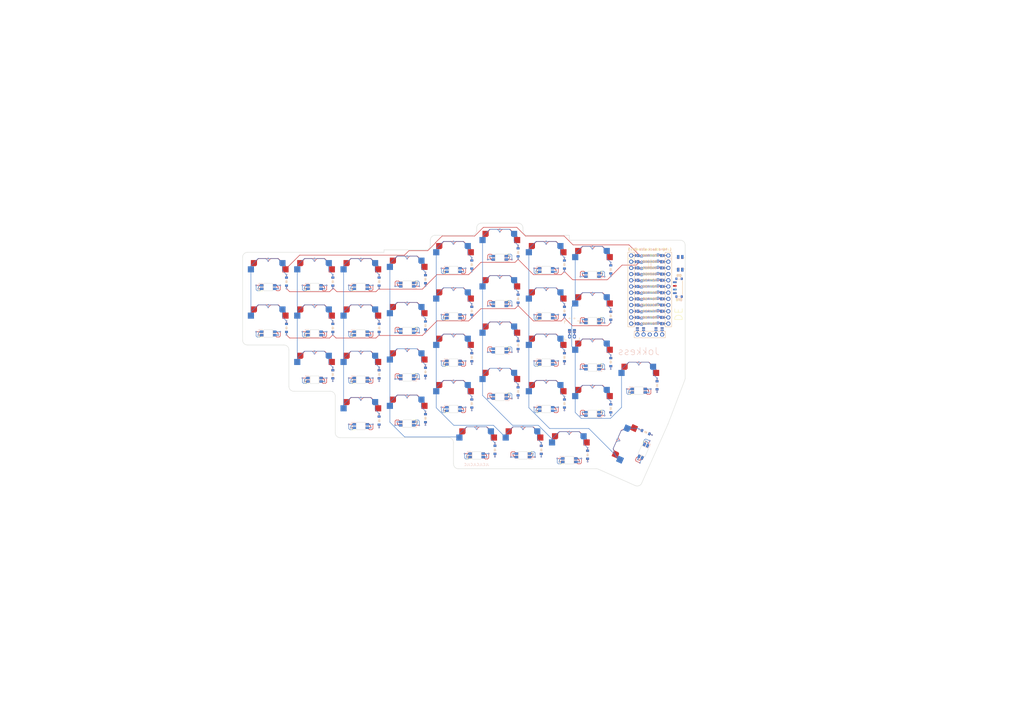
<source format=kicad_pcb>
(kicad_pcb (version 20240108) (generator "pcbnew") (generator_version "8.0")
  (title_block (title "deley") (date "2025-01-09") (rev "0.1") (company "jokkess"))
  (layers (0 "F.Cu" signal) (31 "B.Cu" signal) (34 "B.Paste" user) (35 "F.Paste" user) (36 "B.SilkS" user "B.Silkscreen") (37 "F.SilkS" user "F.Silkscreen") (38 "B.Mask" user) (39 "F.Mask" user) (44 "Edge.Cuts" user))
  (net 0 "")
  (net 1 "P1")
  (net 2 "outer3_top")
  (net 3 "GND")
  (net 4 "outer3_number")
  (net 5 "P2")
  (net 6 "outer2_home")
  (net 7 "outer2_top")
  (net 8 "outer2_number")
  (net 9 "P3")
  (net 10 "outer_bottom")
  (net 11 "outer_home")
  (net 12 "outer_top")
  (net 13 "outer_number")
  (net 14 "P18")
  (net 15 "pinky_bottom")
  (net 16 "pinky_home")
  (net 17 "pinky_top")
  (net 18 "pinky_number")
  (net 19 "P4")
  (net 20 "ring_bottom")
  (net 21 "ring_home")
  (net 22 "ring_top")
  (net 23 "ring_number")
  (net 24 "P14")
  (net 25 "middle_bottom")
  (net 26 "middle_home")
  (net 27 "middle_top")
  (net 28 "middle_number")
  (net 29 "P8")
  (net 30 "index_bottom")
  (net 31 "index_home")
  (net 32 "index_top")
  (net 33 "index_number")
  (net 34 "P19")
  (net 35 "inner_bottom")
  (net 36 "inner_home")
  (net 37 "inner_top")
  (net 38 "inner_number")
  (net 39 "near_bottom")
  (net 40 "home_bottom")
  (net 41 "far_bottom")
  (net 42 "double_bottom")
  (net 43 "main_main")
  (net 44 "VCC")
  (net 45 "LED_32")
  (net 46 "LED_31")
  (net 47 "LED_30")
  (net 48 "LED_34")
  (net 49 "LED_33")
  (net 50 "LED_29")
  (net 51 "LED_26")
  (net 52 "LED_25")
  (net 53 "LED_27")
  (net 54 "LED_28")
  (net 55 "LED_18")
  (net 56 "LED_17")
  (net 57 "LED_19")
  (net 58 "LED_20")
  (net 59 "LED_21")
  (net 60 "LED_8")
  (net 61 "LED_7")
  (net 62 "LED_9")
  (net 63 "LED_10")
  (net 64 "LED_11")
  (net 65 "LED_16")
  (net 66 "LED_6")
  (net 67 "LED_5")
  (net 68 "LED_4")
  (net 69 "LED_24")
  (net 70 "LED_23")
  (net 71 "LED_22")
  (net 72 "LED_15")
  (net 73 "LED_14")
  (net 74 "LED_13")
  (net 75 "LED_12")
  (net 76 "LED_3")
  (net 77 "LED_2")
  (net 78 "LED_1")
  (net 79 "LED_0")
  (net 80 "RAW")
  (net 81 "RST")
  (net 82 "P21")
  (net 83 "P20")
  (net 84 "P16")
  (net 85 "P10")
  (net 86 "P0")
  (net 87 "P5")
  (net 88 "P6")
  (net 89 "P7")
  (net 90 "P9")
  (net 91 "MCU1_24")
  (net 92 "MCU1_1")
  (net 93 "MCU1_23")
  (net 94 "MCU1_2")
  (net 95 "MCU1_22")
  (net 96 "MCU1_3")
  (net 97 "MCU1_21")
  (net 98 "MCU1_4")
  (net 99 "MCU1_20")
  (net 100 "MCU1_5")
  (net 101 "MCU1_19")
  (net 102 "MCU1_6")
  (net 103 "MCU1_18")
  (net 104 "MCU1_7")
  (net 105 "MCU1_17")
  (net 106 "MCU1_8")
  (net 107 "MCU1_16")
  (net 108 "MCU1_9")
  (net 109 "MCU1_15")
  (net 110 "MCU1_10")
  (net 111 "MCU1_14")
  (net 112 "MCU1_11")
  (net 113 "MCU1_13")
  (net 114 "MCU1_12")
  (net 115 "DISP1_1")
  (net 116 "DISP1_2")
  (net 117 "DISP1_4")
  (net 118 "DISP1_5")
  (net 119 "P15")
  (net 120 "pos")
  (net 121 "JST1_1")
  (net 122 "JST1_2")
  (footprint "ceoloide:diode_tht_sod123" (layer "F.Cu") (at 174.5 171.5 90)
    (property "Reference" "D10" (hide yes))
    (property "Value" "")
  )
  (footprint "ceoloide:diode_tht_sod123" (layer "F.Cu") (at 231.5 146.5 90)
    (property "Reference" "D23" (hide yes))
    (property "Value" "")
  )
  (footprint "ceoloide:diode_tht_sod123" (layer "F.Cu") (at 174.5 114.5 90)
    (property "Reference" "D13" (hide yes))
    (property "Value" "")
  )
  (footprint "ceoloide:diode_tht_sod123" (layer "F.Cu") (at 136.5 134.5 90)
    (property "Reference" "D4" (hide yes))
    (property "Value" "")
  )
  (footprint "ceoloide:diode_tht_sod123" (layer "F.Cu") (at 174.5 152.5 90)
    (property "Reference" "D11" (hide yes))
    (property "Value" "")
  )
  (footprint "ceoloide:diode_tht_sod123" (layer "F.Cu") (at 193.5 108.5 90)
    (property "Reference" "D17" (hide yes))
    (property "Value" "")
  )
  (footprint "ceoloide:diode_tht_sod123" (layer "F.Cu") (at 193.5 146.5 90)
    (property "Reference" "D15" (hide yes))
    (property "Value" "")
  )
  (footprint "ceoloide:diode_tht_sod123" (layer "F.Cu") (at 231.5 127.5 90)
    (property "Reference" "D24" (hide yes))
    (property "Value" "")
  )
  (footprint "ceoloide:diode_tht_sod123" (layer "F.Cu") (at 203 184.5 90)
    (property "Reference" "D30" (hide yes))
    (property "Value" "")
  )
  (footprint "ceoloide:diode_tht_sod123" (layer "F.Cu") (at 155.5 172.5 90)
    (property "Reference" "D6" (hide yes))
    (property "Value" "")
  )
  (footprint "ceoloide:diode_tht_sod123" (layer "F.Cu") (at 264.834389 177.265251 156)
    (property "Reference" "D33" (hide yes))
    (property "Value" "")
  )
  (footprint "ceoloide:mounting_hole_npth" (layer "F.Cu") (at 234 116.5)
    (property "Reference" "MH4" (hide yes))
    (property "Value" "")
  )
  (footprint "ceoloide:reset_switch_smd_side" (layer "F.Cu") (at 279 108 -90)
    (property "Reference" "RST1" (hide yes))
    (property "Value" "")
  )
  (footprint "ceoloide:diode_tht_sod123" (layer "F.Cu") (at 212.5 141.5 90)
    (property "Reference" "D19" (hide yes))
    (property "Value" "")
  )
  (footprint "ceoloide:diode_tht_sod123" (layer "F.Cu") (at 212.5 160.5 90)
    (property "Reference" "D18" (hide yes))
    (property "Value" "")
  )
  (footprint "ceoloide:diode_tht_sod123" (layer "F.Cu") (at 241 186.5 90)
    (property "Reference" "D32" (hide yes))
    (property "Value" "")
  )
  (footprint "ceoloide:mounting_hole_npth" (layer "F.Cu") (at 157 121.5)
    (property "Reference" "MH3" (hide yes))
    (property "Value" "")
  )
  (footprint "ceoloide:diode_tht_sod123" (layer "F.Cu") (at 231.5 165.5 90)
    (property "Reference" "D22" (hide yes))
    (property "Value" "")
  )
  (footprint "ceoloide:power_switch_smd_side" (layer "F.Cu") (at 278.5 118)
    (property "Reference" "PWR1" (hide yes))
    (property "Value" "")
  )
  (footprint "ceoloide:mcu_supermini_nrf52840" (layer "F.Cu") (at 266.5 117.5)
    (property "Reference" "MCU1" (hide yes))
    (property "Value" "")
  )
  (footprint "ceoloide:mounting_hole_npth" (layer "F.Cu") (at 248.074234 187.864648 66)
    (property "Reference" "MH1" (hide yes))
    (property "Value" "")
  )
  (footprint "ceoloide:diode_tht_sod123" (layer "F.Cu") (at 250.5 110.5 90)
    (property "Reference" "D29" (hide yes))
    (property "Value" "")
  )
  (footprint "ceoloide:diode_tht_sod123" (layer "F.Cu") (at 136.5 115.5 90)
    (property "Reference" "D5" (hide yes))
    (property "Value" "")
  )
  (footprint "ceoloide:diode_tht_sod123" (layer "F.Cu") (at 250.5 129.5 90)
    (property "Reference" "D28" (hide yes))
    (property "Value" "")
  )
  (footprint "ceoloide:diode_tht_sod123" (layer "F.Cu") (at 117.5 134.5 90)
    (property "Reference" "D1" (hide yes))
    (property "Value" "")
  )
  (footprint "ceoloide:diode_tht_sod123" (layer "F.Cu") (at 250.5 167.5 90)
    (property "Reference" "D26" (hide yes))
    (property "Value" "")
  )
  (footprint "ceoloide:diode_tht_sod123" (layer "F.Cu") (at 193.5 165.5 90)
    (property "Reference" "D14" (hide yes))
    (property "Value" "")
  )
  (footprint "ceoloide:diode_tht_sod123" (layer "F.Cu") (at 155.5 134.5 90)
    (property "Reference" "D8" (hide yes))
    (property "Value" "")
  )
  (footprint "ceoloide:diode_tht_sod123" (layer "F.Cu") (at 136.5 153.5 90)
    (property "Reference" "D3" (hide yes))
    (property "Value" "")
  )
  (footprint "ceoloide:diode_tht_sod123" (layer "F.Cu") (at 155.5 153.5 90)
    (property "Reference" "D7" (hide yes))
    (property "Value" "")
  )
  (footprint "ceoloide:diode_tht_sod123" (layer "F.Cu") (at 155.5 115.5 90)
    (property "Reference" "D9" (hide yes))
    (property "Value" "")
  )
  (footprint "ceoloide:diode_tht_sod123" (layer "F.Cu") (at 269.5 158 90)
    (property "Reference" "D34" (hide yes))
    (property "Value" "")
  )
  (footprint "ceoloide:mounting_hole_npth" (layer "F.Cu") (at 205 130.5)
    (property "Reference" "MH5" (hide yes))
    (property "Value" "")
  )
  (footprint "ceoloide:diode_tht_sod123" (layer "F.Cu") (at 212.5 103.5 90)
    (property "Reference" "D21" (hide yes))
    (property "Value" "")
  )
  (footprint "ceoloide:diode_tht_sod123" (layer "F.Cu") (at 250.5 148.5 90)
    (property "Reference" "D27" (hide yes))
    (property "Value" "")
  )
  (footprint "ceoloide:diode_tht_sod123" (layer "F.Cu") (at 117.5 115.5 90)
    (property "Reference" "D2" (hide yes))
    (property "Value" "")
  )
  (footprint "ceoloide:diode_tht_sod123" (layer "F.Cu") (at 222 184.5 90)
    (property "Reference" "D31" (hide yes))
    (property "Value" "")
  )
  (footprint "ceoloide:diode_tht_sod123" (layer "F.Cu") (at 231.5 108.5 90)
    (property "Reference" "D25" (hide yes))
    (property "Value" "")
  )
  (footprint "ceoloide:mounting_hole_npth" (layer "F.Cu") (at 157 161.5)
    (property "Reference" "MH2" (hide yes))
    (property "Value" "")
  )
  (footprint "ceoloide:display_nice_view" (layer "F.Cu") (at 266.5 120.5)
    (property "Reference" "DISP1" (hide yes))
    (property "Value" "")
  )
  (footprint "ceoloide:diode_tht_sod123" (layer "F.Cu") (at 212.5 122.5 90)
    (property "Reference" "D20" (hide yes))
    (property "Value" "")
  )
  (footprint "ceoloide:diode_tht_sod123" (layer "F.Cu") (at 174.5 133.5 90)
    (property "Reference" "D12" (hide yes))
    (property "Value" "")
  )
  (footprint "ceoloide:diode_tht_sod123" (layer "F.Cu") (at 193.5 127.5 90)
    (property "Reference" "D16" (hide yes))
    (property "Value" "")
  )
  (footprint "ceoloide:switch_mx" (layer "B.Cu") (at 243 127)
    (property "Reference" "S28" (hide yes))
    (property "Value" "")
  )
  (footprint "ceoloide:led_SK6812mini-e (per-key, reversible)" (layer "B.Cu") (at 110 117.75)
    (property "Reference" "LED2" (hide yes))
    (property "Value" "")
    (fp_rect (start -1.8 -1.55) (end 1.8 1.55) (stroke (width 0.12)) (fill none) (layer "Edge.Cuts"))
  )
  (footprint "ceoloide:led_SK6812mini-e (per-key, reversible)" (layer "B.Cu") (at 224 167.75)
    (property "Reference" "LED14" (hide yes))
    (property "Value" "")
    (fp_rect (start -1.8 -1.55) (end 1.8 1.55) (stroke (width 0.12)) (fill none) (layer "Edge.Cuts"))
  )
  (footprint "ceoloide:switch_mx" (layer "B.Cu") (at 243 108)
    (property "Reference" "S29" (hide yes))
    (property "Value" "")
  )
  (footprint "ceoloide:switch_mx" (layer "B.Cu") (at 205 139)
    (property "Reference" "S19" (hide yes))
    (property "Value" "")
  )
  (footprint "ceoloide:switch_mx" (layer "B.Cu") (at 224 106)
    (property "Reference" "S25" (hide yes))
    (property "Value" "")
  )
  (footprint "ceoloide:switch_mx" (layer "B.Cu") (at 205 101)
    (property "Reference" "S21" (hide yes))
    (property "Value" "")
  )
  (footprint "ceoloide:led_SK6812mini-e (per-key, reversible)" (layer "B.Cu") (at 167 116.75 180)
    (property "Reference" "LED24" (hide yes))
    (property "Value" "")
    (fp_rect (start -1.8 -1.55) (end 1.8 1.55) (stroke (width 0.12)) (fill none) (layer "Edge.Cuts"))
  )
  (footprint "ceoloide:led_SK6812mini-e (per-key, reversible)" (layer "B.Cu") (at 243 169.75 180)
    (property "Reference" "LED29" (hide yes))
    (property "Value" "")
    (fp_rect (start -1.8 -1.55) (end 1.8 1.55) (stroke (width 0.12)) (fill none) (layer "Edge.Cuts"))
  )
  (footprint "ceoloide:switch_mx" (layer "B.Cu") (at 129 113)
    (property "Reference" "S5" (hide yes))
    (property "Value" "")
  )
  (footprint "ceoloide:switch_mx" (layer "B.Cu") (at 148 151)
    (property "Reference" "S7" (hide yes))
    (property "Value" "")
  )
  (footprint "ceoloide:led_SK6812mini-e (per-key, reversible)" (layer "B.Cu") (at 148 174.75)
    (property "Reference" "LED6" (hide yes))
    (property "Value" "")
    (fp_rect (start -1.8 -1.55) (end 1.8 1.55) (stroke (width 0.12)) (fill none) (layer "Edge.Cuts"))
  )
  (footprint "ceoloide:switch_mx" (layer "B.Cu") (at 186 106)
    (property "Reference" "S17" (hide yes))
    (property "Value" "")
  )
  (footprint "ceoloide:led_SK6812mini-e (per-key, reversible)" (layer "B.Cu") (at 243 131.75 180)
    (property "Reference" "LED31" (hide yes))
    (property "Value" "")
    (fp_rect (start -1.8 -1.55) (end 1.8 1.55) (stroke (width 0.12)) (fill none) (layer "Edge.Cuts"))
  )
  (footprint "ceoloide:switch_mx" (layer "B.Cu") (at 110 132)
    (property "Reference" "S1" (hide yes))
    (property "Value" "")
  )
  (footprint "ceoloide:led_SK6812mini-e (per-key, reversible)" (layer "B.Cu") (at 205 143.75 180)
    (property "Reference" "LED26" (hide yes))
    (property "Value" "")
    (fp_rect (start -1.8 -1.55) (end 1.8 1.55) (stroke (width 0.12)) (fill none) (layer "Edge.Cuts"))
  )
  (footprint "ceoloide:switch_mx" (layer "B.Cu") (at 224 163)
    (property "Reference" "S22" (hide yes))
    (property "Value" "")
  )
  (footprint "ceoloide:led_SK6812mini-e (per-key, reversible)" (layer "B.Cu") (at 148 117.75)
    (property "Reference" "LED9" (hide yes))
    (property "Value" "")
    (fp_rect (start -1.8 -1.55) (end 1.8 1.55) (stroke (width 0.12)) (fill none) (layer "Edge.Cuts"))
  )
  (footprint "ceoloide:switch_mx" (layer "B.Cu") (at 167 150)
    (property "Reference" "S11" (hide yes))
    (property "Value" "")
  )
  (footprint "ceoloide:switch_mx" (layer "B.Cu") (at 129 151)
    (property "Reference" "S3" (hide yes))
    (property "Value" "")
  )
  (footprint "ceoloide:switch_mx" (layer "B.Cu") (at 167 169)
    (property "Reference" "S10" (hide yes))
    (property "Value" "")
  )
  (footprint "ceoloide:led_SK6812mini-e (per-key, reversible)" (layer "B.Cu") (at 205 162.75 180)
    (property "Reference" "LED25" (hide yes))
    (property "Value" "")
    (fp_rect (start -1.8 -1.55) (end 1.8 1.55) (stroke (width 0.12)) (fill none) (layer "Edge.Cuts"))
  )
  (footprint "ceoloide:switch_mx" (layer "B.Cu") (at 167 131)
    (property "Reference" "S12" (hide yes))
    (property "Value" "")
  )
  (footprint "ceoloide:switch_mx" (layer "B.Cu") (at 186 163)
    (property "Reference" "S14" (hide yes))
    (property "Value" "")
  )
  (footprint "ceoloide:switch_mx" (layer "B.Cu") (at 129 132)
    (property "Reference" "S4" (hide yes))
    (property "Value" "")
  )
  (footprint "ceoloide:led_SK6812mini-e (per-key, reversible)" (layer "B.Cu") (at 167 135.75 180)
    (property "Reference" "LED23" (hide yes))
    (property "Value" "")
    (fp_rect (start -1.8 -1.55) (end 1.8 1.55) (stroke (width 0.12)) (fill none) (layer "Edge.Cuts"))
  )
  (footprint "ceoloide:switch_mx" (layer "B.Cu") (at 205 120)
    (property "Reference" "S20" (hide yes))
    (property "Value" "")
  )
  (footprint "ceoloide:led_SK6812mini-e (per-key, reversible)" (layer "B.Cu") (at 148 136.75)
    (property "Reference" "LED8" (hide yes))
    (property "Value" "")
    (fp_rect (start -1.8 -1.55) (end 1.8 1.55) (stroke (width 0.12)) (fill none) (layer "Edge.Cuts"))
  )
  (footprint "ceoloide:switch_mx" (layer "B.Cu") (at 148 132)
    (property "Reference" "S8" (hide yes))
    (property "Value" "")
  )
  (footprint "ceoloide:led_SK6812mini-e (per-key, reversible)" (layer "B.Cu") (at 186 129.75)
    (property "Reference" "LED12" (hide yes))
    (property "Value" "")
    (fp_rect (start -1.8 -1.55) (end 1.8 1.55) (stroke (width 0.12)) (fill none) (layer "Edge.Cuts"))
  )
  (footprint "ceoloide:led_SK6812mini-e (per-key, reversible)" (layer "B.Cu") (at 129 117.75)
    (property "Reference" "LED5" (hide yes))
    (property "Value" "")
    (fp_rect (start -1.8 -1.55) (end 1.8 1.55) (stroke (width 0.12)) (fill none) (layer "Edge.Cuts"))
  )
  (footprint "ceoloide:led_SK6812mini-e (per-key, reversible)" (layer "B.Cu") (at 224 129.75)
    (property "Reference" "LED16" (hide yes))
    (property "Value" "")
    (fp_rect (start -1.8 -1.55) (end 1.8 1.55) (stroke (width 0.12)) (fill none) (layer "Edge.Cuts"))
  )
  (footprint "ceoloide:switch_mx" (layer "B.Cu") (at 110 113)
    (property "Reference" "S2" (hide yes))
    (property "Value" "")
  )
  (footprint "ceoloide:switch_mx" (layer "B.Cu") (at 167 112)
    (property "Reference" "S13" (hide yes))
    (property "Value" "")
  )
  (footprint "ceoloide:led_SK6812mini-e (per-key, reversible)" (layer "B.Cu") (at 186 110.75)
    (property "Reference" "LED13" (hide yes))
    (property "Value" "")
    (fp_rect (start -1.8 -1.55) (end 1.8 1.55) (stroke (width 0.12)) (fill none) (layer "Edge.Cuts"))
  )
  (footprint "ceoloide:switch_mx" (layer "B.Cu") (at 195.5 182)
    (property "Reference" "S30" (hide yes))
    (property "Value" "")
  )
  (footprint "ceoloide:led_SK6812mini-e (per-key, reversible)" (layer "B.Cu") (at 186 167.75)
    (property "Reference" "LED10" (hide yes))
    (property "Value" "")
    (fp_rect (start -1.8 -1.55) (end 1.8 1.55) (stroke (width 0.12)) (fill none) (layer "Edge.Cuts"))
  )
  (footprint "ceoloide:led_SK6812mini-e (per-key, reversible)" (layer "B.Cu") (at 148 155.75)
    (property "Reference" "LED7" (hide yes))
    (property "Value" "")
    (fp_rect (start -1.8 -1.55) (end 1.8 1.55) (stroke (width 0.12)) (fill none) (layer "Edge.Cuts"))
  )
  (footprint "ceoloide:led_SK6812mini-e (per-key, reversible)" (layer "B.Cu") (at 263.839341 185.031999 -114)
    (property "Reference" "LED34" (hide yes))
    (property "Value" "")
    (fp_poly (pts (xy -1.8 -1.55) (xy 1.8 -1.550001) (xy 1.8 1.55) (xy -1.8 1.550001)) (stroke (width 0.12)) (fill none) (layer "Edge.Cuts"))
  )
  (footprint "ceoloide:led_SK6812mini-e (per-key, reversible)" (layer "B.Cu") (at 167 154.75 180)
    (property "Reference" "LED22" (hide yes))
    (property "Value" "")
    (fp_rect (start -1.8 -1.55) (end 1.8 1.55) (stroke (width 0.12)) (fill none) (layer "Edge.Cuts"))
  )
  (footprint "ceoloide:switch_mx" (layer "B.Cu") (at 243 165)
    (property "Reference" "S26" (hide yes))
    (property "Value" "")
  )
  (footprint "ceoloide:switch_mx" (layer "B.Cu") (at 233.5 184)
    (property "Reference" "S32" (hide yes))
    (property "Value" "")
  )
  (footprint "ceoloide:switch_mx" (layer "B.Cu") (at 205 158)
    (property "Reference" "S18" (hide yes))
    (property "Value" "")
  )
  (footprint "ceoloide:led_SK6812mini-e (per-key, reversible)" (layer "B.Cu") (at 224 148.75)
    (property "Reference" "LED15" (hide yes))
    (property "Value" "")
    (fp_rect (start -1.8 -1.55) (end 1.8 1.55) (stroke (width 0.12)) (fill none) (layer "Edge.Cuts"))
  )
  (footprint "ceoloide:led_SK6812mini-e (per-key, reversible)" (layer "B.Cu") (at 129 136.75)
    (property "Reference" "LED4" (hide yes))
    (property "Value" "")
    (fp_rect (start -1.8 -1.55) (end 1.8 1.55) (stroke (width 0.12)) (fill none) (layer "Edge.Cuts"))
  )
  (footprint "ceoloide:switch_mx" (layer "B.Cu") (at 243 146)
    (property "Reference" "S27" (hide yes))
    (property "Value" "")
  )
  (footprint "ceoloide:led_SK6812mini-e (per-key, reversible)" (layer "B.Cu") (at 243 112.75 180)
    (property "Reference" "LED32" (hide yes))
    (property "Value" "")
    (fp_rect (start -1.8 -1.55) (end 1.8 1.55) (stroke (width 0.12)) (fill none) (layer "Edge.Cuts"))
  )
  (footprint "ceoloide:led_SK6812mini-e (per-key, reversible)" (layer "B.Cu") (at 186 148.75)
    (property "Reference" "LED11" (hide yes))
    (property "Value" "")
    (fp_rect (start -1.8 -1.55) (end 1.8 1.55) (stroke (width 0.12)) (fill none) (layer "Edge.Cuts"))
  )
  (footprint "ceoloide:switch_mx" (layer "B.Cu") (at 148 113)
    (property "Reference" "S9" (hide yes))
    (property "Value" "")
  )
  (footprint "ceoloide:switch_mx" (layer "B.Cu") (at 224 144)
    (property "Reference" "S23" (hide yes))
    (property "Value" "")
  )
  (footprint "ceoloide:led_SK6812mini-e (per-key, reversible)" (layer "B.Cu") (at 195.5 186.75)
    (property "Reference" "LED18" (hide yes))
    (property "Value" "")
    (fp_rect (start -1.8 -1.55) (end 1.8 1.55) (stroke (width 0.12)) (fill none) (layer "Edge.Cuts"))
  )
  (footprint "ceoloide:switch_mx" (layer "B.Cu") (at 214.5 182)
    (property "Reference" "S31" (hide yes))
    (property "Value" "")
  )
  (footprint "ceoloide:battery_connector_jst_ph_2" (layer "B.Cu") (at 234.6 138 180)
    (property "Reference" "JST1" (hide yes))
    (property "Value" "")
  )
  (footprint "ceoloide:switch_mx" (layer "B.Cu") (at 148 170)
    (property "Reference" "S6" (hide yes))
    (property "Value" "")
  )
  (footprint "ceoloide:switch_mx" (layer "B.Cu") (at 186 144)
    (property "Reference" "S15" (hide yes))
    (property "Value" "")
  )
  (footprint "ceoloide:switch_mx" (layer "B.Cu") (at 259.5 183.1 66)
    (property "Reference" "S33" (hide yes))
    (property "Value" "")
  )
  (footprint "ceoloide:led_SK6812mini-e (per-key, reversible)" (layer "B.Cu") (at 243 150.75 180)
    (property "Reference" "LED30" (hide yes))
    (property "Value" "")
    (fp_rect (start -1.8 -1.55) (end 1.8 1.55) (stroke (width 0.12)) (fill none) (layer "Edge.Cuts"))
  )
  (footprint "ceoloide:led_SK6812mini-e (per-key, reversible)" (layer "B.Cu") (at 205 105.75 180)
    (property "Reference" "LED28" (hide yes))
    (property "Value" "")
    (fp_rect (start -1.8 -1.55) (end 1.8 1.55) (stroke (width 0.12)) (fill none) (layer "Edge.Cuts"))
  )
  (footprint "ceoloide:switch_mx" (layer "B.Cu") (at 186 125)
    (property "Reference" "S16" (hide yes))
    (property "Value" "")
  )
  (footprint "ceoloide:led_SK6812mini-e (per-key, reversible)" (layer "B.Cu") (at 214.5 186.75 180)
    (property "Reference" "LED33" (hide yes))
    (property "Value" "")
    (fp_rect (start -1.8 -1.55) (end 1.8 1.55) (stroke (width 0.12)) (fill none) (layer "Edge.Cuts"))
  )
  (footprint "ceoloide:switch_mx" (layer "B.Cu") (at 262 155.5)
    (property "Reference" "S34" (hide yes))
    (property "Value" "")
  )
  (footprint "ceoloide:switch_mx" (layer "B.Cu") (at 224 125)
    (property "Reference" "S24" (hide yes))
    (property "Value" "")
  )
  (footprint "ceoloide:led_SK6812mini-e (per-key, reversible)" (layer "B.Cu") (at 110 136.75)
    (property "Reference" "LED1" (hide yes))
    (property "Value" "")
    (fp_rect (start -1.8 -1.55) (end 1.8 1.55) (stroke (width 0.12)) (fill none) (layer "Edge.Cuts"))
  )
  (footprint "ceoloide:led_SK6812mini-e (per-key, reversible)" (layer "B.Cu") (at 129 155.75)
    (property "Reference" "LED3" (hide yes))
    (property "Value" "")
    (fp_rect (start -1.8 -1.55) (end 1.8 1.55) (stroke (width 0.12)) (fill none) (layer "Edge.Cuts"))
  )
  (footprint "ceoloide:led_SK6812mini-e (per-key, reversible)" (layer "B.Cu") (at 233.5 188.75)
    (property "Reference" "LED19" (hide yes))
    (property "Value" "")
    (fp_rect (start -1.8 -1.55) (end 1.8 1.55) (stroke (width 0.12)) (fill none) (layer "Edge.Cuts"))
  )
  (footprint "ceoloide:led_SK6812mini-e (per-key, reversible)" (layer "B.Cu") (at 262 160.25)
    (property "Reference" "LED20" (hide yes))
    (property "Value" "")
    (fp_rect (start -1.8 -1.55) (end 1.8 1.55) (stroke (width 0.12)) (fill none) (layer "Edge.Cuts"))
  )
  (footprint "ceoloide:led_SK6812mini-e (per-key, reversible)" (layer "B.Cu") (at 224 110.75)
    (property "Reference" "LED17" (hide yes))
    (property "Value" "")
    (fp_rect (start -1.8 -1.55) (end 1.8 1.55) (stroke (width 0.12)) (fill none) (layer "Edge.Cuts"))
  )
  (footprint "ceoloide:led_SK6812mini-e (per-key, reversible)" (layer "B.Cu") (at 205 124.75 180)
    (property "Reference" "LED27" (hide yes))
    (property "Value" "")
    (fp_rect (start -1.8 -1.55) (end 1.8 1.55) (stroke (width 0.12)) (fill none) (layer "Edge.Cuts"))
  )
  (footprint "ceoloide:led_SK6812mini-e (per-key, reversible)" (layer "B.Cu") (at 167 173.75 180)
    (property "Reference" "LED21" (hide yes))
    (property "Value" "")
    (fp_rect (start -1.8 -1.55) (end 1.8 1.55) (stroke (width 0.12)) (fill none) (layer "Edge.Cuts"))
  )
  (gr_arc (start 120.5 160.5) (mid 119.085786 159.914214) (end 118.5 158.5) (stroke (width 0.15)) (layer "Edge.Cuts"))
  (gr_arc (start 101.5 141.5) (mid 100.085786 140.914214) (end 99.5 139.5) (stroke (width 0.15)) (layer "Edge.Cuts"))
  (gr_arc (start 244.600279 192.253996) (mid 245.01603 192.297723) (end 245.413616 192.426905) (stroke (width 0.15)) (layer "Edge.Cuts"))
  (gr_line (start 244.600279 192.253996) (end 187.999864 192.250136) (stroke (width 0.15)) (layer "Edge.Cuts"))
  (gr_line (start 178.5 96.5) (end 193.5 96.5) (stroke (width 0.15)) (layer "Edge.Cuts"))
  (gr_line (start 281 100.5) (end 281 155.132033) (stroke (width 0.15)) (layer "Edge.Cuts"))
  (gr_arc (start 195.5 93.5) (mid 196.085786 92.085786) (end 197.5 91.5) (stroke (width 0.15)) (layer "Edge.Cuts"))
  (gr_line (start 233.5 98.5) (end 279 98.5) (stroke (width 0.15)) (layer "Edge.Cuts"))
  (gr_line (start 137.5 177.5) (end 137.5 162.5) (stroke (width 0.15)) (layer "Edge.Cuts"))
  (gr_arc (start 187.999864 192.250136) (mid 186.585726 191.664304) (end 186 190.250136) (stroke (width 0.15)) (layer "Edge.Cuts"))
  (gr_arc (start 281 155.132033) (mid 280.96698 155.493925) (end 280.869033 155.843872) (stroke (width 0.15)) (layer "Edge.Cuts"))
  (gr_arc (start 139.5 179.5) (mid 138.085786 178.914214) (end 137.5 177.5) (stroke (width 0.15)) (layer "Edge.Cuts"))
  (gr_line (start 214.5 93.5) (end 214.5 94.5) (stroke (width 0.15)) (layer "Edge.Cuts"))
  (gr_line (start 273.952311 173.996215) (end 263.196158 198.15493) (stroke (width 0.15)) (layer "Edge.Cuts"))
  (gr_line (start 101.5 103.5) (end 157.5 103.5) (stroke (width 0.15)) (layer "Edge.Cuts"))
  (gr_arc (start 135.5 160.5) (mid 136.914214 161.085786) (end 137.5 162.5) (stroke (width 0.15)) (layer "Edge.Cuts"))
  (gr_line (start 280.869033 155.843872) (end 273.994253 173.894581) (stroke (width 0.15)) (layer "Edge.Cuts"))
  (gr_arc (start 263.196158 198.15493) (mid 262.085809 199.20862) (end 260.555594 199.168548) (stroke (width 0.15)) (layer "Edge.Cuts"))
  (gr_line (start 135.5 160.5) (end 120.5 160.5) (stroke (width 0.15)) (layer "Edge.Cuts"))
  (gr_arc (start 184 179.5) (mid 185.414214 180.085786) (end 186 181.5) (stroke (width 0.15)) (layer "Edge.Cuts"))
  (gr_arc (start 212.5 91.5) (mid 213.914214 92.085786) (end 214.5 93.5) (stroke (width 0.15)) (layer "Edge.Cuts"))
  (gr_arc (start 195.5 94.5) (mid 194.914214 95.914214) (end 193.5 96.5) (stroke (width 0.15)) (layer "Edge.Cuts"))
  (gr_line (start 233.5 96.5) (end 233.5 98.5) (stroke (width 0.15)) (layer "Edge.Cuts"))
  (gr_line (start 216.5 96.5) (end 233.5 96.5) (stroke (width 0.15)) (layer "Edge.Cuts"))
  (gr_line (start 116.5 141.5) (end 101.5 141.5) (stroke (width 0.15)) (layer "Edge.Cuts"))
  (gr_line (start 186 190.250136) (end 186 181.5) (stroke (width 0.15)) (layer "Edge.Cuts"))
  (gr_arc (start 99.5 105.5) (mid 100.085786 104.085786) (end 101.5 103.5) (stroke (width 0.15)) (layer "Edge.Cuts"))
  (gr_line (start 260.555594 199.168548) (end 245.413616 192.426905) (stroke (width 0.15)) (layer "Edge.Cuts"))
  (gr_line (start 118.5 158.5) (end 118.5 143.5) (stroke (width 0.15)) (layer "Edge.Cuts"))
  (gr_line (start 157.5 103.5) (end 157.5 102.5) (stroke (width 0.15)) (layer "Edge.Cuts"))
  (gr_arc (start 279 98.5) (mid 280.414214 99.085786) (end 281 100.5) (stroke (width 0.15)) (layer "Edge.Cuts"))
  (gr_arc (start 176.5 100.5) (mid 175.914214 101.914214) (end 174.5 102.5) (stroke (width 0.15)) (layer "Edge.Cuts"))
  (gr_arc (start 116.5 141.5) (mid 117.914214 142.085786) (end 118.5 143.5) (stroke (width 0.15)) (layer "Edge.Cuts"))
  (gr_arc (start 273.994253 173.894581) (mid 273.973982 173.945687) (end 273.952311 173.996215) (stroke (width 0.15)) (layer "Edge.Cuts"))
  (gr_line (start 176.5 100.5) (end 176.5 98.5) (stroke (width 0.15)) (layer "Edge.Cuts"))
  (gr_line (start 99.5 139.5) (end 99.5 105.5) (stroke (width 0.15)) (layer "Edge.Cuts"))
  (gr_arc (start 216.5 96.5) (mid 215.085786 95.914214) (end 214.5 94.5) (stroke (width 0.15)) (layer "Edge.Cuts"))
  (gr_arc (start 176.5 98.5) (mid 177.085786 97.085786) (end 178.5 96.5) (stroke (width 0.15)) (layer "Edge.Cuts"))
  (gr_line (start 195.5 94.5) (end 195.5 93.5) (stroke (width 0.15)) (layer "Edge.Cuts"))
  (gr_line (start 197.5 91.5) (end 212.5 91.5) (stroke (width 0.15)) (layer "Edge.Cuts"))
  (gr_line (start 184 179.5) (end 139.5 179.5) (stroke (width 0.15)) (layer "Edge.Cuts"))
  (gr_line (start 157.5 102.5) (end 174.5 102.5) (stroke (width 0.15)) (layer "Edge.Cuts"))
  (gr_text "JLCJLCJLCJLC" (at 195.5 190.55 0) (layer "B.SilkS") (effects (font (size 1 1) (thickness 0.1)) (justify mirror)))
  (gr_text "Jokkess" (at 262 144.1 0) (layer "B.SilkS") (effects (font (size 3 3)) (justify mirror)))
  (gr_text "L" (at 266.5 108 0) (layer "B.SilkS") (effects (font (size 3 3)) (justify mirror)))
  (gr_text "L" (at 266.5 108 0) (layer "F.SilkS") (effects (font (size 3 3))))
  (gr_text "DE" (at 278.4 128.9 90) (layer "F.SilkS") (effects (font (size 3 3))))
  (segment (start 261.725 104.8) (end 263.1 104.8) (width 0.25) (layer "F.Cu") (net 1))
  (segment (start 111.029 106.041) (end 114.166 106.041) (width 0.2) (layer "F.Cu") (net 1))
  (segment (start 178.583 99.681476) (end 178.583 99.545736) (width 0.2) (layer "F.Cu") (net 1))
  (segment (start 198.25 93.25) (end 211.985524 93.25) (width 0.2) (layer "F.Cu") (net 1))
  (segment (start 261.725 104.17) (end 261.725 104.8) (width 0.2) (layer "F.Cu") (net 1))
  (segment (start 122.904 104.641) (end 165.909 104.641) (width 0.2) (layer "F.Cu") (net 1))
  (segment (start 117.085 127.96) (end 117.085 129.46) (width 0.2) (layer "F.Cu") (net 1))
  (segment (start 257.996 100.441) (end 261.725 104.17) (width 0.2) (layer "F.Cu") (net 1))
  (segment (start 178.583 99.545736) (end 181.321531 96.807205) (width 0.2) (layer "F.Cu") (net 1))
  (segment (start 215.535524 96.8) (end 231.375736 96.8) (width 0.2) (layer "F.Cu") (net 1))
  (segment (start 181.321531 96.807205) (end 194.692795 96.807205) (width 0.2) (layer "F.Cu") (net 1))
  (segment (start 117.085 110.46) (end 122.904 104.641) (width 0.2) (layer "F.Cu") (net 1))
  (segment (start 111.029 125.041) (end 114.166 125.041) (width 0.2) (layer "F.Cu") (net 1))
  (segment (start 165.909 104.641) (end 167.75 102.8) (width 0.2) (layer "F.Cu") (net 1))
  (segment (start 117.085 108.96) (end 117.085 110.46) (width 0.2) (layer "F.Cu") (net 1))
  (segment (start 235.016736 100.441) (end 257.996 100.441) (width 0.2) (layer "F.Cu") (net 1))
  (segment (start 110 126.07) (end 111.029 125.041) (width 0.2) (layer "F.Cu") (net 1))
  (segment (start 194.692795 96.807205) (end 198.25 93.25) (width 0.2) (layer "F.Cu") (net 1))
  (segment (start 167.75 102.8) (end 175.464476 102.8) (width 0.2) (layer "F.Cu") (net 1))
  (segment (start 175.464476 102.8) (end 178.583 99.681476) (width 0.2) (layer "F.Cu") (net 1))
  (segment (start 231.375736 96.8) (end 235.016736 100.441) (width 0.2) (layer "F.Cu") (net 1))
  (segment (start 114.166 125.041) (end 117.085 127.96) (width 0.2) (layer "F.Cu") (net 1))
  (segment (start 211.985524 93.25) (end 215.535524 96.8) (width 0.2) (layer "F.Cu") (net 1))
  (segment (start 114.166 106.041) (end 117.085 108.96) (width 0.2) (layer "F.Cu") (net 1))
  (segment (start 110 107.07) (end 111.029 106.041) (width 0.2) (layer "F.Cu") (net 1))
  (via (at 110 107.07) (size 0.6) (drill 0.3) (layers "F.Cu" "B.Cu") (net 1))
  (via (at 110 126.07) (size 0.6) (drill 0.3) (layers "F.Cu" "B.Cu") (net 1))
  (segment (start 102.915 129.46) (end 102.915 127.96) (width 0.2) (layer "B.Cu") (net 1))
  (segment (start 108.971 125.041) (end 110 126.07) (width 0.2) (layer "B.Cu") (net 1))
  (segment (start 105.834 106.041) (end 108.971 106.041) (width 0.2) (layer "B.Cu") (net 1))
  (segment (start 105.834 125.041) (end 108.971 125.041) (width 0.2) (layer "B.Cu") (net 1))
  (segment (start 102.915 110.46) (end 102.915 108.96) (width 0.2) (layer "B.Cu") (net 1))
  (segment (start 269.094695 104.58) (end 263.32 104.58) (width 0.25) (layer "B.Cu") (net 1))
  (segment (start 270.200305 104.075) (end 269.599695 104.075) (width 0.25) (layer "B.Cu") (net 1))
  (segment (start 108.971 106.041) (end 110 107.07) (width 0.2) (layer "B.Cu") (net 1))
  (segment (start 102.915 108.96) (end 105.834 106.041) (width 0.2) (layer "B.Cu") (net 1))
  (segment (start 102.915 127.96) (end 105.834 125.041) (width 0.2) (layer "B.Cu") (net 1))
  (segment (start 270.925305 104.8) (end 270.200305 104.075) (width 0.25) (layer "B.Cu") (net 1))
  (segment (start 102.915 110.46) (end 102.915 129.46) (width 0.2) (layer "B.Cu") (net 1))
  (segment (start 271.275 104.8) (end 270.925305 104.8) (width 0.25) (layer "B.Cu") (net 1))
  (segment (start 269.599695 104.075) (end 269.094695 104.58) (width 0.25) (layer "B.Cu") (net 1))
  (segment (start 117.5 132.85) (end 117.5 131.65) (width 0.2) (layer "F.Cu") (net 2))
  (segment (start 106.037 125.041) (end 110 125.041) (width 0.2) (layer "F.Cu") (net 2))
  (segment (start 104.158 126.92) (end 106.037 125.041) (width 0.2) (layer "F.Cu") (net 2))
  (via (at 117.5 131.65) (size 0.6) (drill 0.3) (layers "F.Cu" "B.Cu") (net 2))
  (via (at 110 125.041) (size 0.6) (drill 0.3) (layers "F.Cu" "B.Cu") (net 2))
  (segment (start 117.5 131.65) (end 117.5 132.85) (width 0.2) (layer "B.Cu") (net 2))
  (segment (start 110 125.041) (end 113.963 125.0405) (width 0.2) (layer "B.Cu") (net 2))
  (segment (start 113.963 125.041) (end 115.842 126.92) (width 0.2) (layer "B.Cu") (net 2))
  (segment (start 115.842 126.92) (end 115.842 129.992) (width 0.2) (layer "B.Cu") (net 2))
  (segment (start 115.842 129.992) (end 117.5 131.65) (width 0.2) (layer "B.Cu") (net 2))
  (segment (start 107.3 137.45) (end 105.94 137.45) (width 0.25) (layer "F.Cu") (net 3))
  (segment (start 183.3 149.45) (end 181.94 149.45) (width 0.25) (layer "F.Cu") (net 3))
  (segment (start 261.725 109.88) (end 263.1 109.88) (width 0.25) (layer "F.Cu") (net 3))
  (segment (start 221.3 111.45) (end 219.94 111.45) (width 0.25) (layer "F.Cu") (net 3))
  (segment (start 169.7 116.05) (end 171.06 116.05) (width 0.25) (layer "F.Cu") (net 3))
  (segment (start 169.7 154.05) (end 171.06 154.05) (width 0.25) (layer "F.Cu") (net 3))
  (segment (start 245.7 131.05) (end 247.06 131.05) (width 0.25) (layer "F.Cu") (net 3))
  (segment (start 183.3 111.45) (end 181.94 111.45) (width 0.25) (layer "F.Cu") (net 3))
  (segment (start 207.7 143.05) (end 209.06 143.05) (width 0.25) (layer "F.Cu") (net 3))
  (segment (start 221.3 149.45) (end 219.94 149.45) (width 0.25) (layer "F.Cu") (net 3))
  (segment (start 126.3 156.45) (end 124.94 156.45) (width 0.25) (layer "F.Cu") (net 3))
  (segment (start 245.7 169.05) (end 247.06 169.05) (width 0.25) (layer "F.Cu") (net 3))
  (segment (start 192.8 187.45) (end 191.44 187.45) (width 0.25) (layer "F.Cu") (net 3))
  (segment (start 230.8 189.45) (end 229.44 189.45) (width 0.25) (layer "F.Cu") (net 3))
  (segment (start 264.298048 182.280711) (end 264.85121 181.038289) (width 0.25) (layer "F.Cu") (net 3))
  (segment (start 261.725 112.42) (end 263.1 112.42) (width 0.25) (layer "F.Cu") (net 3))
  (segment (start 126.3 118.45) (end 124.94 118.45) (width 0.25) (layer "F.Cu") (net 3))
  (segment (start 183.3 168.45) (end 181.94 168.45) (width 0.25) (layer "F.Cu") (net 3))
  (segment (start 169.7 135.05) (end 171.06 135.05) (width 0.25) (layer "F.Cu") (net 3))
  (segment (start 221.3 130.45) (end 219.94 130.45) (width 0.25) (layer "F.Cu") (net 3))
  (segment (start 271.275 107.34) (end 269.9 107.34) (width 0.25) (layer "F.Cu") (net 3))
  (segment (start 183.3 130.45) (end 181.94 130.45) (width 0.25) (layer "F.Cu") (net 3))
  (segment (start 207.7 162.05) (end 209.06 162.05) (width 0.25) (layer "F.Cu") (net 3))
  (segment (start 145.3 175.45) (end 143.94 175.45) (width 0.25) (layer "F.Cu") (net 3))
  (segment (start 207.7 105.05) (end 209.06 105.05) (width 0.25) (layer "F.Cu") (net 3))
  (segment (start 245.7 112.05) (end 247.06 112.05) (width 0.25) (layer "F.Cu") (net 3))
  (segment (start 259.3 160.95) (end 257.94 160.95) (width 0.25) (layer "F.Cu") (net 3))
  (segment (start 145.3 156.45) (end 143.94 156.45) (width 0.25) (layer "F.Cu") (net 3))
  (segment (start 221.3 168.45) (end 219.94 168.45) (width 0.25) (layer "F.Cu") (net 3))
  (segment (start 169.7 173.05) (end 171.06 173.05) (width 0.25) (layer "F.Cu") (net 3))
  (segment (start 145.3 137.45) (end 143.94 137.45) (width 0.25) (layer "F.Cu") (net 3))
  (segment (start 107.3 118.45) (end 105.94 118.45) (width 0.25) (layer "F.Cu") (net 3))
  (segment (start 217.2 186.05) (end 218.56 186.05) (width 0.25) (layer "F.Cu") (net 3))
  (segment (start 145.3 118.45) (end 143.94 118.45) (width 0.25) (layer "F.Cu") (net 3))
  (segment (start 207.7 124.05) (end 209.06 124.05) (width 0.25) (layer "F.Cu") (net 3))
  (segment (start 245.7 150.05) (end 247.06 150.05) (width 0.25) (layer "F.Cu") (net 3))
  (segment (start 126.3 137.45) (end 124.94 137.45) (width 0.25) (layer "F.Cu") (net 3))
  (via (at 143.94 118.45) (size 0.6) (drill 0.3) (layers "F.Cu" "B.Cu") (net 3))
  (via (at 171.06 116.05) (size 0.6) (drill 0.3) (layers "F.Cu" "B.Cu") (net 3))
  (via (at 124.94 156.45) (size 0.6) (drill 0.3) (layers "F.Cu" "B.Cu") (net 3))
  (via (at 257.94 160.95) (size 0.6) (drill 0.3) (layers "F.Cu" "B.Cu") (net 3))
  (via (at 143.94 156.45) (size 0.6) (drill 0.3) (layers "F.Cu" "B.Cu") (net 3))
  (via (at 247.06 131.05) (size 0.6) (drill 0.3) (layers "F.Cu" "B.Cu") (net 3))
  (via (at 181.94 130.45) (size 0.6) (drill 0.3) (layers "F.Cu" "B.Cu") (net 3))
  (via (at 247.06 112.05) (size 0.6) (drill 0.3) (layers "F.Cu" "B.Cu") (net 3))
  (via (at 171.06 154.05) (size 0.6) (drill 0.3) (layers "F.Cu" "B.Cu") (net 3))
  (via (at 219.94 130.45) (size 0.6) (drill 0.3) (layers "F.Cu" "B.Cu") (net 3))
  (via (at 247.06 169.05) (size 0.6) (drill 0.3) (layers "F.Cu" "B.Cu") (net 3))
  (via (at 209.06 162.05) (size 0.6) (drill 0.3) (layers "F.Cu" "B.Cu") (net 3))
  (via (at 264.85121 181.038289) (size 0.6) (drill 0.3) (layers "F.Cu" "B.Cu") (net 3))
  (via (at 247.06 150.05) (size 0.6) (drill 0.3) (layers "F.Cu" "B.Cu") (net 3))
  (via (at 209.06 143.05) (size 0.6) (drill 0.3) (layers "F.Cu" "B.Cu") (net 3))
  (via (at 181.94 168.45) (size 0.6) (drill 0.3) (layers "F.Cu" "B.Cu") (net 3))
  (via (at 219.94 168.45) (size 0.6) (drill 0.3) (layers "F.Cu" "B.Cu") (net 3))
  (via (at 209.06 124.05) (size 0.6) (drill 0.3) (layers "F.Cu" "B.Cu") (net 3))
  (via (at 218.56 186.05) (size 0.6) (drill 0.3) (layers "F.Cu" "B.Cu") (net 3))
  (via (at 229.44 189.45) (size 0.6) (drill 0.3) (layers "F.Cu" "B.Cu") (net 3))
  (via (at 191.44 187.45) (size 0.6) (drill 0.3) (layers "F.Cu" "B.Cu") (net 3))
  (via (at 105.94 137.45) (size 0.6) (drill 0.3) (layers "F.Cu" "B.Cu") (net 3))
  (via (at 143.94 137.45) (size 0.6) (drill 0.3) (layers "F.Cu" "B.Cu") (net 3))
  (via (at 124.94 137.45) (size 0.6) (drill 0.3) (layers "F.Cu" "B.Cu") (net 3))
  (via (at 181.94 149.45) (size 0.6) (drill 0.3) (layers "F.Cu" "B.Cu") (net 3))
  (via (at 124.94 118.45) (size 0.6) (drill 0.3) (layers "F.Cu" "B.Cu") (net 3))
  (via (at 171.06 173.05) (size 0.6) (drill 0.3) (layers "F.Cu" "B.Cu") (net 3))
  (via (at 209.06 105.05) (size 0.6) (drill 0.3) (layers "F.Cu" "B.Cu") (net 3))
  (via (at 171.06 135.05) (size 0.6) (drill 0.3) (layers "F.Cu" "B.Cu") (net 3))
  (via (at 105.94 118.45) (size 0.6) (drill 0.3) (layers "F.Cu" "B.Cu") (net 3))
  (via (at 143.94 175.45) (size 0.6) (drill 0.3) (layers "F.Cu" "B.Cu") (net 3))
  (via (at 219.94 111.45) (size 0.6) (drill 0.3) (layers "F.Cu" "B.Cu") (net 3))
  (via (at 181.94 111.45) (size 0.6) (drill 0.3) (layers "F.Cu" "B.Cu") (net 3))
  (via (at 219.94 149.45) (size 0.6) (drill 0.3) (layers "F.Cu" "B.Cu") (net 3))
  (segment (start 269.599695 109.155) (end 269.094695 109.66) (width 0.25) (layer "B.Cu") (net 3))
  (segment (start 169.7 117.45) (end 170.4 117.45) (width 0.25) (layer "B.Cu") (net 3))
  (segment (start 181.94 148.644084) (end 181.94 149.45) (width 0.25) (layer "B.Cu") (net 3))
  (segment (start 126.3 136.05) (end 125.6 136.05) (width 0.25) (layer "B.Cu") (net 3))
  (segment (start 125.6 136.05) (end 124.94 136.644084) (width 0.25) (layer "B.Cu") (net 3))
  (segment (start 170.4 155.45) (end 171.06 154.855916) (width 0.25) (layer "B.Cu") (net 3))
  (segment (start 145.3 155.05) (end 144.6 155.05) (width 0.25) (layer "B.Cu") (net 3))
  (segment (start 170.4 136.45) (end 171.06 135.855916) (width 0.25) (layer "B.Cu") (net 3))
  (segment (start 219.94 148.644084) (end 219.94 149.45) (width 0.25) (layer "B.Cu") (net 3))
  (segment (start 208.4 163.45) (end 209.06 162.855916) (width 0.25) (layer "B.Cu") (net 3))
  (segment (start 169.7 174.45) (end 170.4 174.45) (width 0.25) (layer "B.Cu") (net 3))
  (segment (start 144.6 117.05) (end 143.94 117.644084) (width 0.25) (layer "B.Cu") (net 3))
  (segment (start 265.587451 181.366085) (end 264.85121 181.038289) (width 0.25) (layer "B.Cu") (net 3))
  (segment (start 209.06 105.855916) (end 209.06 105.05) (width 0.25) (layer "B.Cu") (net 3))
  (segment (start 230.1 188.05) (end 229.44 188.644084) (width 0.25) (layer "B.Cu") (net 3))
  (segment (start 207.7 144.45) (end 208.4 144.45) (width 0.25) (layer "B.Cu") (net 3))
  (segment (start 182.6 167.05) (end 181.94 167.644084) (width 0.25) (layer "B.Cu") (net 3))
  (segment (start 106.6 136.05) (end 105.94 136.644084) (width 0.25) (layer "B.Cu") (net 3))
  (segment (start 217.9 187.45) (end 218.56 186.855916) (width 0.25) (layer "B.Cu") (net 3))
  (segment (start 220.6 129.05) (end 219.94 129.644084) (width 0.25) (layer "B.Cu") (net 3))
  (segment (start 183.3 167.05) (end 182.6 167.05) (width 0.25) (layer "B.Cu") (net 3))
  (segment (start 271.275 112.42) (end 270.925305 112.42) (width 0.25) (layer "B.Cu") (net 3))
  (segment (start 209.06 162.855916) (end 209.06 162.05) (width 0.25) (layer "B.Cu") (net 3))
  (segment (start 269.094695 112.2) (end 263.32 112.2) (width 0.25) (layer "B.Cu") (net 3))
  (segment (start 124.94 136.644084) (end 124.94 137.45) (width 0.25) (layer "B.Cu") (net 3))
  (segment (start 208.4 125.45) (end 209.06 124.855916) (width 0.25) (layer "B.Cu") (net 3))
  (segment (start 221.3 110.05) (end 220.6 110.05) (width 0.25) (layer "B.Cu") (net 3))
  (segment (start 257.94 160.144084) (end 257.94 160.95) (width 0.25) (layer "B.Cu") (net 3))
  (segment (start 246.4 151.45) (end 247.06 150.855916) (width 0.25) (layer "B.Cu") (net 3))
  (segment (start 221.3 148.05) (end 220.6 148.05) (width 0.25) (layer "B.Cu") (net 3))
  (segment (start 182.6 110.05) (end 181.94 110.644084) (width 0.25) (layer "B.Cu") (net 3))
  (segment (start 105.94 136.644084) (end 105.94 137.45) (width 0.25) (layer "B.Cu") (net 3))
  (segment (start 230.8 188.05) (end 230.1 188.05) (width 0.25) (layer "B.Cu") (net 3))
  (segment (start 145.3 117.05) (end 144.6 117.05) (width 0.25) (layer "B.Cu") (net 3))
  (segment (start 171.06 135.855916) (end 171.06 135.05) (width 0.25) (layer "B.Cu") (net 3))
  (segment (start 220.6 148.05) (end 219.94 148.644084) (width 0.25) (layer "B.Cu") (net 3))
  (segment (start 262.074695 107.34) (end 262.799695 108.065) (width 0.25) (layer "B.Cu") (net 3))
  (segment (start 144.6 136.05) (end 143.94 136.644084) (width 0.25) (layer "B.Cu") (net 3))
  (segment (start 126.3 117.05) (end 125.6 117.05) (width 0.25) (layer "B.Cu") (net 3))
  (segment (start 107.3 117.05) (end 106.6 117.05) (width 0.25) (layer "B.Cu") (net 3))
  (segment (start 181.94 167.644084) (end 181.94 168.45) (width 0.25) (layer "B.Cu") (net 3))
  (segment (start 270.925305 109.88) (end 270.200305 109.155) (width 0.25) (layer "B.Cu") (net 3))
  (segment (start 247.06 150.855916) (end 247.06 150.05) (width 0.25) (layer "B.Cu") (net 3))
  (segment (start 270.200305 109.155) (end 269.599695 109.155) (width 0.25) (layer "B.Cu") (net 3))
  (segment (start 258.6 159.55) (end 257.94 160.144084) (width 0.25) (layer "B.Cu") (net 3))
  (segment (start 144.6 155.05) (end 143.94 155.644084) (width 0.25) (layer "B.Cu") (net 3))
  (segment (start 124.94 117.644084) (end 124.94 118.45) (width 0.25) (layer "B.Cu") (net 3))
  (segment (start 220.6 110.05) (end 219.94 110.644084) (width 0.25) (layer "B.Cu") (net 3))
  (segment (start 270.925305 112.42) (end 270.200305 111.695) (width 0.25) (layer "B.Cu") (net 3))
  (segment (start 145.3 136.05) (end 144.6 136.05) (width 0.25) (layer "B.Cu") (net 3))
  (segment (start 217.2 187.45) (end 217.9 187.45) (width 0.25) (layer "B.Cu") (net 3))
  (segment (start 143.94 174.644084) (end 143.94 175.45) (width 0.25) (layer "B.Cu") (net 3))
  (segment (start 207.7 125.45) (end 208.4 125.45) (width 0.25) (layer "B.Cu") (net 3))
  (segment (start 144.6 174.05) (end 143.94 174.644084) (width 0.25) (layer "B.Cu") (net 3))
  (segment (start 208.4 144.45) (end 209.06 143.855916) (width 0.25) (layer "B.Cu") (net 3))
  (segment (start 246.4 132.45) (end 247.06 131.855916) (width 0.25) (layer "B.Cu") (net 3))
  (segment (start 265.861727 182.21066) (end 265.587451 181.366085) (width 0.25) (layer "B.Cu") (net 3))
  (segment (start 171.06 154.855916) (end 171.06 154.05) (width 0.25) (layer "B.Cu") (net 3))
  (segment (start 126.3 155.05) (end 125.6 155.05) (width 0.25) (layer "B.Cu") (net 3))
  (segment (start 105.94 117.644084) (end 105.94 118.45) (width 0.25) (layer "B.Cu") (net 3))
  (segment (start 107.3 136.05) (end 106.6 136.05) (width 0.25) (layer "B.Cu") (net 3))
  (segment (start 207.7 163.45) (end 208.4 163.45) (width 0.25) (layer "B.Cu") (net 3))
  (segment (start 191.44 186.644084) (end 191.44 187.45) (width 0.25) (layer "B.Cu") (net 3))
  (segment (start 271.275 109.88) (end 270.925305 109.88) (width 0.25) (layer "B.Cu") (net 3))
  (segment (start 106.6 117.05) (end 105.94 117.644084) (width 0.25) (layer "B.Cu") (net 3))
  (segment (start 183.3 110.05) (end 182.6 110.05) (width 0.25) (layer "B.Cu") (net 3))
  (segment (start 245.7 170.45) (end 246.4 170.45) (width 0.25) (layer "B.Cu") (net 3))
  (segment (start 182.6 129.05) (end 181.94 129.644084) (width 0.25) (layer "B.Cu") (net 3))
  (segment (start 247.06 169.855916) (end 247.06 169.05) (width 0.25) (layer "B.Cu") (net 3))
  (segment (start 124.94 155.644084) (end 124.94 156.45) (width 0.25) (layer "B.Cu") (net 3))
  (segment (start 245.7 132.45) (end 246.4 132.45) (width 0.25) (layer "B.Cu") (net 3))
  (segment (start 219.94 110.644084) (end 219.94 111.45) (width 0.25) (layer "B.Cu") (net 3))
  (segment (start 220.6 167.05) (end 219.94 167.644084) (width 0.25) (layer "B.Cu") (net 3))
  (segment (start 259.3 159.55) (end 258.6 159.55) (width 0.25) (layer "B.Cu") (net 3))
  (segment (start 208.4 106.45) (end 209.06 105.855916) (width 0.25) (layer "B.Cu") (net 3))
  (segment (start 221.3 129.05) (end 220.6 129.05) (width 0.25) (layer "B.Cu") (net 3))
  (segment (start 181.94 110.644084) (end 181.94 111.45) (width 0.25) (layer "B.Cu") (net 3))
  (segment (start 192.8 186.05) (end 192.1 186.05) (width 0.25) (layer "B.Cu") (net 3))
  (segment (start 245.7 113.45) (end 246.4 113.45) (width 0.25) (layer "B.Cu") (net 3))
  (segment (start 221.3 167.05) (end 220.6 167.05) (width 0.25) (layer "B.Cu") (net 3))
  (segment (start 170.4 117.45) (end 171.06 116.855916) (width 0.25) (layer "B.Cu") (net 3))
  (segment (start 125.6 155.05) (end 124.94 155.644084) (width 0.25) (layer "B.Cu") (net 3))
  (segment (start 183.3 148.05) (end 182.6 148.05) (width 0.25) (layer "B.Cu") (net 3))
  (segment (start 246.4 113.45) (end 247.06 112.855916) (width 0.25) (layer "B.Cu") (net 3))
  (segment (start 229.44 188.644084) (end 229.44 189.45) (width 0.25) (layer "B.Cu") (net 3))
  (segment (start 143.94 155.644084) (end 143.94 156.45) (width 0.25) (layer "B.Cu") (net 3))
  (segment (start 247.06 131.855916) (end 247.06 131.05) (width 0.25) (layer "B.Cu") (net 3))
  (segment (start 265.577012 182.850142) (end 265.861727 182.21066) (width 0.25) (layer "B.Cu") (net 3))
  (segment (start 183.3 129.05) (end 182.6 129.05) (width 0.25) (layer "B.Cu") (net 3))
  (segment (start 181.94 129.644084) (end 181.94 130.45) (width 0.25) (layer "B.Cu") (net 3))
  (segment (start 125.6 117.05) (end 124.94 117.644084) (width 0.25) (layer "B.Cu") (net 3))
  (segment (start 145.3 174.05) (end 144.6 174.05) (width 0.25) (layer "B.Cu") (net 3))
  (segment (start 171.06 116.855916) (end 171.06 116.05) (width 0.25) (layer "B.Cu") (net 3))
  (segment (start 263.895305 107.57) (end 269.67 107.57) (width 0.25) (layer "B.Cu") (net 3))
  (segment (start 207.7 106.45) (end 208.4 106.45) (width 0.25) (layer "B.Cu") (net 3))
  (segment (start 218.56 186.855916) (end 218.56 186.05) (width 0.25) (layer "B.Cu") (net 3))
  (segment (start 270.200305 111.695) (end 269.599695 111.695) (width 0.25) (layer "B.Cu") (net 3))
  (segment (start 262.799695 108.065) (end 263.400305 108.065) (width 0.25) (layer "B.Cu") (net 3))
  (segment (start 269.094695 109.66) (end 263.32 109.66) (width 0.25) (layer "B.Cu") (net 3))
  (segment (start 219.94 167.644084) (end 219.94 168.45) (width 0.25) (layer "B.Cu") (net 3))
  (segment (start 246.4 170.45) (end 247.06 169.855916) (width 0.25) (layer "B.Cu") (net 3))
  (segment (start 170.4 174.45) (end 171.06 173.855916) (width 0.25) (layer "B.Cu") (net 3))
  (segment (start 182.6 148.05) (end 181.94 148.644084) (width 0.25) (layer "B.Cu") (net 3))
  (segment (start 143.94 136.644084) (end 143.94 137.45) (width 0.25) (layer "B.Cu") (net 3))
  (segment (start 261.725 107.34) (end 262.074695 107.34) (width 0.25) (layer "B.Cu") (net 3))
  (segment (start 209.06 124.855916) (end 209.06 124.05) (width 0.25) (layer "B.Cu") (net 3))
  (segment (start 247.06 112.855916) (end 247.06 112.05) (width 0.25) (layer "B.Cu") (net 3))
  (segment (start 209.06 143.855916) (end 209.06 143.05) (width 0.25) (layer "B.Cu") (net 3))
  (segment (start 263.400305 108.065) (end 263.895305 107.57) (width 0.25) (layer "B.Cu") (net 3))
  (segment (start 169.7 155.45) (end 170.4 155.45) (width 0.25) (layer "B.Cu") (net 3))
  (segment (start 143.94 117.644084) (end 143.94 118.45) (width 0.25) (layer "B.Cu") (net 3))
  (segment (start 269.599695 111.695) (end 269.094695 112.2) (width 0.25) (layer "B.Cu") (net 3))
  (segment (start 192.1 186.05) (end 191.44 186.644084) (width 0.25) (layer "B.Cu") (net 3))
  (segment (start 169.7 136.45) (end 170.4 136.45) (width 0.25) (layer "B.Cu") (net 3))
  (segment (start 245.7 151.45) (end 246.4 151.45) (width 0.25) (layer "B.Cu") (net 3))
  (segment (start 219.94 129.644084) (end 219.94 130.45) (width 0.25) (layer "B.Cu") (net 3))
  (segment (start 171.06 173.855916) (end 171.06 173.05) (width 0.25) (layer "B.Cu") (net 3))
  (segment (start 117.5 113.85) (end 117.5 112.65) (width 0.2) (layer "F.Cu") (net 4))
  (segment (start 106.037 106.041) (end 110 106.041) (width 0.2) (layer "F.Cu") (net 4))
  (segment (start 104.158 107.92) (end 106.037 106.041) (width 0.2) (layer "F.Cu") (net 4))
  (via (at 110 106.041) (size 0.6) (drill 0.3) (layers "F.Cu" "B.Cu") (net 4))
  (via (at 117.5 112.65) (size 0.6) (drill 0.3) (layers "F.Cu" "B.Cu") (net 4))
  (segment (start 115.842 110.992) (end 117.5 112.65) (width 0.2) (layer "B.Cu") (net 4))
  (segment (start 117.5 112.65) (end 117.5 113.85) (width 0.2) (layer "B.Cu") (net 4))
  (segment (start 115.842 107.92) (end 115.842 110.992) (width 0.2) (layer "B.Cu") (net 4))
  (segment (start 110 106.041) (end 113.963 106.0405) (width 0.2) (layer "B.Cu") (net 4))
  (segment (start 113.963 106.041) (end 115.842 107.92) (width 0.2) (layer "B.Cu") (net 4))
  (segment (start 136.085 127.96) (end 136.085 129.46) (width 0.2) (layer "F.Cu") (net 5))
  (segment (start 136.085 146.96) (end 136.085 148.46) (width 0.2) (layer "F.Cu") (net 5))
  (segment (start 133.166 144.041) (end 136.085 146.96) (width 0.2) (layer "F.Cu") (net 5))
  (segment (start 261.725 114.96) (end 263.1 114.96) (width 0.25) (layer "F.Cu") (net 5))
  (segment (start 133.166 106.041) (end 136.085 108.96) (width 0.2) (layer "F.Cu") (net 5))
  (segment (start 129 126.07) (end 130.029 125.041) (width 0.2) (layer "F.Cu") (net 5))
  (segment (start 129 107.07) (end 130.029 106.041) (width 0.2) (layer "F.Cu") (net 5))
  (segment (start 130.029 106.041) (end 133.166 106.041) (width 0.2) (layer "F.Cu") (net 5))
  (segment (start 133.166 125.041) (end 136.085 127.96) (width 0.2) (layer "F.Cu") (net 5))
  (segment (start 129 145.07) (end 130.029 144.041) (width 0.2) (layer "F.Cu") (net 5))
  (segment (start 136.085 108.96) (end 136.085 110.46) (width 0.2) (layer "F.Cu") (net 5))
  (segment (start 130.029 125.041) (end 133.166 125.041) (width 0.2) (layer "F.Cu") (net 5))
  (segment (start 130.029 144.041) (end 133.166 144.041) (width 0.2) (layer "F.Cu") (net 5))
  (via (at 129 126.07) (size 0.6) (drill 0.3) (layers "F.Cu" "B.Cu") (net 5))
  (via (at 129 107.07) (size 0.6) (drill 0.3) (layers "F.Cu" "B.Cu") (net 5))
  (via (at 129 145.07) (size 0.6) (drill 0.3) (layers "F.Cu" "B.Cu") (net 5))
  (segment (start 270.200305 114.235) (end 269.599695 114.235) (width 0.25) (layer "B.Cu") (net 5))
  (segment (start 121.915 110.46) (end 121.915 108.96) (width 0.2) (layer "B.Cu") (net 5))
  (segment (start 121.915 127.96) (end 124.834 125.041) (width 0.2) (layer "B.Cu") (net 5))
  (segment (start 270.925305 114.96) (end 270.200305 114.235) (width 0.25) (layer "B.Cu") (net 5))
  (segment (start 121.915 108.96) (end 124.834 106.041) (width 0.2) (layer "B.Cu") (net 5))
  (segment (start 121.915 148.46) (end 121.915 146.96) (width 0.2) (layer "B.Cu") (net 5))
  (segment (start 127.971 106.041) (end 129 107.07) (width 0.2) (layer "B.Cu") (net 5))
  (segment (start 271.275 114.96) (end 270.925305 114.96) (width 0.25) (layer "B.Cu") (net 5))
  (segment (start 121.915 129.46) (end 121.915 127.96) (width 0.2) (layer "B.Cu") (net 5))
  (segment (start 124.834 125.041) (end 127.971 125.041) (width 0.2) (layer "B.Cu") (net 5))
  (segment (start 127.971 125.041) (end 129 126.07) (width 0.2) (layer "B.Cu") (net 5))
  (segment (start 127.971 144.041) (end 129 145.07) (width 0.2) (layer "B.Cu") (net 5))
  (segment (start 124.834 106.041) (end 127.971 106.041) (width 0.2) (layer "B.Cu") (net 5))
  (segment (start 121.915 110.46) (end 121.915 148.46) (width 0.2) (layer "B.Cu") (net 5))
  (segment (start 121.915 146.96) (end 124.834 144.041) (width 0.2) (layer "B.Cu") (net 5))
  (segment (start 269.599695 114.235) (end 269.094695 114.74) (width 0.25) (layer "B.Cu") (net 5))
  (segment (start 269.094695 114.74) (end 263.32 114.74) (width 0.25) (layer "B.Cu") (net 5))
  (segment (start 124.834 144.041) (end 127.971 144.041) (width 0.2) (layer "B.Cu") (net 5))
  (segment (start 136.5 151.85) (end 136.5 150.65) (width 0.2) (layer "F.Cu") (net 6))
  (segment (start 123.158 145.92) (end 125.037 144.041) (width 0.2) (layer "F.Cu") (net 6))
  (segment (start 125.037 144.041) (end 129 144.041) (width 0.2) (layer "F.Cu") (net 6))
  (via (at 136.5 150.65) (size 0.6) (drill 0.3) (layers "F.Cu" "B.Cu") (net 6))
  (via (at 129 144.041) (size 0.6) (drill 0.3) (layers "F.Cu" "B.Cu") (net 6))
  (segment (start 136.5 150.65) (end 136.5 151.85) (width 0.2) (layer "B.Cu") (net 6))
  (segment (start 132.963 144.041) (end 134.842 145.92) (width 0.2) (layer "B.Cu") (net 6))
  (segment (start 134.842 148.992) (end 136.5 150.65) (width 0.2) (layer "B.Cu") (net 6))
  (segment (start 134.842 145.92) (end 134.842 148.992) (width 0.2) (layer "B.Cu") (net 6))
  (segment (start 129 144.041) (end 132.963 144.0405) (width 0.2) (layer "B.Cu") (net 6))
  (segment (start 123.158 126.92) (end 125.037 125.041) (width 0.2) (layer "F.Cu") (net 7))
  (segment (start 136.5 132.85) (end 136.5 131.65) (width 0.2) (layer "F.Cu") (net 7))
  (segment (start 125.037 125.041) (end 129 125.041) (width 0.2) (layer "F.Cu") (net 7))
  (via (at 136.5 131.65) (size 0.6) (drill 0.3) (layers "F.Cu" "B.Cu") (net 7))
  (via (at 129 125.041) (size 0.6) (drill 0.3) (layers "F.Cu" "B.Cu") (net 7))
  (segment (start 129 125.041) (end 132.963 125.0405) (width 0.2) (layer "B.Cu") (net 7))
  (segment (start 132.963 125.041) (end 134.842 126.92) (width 0.2) (layer "B.Cu") (net 7))
  (segment (start 134.842 126.92) (end 134.842 129.992) (width 0.2) (layer "B.Cu") (net 7))
  (segment (start 136.5 131.65) (end 136.5 132.85) (width 0.2) (layer "B.Cu") (net 7))
  (segment (start 134.842 129.992) (end 136.5 131.65) (width 0.2) (layer "B.Cu") (net 7))
  (segment (start 136.5 113.85) (end 136.5 112.65) (width 0.2) (layer "F.Cu") (net 8))
  (segment (start 125.037 106.041) (end 129 106.041) (width 0.2) (layer "F.Cu") (net 8))
  (segment (start 123.158 107.92) (end 125.037 106.041) (width 0.2) (layer "F.Cu") (net 8))
  (via (at 129 106.041) (size 0.6) (drill 0.3) (layers "F.Cu" "B.Cu") (net 8))
  (via (at 136.5 112.65) (size 0.6) (drill 0.3) (layers "F.Cu" "B.Cu") (net 8))
  (segment (start 136.5 112.65) (end 136.5 113.85) (width 0.2) (layer "B.Cu") (net 8))
  (segment (start 134.842 110.992) (end 136.5 112.65) (width 0.2) (layer "B.Cu") (net 8))
  (segment (start 132.963 106.041) (end 134.842 107.92) (width 0.2) (layer "B.Cu") (net 8))
  (segment (start 129 106.041) (end 132.963 106.0405) (width 0.2) (layer "B.Cu") (net 8))
  (segment (start 134.842 107.92) (end 134.842 110.992) (width 0.2) (layer "B.Cu") (net 8))
  (segment (start 149.029 144.041) (end 152.166 144.041) (width 0.2) (layer "F.Cu") (net 9))
  (segment (start 152.166 163.041) (end 155.085 165.96) (width 0.2) (layer "F.Cu") (net 9))
  (segment (start 261.725 117.5) (end 263.1 117.5) (width 0.25) (layer "F.Cu") (net 9))
  (segment (start 155.085 127.96) (end 155.085 129.46) (width 0.2) (layer "F.Cu") (net 9))
  (segment (start 155.085 146.96) (end 155.085 148.46) (width 0.2) (layer "F.Cu") (net 9))
  (segment (start 152.166 144.041) (end 155.085 146.96) (width 0.2) (layer "F.Cu") (net 9))
  (segment (start 152.166 106.041) (end 155.085 108.96) (width 0.2) (layer "F.Cu") (net 9))
  (segment (start 155.085 165.96) (end 155.085 167.46) (width 0.2) (layer "F.Cu") (net 9))
  (segment (start 149.029 106.041) (end 152.166 106.041) (width 0.2) (layer "F.Cu") (net 9))
  (segment (start 148 126.07) (end 149.029 125.041) (width 0.2) (layer "F.Cu") (net 9))
  (segment (start 155.085 108.96) (end 155.085 110.46) (width 0.2) (layer "F.Cu") (net 9))
  (segment (start 149.029 125.041) (end 152.166 125.041) (width 0.2) (layer "F.Cu") (net 9))
  (segment (start 149.029 163.041) (end 152.166 163.041) (width 0.2) (layer "F.Cu") (net 9))
  (segment (start 148 107.07) (end 149.029 106.041) (width 0.2) (layer "F.Cu") (net 9))
  (segment (start 148 164.07) (end 149.029 163.041) (width 0.2) (layer "F.Cu") (net 9))
  (segment (start 148 145.07) (end 149.029 144.041) (width 0.2) (layer "F.Cu") (net 9))
  (segment (start 152.166 125.041) (end 155.085 127.96) (width 0.2) (layer "F.Cu") (net 9))
  (via (at 148 107.07) (size 0.6) (drill 0.3) (layers "F.Cu" "B.Cu") (net 9))
  (via (at 148 126.07) (size 0.6) (drill 0.3) (layers "F.Cu" "B.Cu") (net 9))
  (via (at 148 164.07) (size 0.6) (drill 0.3) (layers "F.Cu" "B.Cu") (net 9))
  (via (at 148 145.07) (size 0.6) (drill 0.3) (layers "F.Cu" "B.Cu") (net 9))
  (segment (start 146.971 106.041) (end 148 107.07) (width 0.2) (layer "B.Cu") (net 9))
  (segment (start 140.915 108.96) (end 143.834 106.041) (width 0.2) (layer "B.Cu") (net 9))
  (segment (start 140.915 127.96) (end 143.834 125.041) (width 0.2) (layer "B.Cu") (net 9))
  (segment (start 270.925305 117.5) (end 270.200305 116.775) (width 0.25) (layer "B.Cu") (net 9))
  (segment (start 271.275 117.5) (end 270.925305 117.5) (width 0.25) (layer "B.Cu") (net 9))
  (segment (start 146.971 125.041) (end 148 126.07) (width 0.2) (layer "B.Cu") (net 9))
  (segment (start 140.915 148.46) (end 140.915 146.96) (width 0.2) (layer "B.Cu") (net 9))
  (segment (start 143.834 163.041) (end 146.971 163.041) (width 0.2) (layer "B.Cu") (net 9))
  (segment (start 143.834 106.041) (end 146.971 106.041) (width 0.2) (layer "B.Cu") (net 9))
  (segment (start 143.834 125.041) (end 146.971 125.041) (width 0.2) (layer "B.Cu") (net 9))
  (segment (start 140.915 110.46) (end 140.915 108.96) (width 0.2) (layer "B.Cu") (net 9))
  (segment (start 269.094695 117.28) (end 263.32 117.28) (width 0.25) (layer "B.Cu") (net 9))
  (segment (start 140.915 167.46) (end 140.915 165.96) (width 0.2) (layer "B.Cu") (net 9))
  (segment (start 146.971 144.041) (end 148 145.07) (width 0.2) (layer "B.Cu") (net 9))
  (segment (start 146.971 163.041) (end 148 164.07) (width 0.2) (layer "B.Cu") (net 9))
  (segment (start 140.915 146.96) (end 143.834 144.041) (width 0.2) (layer "B.Cu") (net 9))
  (segment (start 270.200305 116.775) (end 269.599695 116.775) (width 0.25) (layer "B.Cu") (net 9))
  (segment (start 140.915 165.96) (end 143.834 163.041) (width 0.2) (layer "B.Cu") (net 9))
  (segment (start 269.599695 116.775) (end 269.094695 117.28) (width 0.25) (layer "B.Cu") (net 9))
  (segment (start 143.834 144.041) (end 146.971 144.041) (width 0.2) (layer "B.Cu") (net 9))
  (segment (start 140.915 129.46) (end 140.915 127.96) (width 0.2) (layer "B.Cu") (net 9))
  (segment (start 140.915 110.46) (end 140.915 167.46) (width 0.2) (layer "B.Cu") (net 9))
  (segment (start 144.037 163.041) (end 148 163.041) (width 0.2) (layer "F.Cu") (net 10))
  (segment (start 155.5 170.85) (end 155.5 169.65) (width 0.2) (layer "F.Cu") (net 10))
  (segment (start 142.158 164.92) (end 144.037 163.041) (width 0.2) (layer "F.Cu") (net 10))
  (via (at 155.5 169.65) (size 0.6) (drill 0.3) (layers "F.Cu" "B.Cu") (net 10))
  (via (at 148 163.041) (size 0.6) (drill 0.3) (layers "F.Cu" "B.Cu") (net 10))
  (segment (start 153.842 167.992) (end 155.5 169.65) (width 0.2) (layer "B.Cu") (net 10))
  (segment (start 155.5 169.65) (end 155.5 170.85) (width 0.2) (layer "B.Cu") (net 10))
  (segment (start 153.842 164.92) (end 153.842 167.992) (width 0.2) (layer "B.Cu") (net 10))
  (segment (start 148 163.041) (end 151.963 163.0405) (width 0.2) (layer "B.Cu") (net 10))
  (segment (start 151.963 163.041) (end 153.842 164.92) (width 0.2) (layer "B.Cu") (net 10))
  (segment (start 144.037 144.041) (end 148 144.041) (width 0.2) (layer "F.Cu") (net 11))
  (segment (start 142.158 145.92) (end 144.037 144.041) (width 0.2) (layer "F.Cu") (net 11))
  (segment (start 155.5 151.85) (end 155.5 150.65) (width 0.2) (layer "F.Cu") (net 11))
  (via (at 148 144.041) (size 0.6) (drill 0.3) (layers "F.Cu" "B.Cu") (net 11))
  (via (at 155.5 150.65) (size 0.6) (drill 0.3) (layers "F.Cu" "B.Cu") (net 11))
  (segment (start 153.842 145.92) (end 153.842 148.992) (width 0.2) (layer "B.Cu") (net 11))
  (segment (start 151.963 144.041) (end 153.842 145.92) (width 0.2) (layer "B.Cu") (net 11))
  (segment (start 153.842 148.992) (end 155.5 150.65) (width 0.2) (layer "B.Cu") (net 11))
  (segment (start 155.5 150.65) (end 155.5 151.85) (width 0.2) (layer "B.Cu") (net 11))
  (segment (start 148 144.041) (end 151.963 144.0405) (width 0.2) (layer "B.Cu") (net 11))
  (segment (start 155.5 132.85) (end 155.5 131.65) (width 0.2) (layer "F.Cu") (net 12))
  (segment (start 142.158 126.92) (end 144.037 125.041) (width 0.2) (layer "F.Cu") (net 12))
  (segment (start 144.037 125.041) (end 148 125.041) (width 0.2) (layer "F.Cu") (net 12))
  (via (at 155.5 131.65) (size 0.6) (drill 0.3) (layers "F.Cu" "B.Cu") (net 12))
  (via (at 148 125.041) (size 0.6) (drill 0.3) (layers "F.Cu" "B.Cu") (net 12))
  (segment (start 153.842 129.992) (end 155.5 131.65) (width 0.2) (layer "B.Cu") (net 12))
  (segment (start 153.842 126.92) (end 153.842 129.992) (width 0.2) (layer "B.Cu") (net 12))
  (segment (start 155.5 131.65) (end 155.5 132.85) (width 0.2) (layer "B.Cu") (net 12))
  (segment (start 151.963 125.041) (end 153.842 126.92) (width 0.2) (layer "B.Cu") (net 12))
  (segment (start 148 125.041) (end 151.963 125.0405) (width 0.2) (layer "B.Cu") (net 12))
  (segment (start 142.158 107.92) (end 144.037 106.041) (width 0.2) (layer "F.Cu") (net 13))
  (segment (start 155.5 113.85) (end 155.5 112.65) (width 0.2) (layer "F.Cu") (net 13))
  (segment (start 144.037 106.041) (end 148 106.041) (width 0.2) (layer "F.Cu") (net 13))
  (via (at 155.5 112.65) (size 0.6) (drill 0.3) (layers "F.Cu" "B.Cu") (net 13))
  (via (at 148 106.041) (size 0.6) (drill 0.3) (layers "F.Cu" "B.Cu") (net 13))
  (segment (start 151.963 106.041) (end 153.842 107.92) (width 0.2) (layer "B.Cu") (net 13))
  (segment (start 155.5 112.65) (end 155.5 113.85) (width 0.2) (layer "B.Cu") (net 13))
  (segment (start 153.842 107.92) (end 153.842 110.992) (width 0.2) (layer "B.Cu") (net 13))
  (segment (start 148 106.041) (end 151.963 106.0405) (width 0.2) (layer "B.Cu") (net 13))
  (segment (start 153.842 110.992) (end 155.5 112.65) (width 0.2) (layer "B.Cu") (net 13))
  (segment (start 174.085 145.96) (end 174.085 147.46) (width 0.2) (layer "F.Cu") (net 14))
  (segment (start 167 144.07) (end 168.029 143.041) (width 0.2) (layer "F.Cu") (net 14))
  (segment (start 167 125.07) (end 168.029 124.041) (width 0.2) (layer "F.Cu") (net 14))
  (segment (start 167 106.07) (end 168.029 105.041) (width 0.2) (layer "F.Cu") (net 14))
  (segment (start 195.5 176.07) (end 196.529 175.041) (width 0.2) (layer "F.Cu") (net 14))
  (segment (start 199.666 175.041) (end 202.585 177.96) (width 0.2) (layer "F.Cu") (net 14))
  (segment (start 168.029 143.041) (end 171.166 143.041) (width 0.2) (layer "F.Cu") (net 14))
  (segment (start 174.085 164.96) (end 174.085 166.46) (width 0.2) (layer "F.Cu") (net 14))
  (segment (start 174.085 107.96) (end 174.085 109.46) (width 0.2) (layer "F.Cu") (net 14))
  (segment (start 171.166 143.041) (end 174.085 145.96) (width 0.2) (layer "F.Cu") (net 14))
  (segment (start 271.275 122.58) (end 269.9 122.58) (width 0.25) (layer "F.Cu") (net 14))
  (segment (start 174.085 126.96) (end 174.085 128.46) (width 0.2) (layer "F.Cu") (net 14))
  (segment (start 171.166 124.041) (end 174.085 126.96) (width 0.2) (layer "F.Cu") (net 14))
  (segment (start 168.029 124.041) (end 171.166 124.041) (width 0.2) (layer "F.Cu") (net 14))
  (segment (start 171.166 162.041) (end 174.085 164.96) (width 0.2) (layer "F.Cu") (net 14))
  (segment (start 167 163.07) (end 168.029 162.041) (width 0.2) (layer "F.Cu") (net 14))
  (segment (start 202.585 177.96) (end 202.585 179.46) (width 0.2) (layer "F.Cu") (net 14))
  (segment (start 171.166 105.041) (end 174.085 107.96) (width 0.2) (layer "F.Cu") (net 14))
  (segment (start 168.029 162.041) (end 171.166 162.041) (width 0.2) (layer "F.Cu") (net 14))
  (segment (start 196.529 175.041) (end 199.666 175.041) (width 0.2) (layer "F.Cu") (net 14))
  (segment (start 168.029 105.041) (end 171.166 105.041) (width 0.2) (layer "F.Cu") (net 14))
  (via (at 195.5 176.07) (size 0.6) (drill 0.3) (layers "F.Cu" "B.Cu") (net 14))
  (via (at 167 163.07) (size 0.6) (drill 0.3) (layers "F.Cu" "B.Cu") (net 14))
  (via (at 167 144.07) (size 0.6) (drill 0.3) (layers "F.Cu" "B.Cu") (net 14))
  (via (at 167 106.07) (size 0.6) (drill 0.3) (layers "F.Cu" "B.Cu") (net 14))
  (via (at 167 125.07) (size 0.6) (drill 0.3) (layers "F.Cu" "B.Cu") (net 14))
  (segment (start 188.415 177.96) (end 191.334 175.041) (width 0.2) (layer "B.Cu") (net 14))
  (segment (start 188.152936 179.197936) (end 188.415 179.46) (width 0.2) (layer "B.Cu") (net 14))
  (segment (start 263.400305 123.305) (end 263.895305 122.81) (width 0.25) (layer "B.Cu") (net 14))
  (segment (start 162.834 105.041) (end 165.971 105.041) (width 0.2) (layer "B.Cu") (net 14))
  (segment (start 159.915 166.46) (end 159.915 164.96) (width 0.2) (layer "B.Cu") (net 14))
  (segment (start 165.971 162.041) (end 167 163.07) (width 0.2) (layer "B.Cu") (net 14))
  (segment (start 262.074695 122.58) (end 262.799695 123.305) (width 0.25) (layer "B.Cu") (net 14))
  (segment (start 159.915 164.96) (end 162.834 162.041) (width 0.2) (layer "B.Cu") (net 14))
  (segment (start 191.334 175.041) (end 194.471 175.041) (width 0.2) (layer "B.Cu") (net 14))
  (segment (start 188.415 179.46) (end 188.415 177.96) (width 0.2) (layer "B.Cu") (net 14))
  (segment (start 159.915 147.46) (end 159.915 145.96) (width 0.2) (layer "B.Cu") (net 14))
  (segment (start 162.834 143.041) (end 165.971 143.041) (width 0.2) (layer "B.Cu") (net 14))
  (segment (start 165.971 124.041) (end 167 125.07) (width 0.2) (layer "B.Cu") (net 14))
  (segment (start 159.915 107.96) (end 162.834 105.041) (width 0.2) (layer "B.Cu") (net 14))
  (segment (start 261.725 122.58) (end 262.074695 122.58) (width 0.25) (layer "B.Cu") (net 14))
  (segment (start 165.947936 179.197936) (end 188.152936 179.197936) (width 0.2) (layer "B.Cu") (net 14))
  (segment (start 162.834 124.041) (end 165.971 124.041) (width 0.2) (layer "B.Cu") (net 14))
  (segment (start 263.895305 122.81) (end 269.67 122.81) (width 0.25) (layer "B.Cu") (net 14))
  (segment (start 165.971 143.041) (end 167 144.07) (width 0.2) (layer "B.Cu") (net 14))
  (segment (start 159.915 126.96) (end 162.834 124.041) (width 0.2) (layer "B.Cu") (net 14))
  (segment (start 262.799695 123.305) (end 263.400305 123.305) (width 0.25) (layer "B.Cu") (net 14))
  (segment (start 159.915 173.165) (end 165.947936 179.197936) (width 0.2) (layer "B.Cu") (net 14))
  (segment (start 159.915 166.46) (end 159.915 173.165) (width 0.2) (layer "B.Cu") (net 14))
  (segment (start 159.915 109.46) (end 159.915 107.96) (width 0.2) (layer "B.Cu") (net 14))
  (segment (start 162.834 162.041) (end 165.971 162.041) (width 0.2) (layer "B.Cu") (net 14))
  (segment (start 165.971 105.041) (end 167 106.07) (width 0.2) (layer "B.Cu") (net 14))
  (segment (start 159.915 109.46) (end 159.915 166.46) (width 0.2) (layer "B.Cu") (net 14))
  (segment (start 159.915 128.46) (end 159.915 126.96) (width 0.2) (layer "B.Cu") (net 14))
  (segment (start 159.915 145.96) (end 162.834 143.041) (width 0.2) (layer "B.Cu") (net 14))
  (segment (start 194.471 175.041) (end 195.5 176.07) (width 0.2) (layer "B.Cu") (net 14))
  (segment (start 163.037 162.041) (end 167 162.041) (width 0.2) (layer "F.Cu") (net 15))
  (segment (start 161.158 163.92) (end 163.037 162.041) (width 0.2) (layer "F.Cu") (net 15))
  (segment (start 174.5 169.85) (end 174.5 168.65) (width 0.2) (layer "F.Cu") (net 15))
  (via (at 167 162.041) (size 0.6) (drill 0.3) (layers "F.Cu" "B.Cu") (net 15))
  (via (at 174.5 168.65) (size 0.6) (drill 0.3) (layers "F.Cu" "B.Cu") (net 15))
  (segment (start 172.842 166.992) (end 174.5 168.65) (width 0.2) (layer "B.Cu") (net 15))
  (segment (start 167 162.041) (end 170.963 162.0405) (width 0.2) (layer "B.Cu") (net 15))
  (segment (start 170.963 162.041) (end 172.842 163.92) (width 0.2) (layer "B.Cu") (net 15))
  (segment (start 172.842 163.92) (end 172.842 166.992) (width 0.2) (layer "B.Cu") (net 15))
  (segment (start 174.5 168.65) (end 174.5 169.85) (width 0.2) (layer "B.Cu") (net 15))
  (segment (start 163.037 143.041) (end 167 143.041) (width 0.2) (layer "F.Cu") (net 16))
  (segment (start 174.5 150.85) (end 174.5 149.65) (width 0.2) (layer "F.Cu") (net 16))
  (segment (start 161.158 144.92) (end 163.037 143.041) (width 0.2) (layer "F.Cu") (net 16))
  (via (at 167 143.041) (size 0.6) (drill 0.3) (layers "F.Cu" "B.Cu") (net 16))
  (via (at 174.5 149.65) (size 0.6) (drill 0.3) (layers "F.Cu" "B.Cu") (net 16))
  (segment (start 170.963 143.041) (end 172.842 144.92) (width 0.2) (layer "B.Cu") (net 16))
  (segment (start 172.842 144.92) (end 172.842 147.992) (width 0.2) (layer "B.Cu") (net 16))
  (segment (start 174.5 149.65) (end 174.5 150.85) (width 0.2) (layer "B.Cu") (net 16))
  (segment (start 167 143.041) (end 170.963 143.0405) (width 0.2) (layer "B.Cu") (net 16))
  (segment (start 172.842 147.992) (end 174.5 149.65) (width 0.2) (layer "B.Cu") (net 16))
  (segment (start 174.5 131.85) (end 174.5 130.65) (width 0.2) (layer "F.Cu") (net 17))
  (segment (start 161.158 125.92) (end 163.037 124.041) (width 0.2) (layer "F.Cu") (net 17))
  (segment (start 163.037 124.041) (end 167 124.041) (width 0.2) (layer "F.Cu") (net 17))
  (via (at 167 124.041) (size 0.6) (drill 0.3) (layers "F.Cu" "B.Cu") (net 17))
  (via (at 174.5 130.65) (size 0.6) (drill 0.3) (layers "F.Cu" "B.Cu") (net 17))
  (segment (start 174.5 130.65) (end 174.5 131.85) (width 0.2) (layer "B.Cu") (net 17))
  (segment (start 170.963 124.041) (end 172.842 125.92) (width 0.2) (layer "B.Cu") (net 17))
  (segment (start 167 124.041) (end 170.963 124.0405) (width 0.2) (layer "B.Cu") (net 17))
  (segment (start 172.842 128.992) (end 174.5 130.65) (width 0.2) (layer "B.Cu") (net 17))
  (segment (start 172.842 125.92) (end 172.842 128.992) (width 0.2) (layer "B.Cu") (net 17))
  (segment (start 161.158 106.92) (end 163.037 105.041) (width 0.2) (layer "F.Cu") (net 18))
  (segment (start 163.037 105.041) (end 167 105.041) (width 0.2) (layer "F.Cu") (net 18))
  (segment (start 174.5 112.85) (end 174.5 111.65) (width 0.2) (layer "F.Cu") (net 18))
  (via (at 174.5 111.65) (size 0.6) (drill 0.3) (layers "F.Cu" "B.Cu") (net 18))
  (via (at 167 105.041) (size 0.6) (drill 0.3) (layers "F.Cu" "B.Cu") (net 18))
  (segment (start 172.842 109.992) (end 174.5 111.65) (width 0.2) (layer "B.Cu") (net 18))
  (segment (start 167 105.041) (end 170.963 105.0405) (width 0.2) (layer "B.Cu") (net 18))
  (segment (start 170.963 105.041) (end 172.842 106.92) (width 0.2) (layer "B.Cu") (net 18))
  (segment (start 172.842 106.92) (end 172.842 109.992) (width 0.2) (layer "B.Cu") (net 18))
  (segment (start 174.5 111.65) (end 174.5 112.85) (width 0.2) (layer "B.Cu") (net 18))
  (segment (start 221.585 177.96) (end 221.585 179.46) (width 0.2) (layer "F.Cu") (net 19))
  (segment (start 186 100.07) (end 187.029 99.041) (width 0.2) (layer "F.Cu") (net 19))
  (segment (start 193.085 158.96) (end 193.085 160.46) (width 0.2) (layer "F.Cu") (net 19))
  (segment (start 215.529 175.041) (end 218.666 175.041) (width 0.2) (layer "F.Cu") (net 19))
  (segment (start 214.5 176.07) (end 215.529 175.041) (width 0.2) (layer "F.Cu") (net 19))
  (segment (start 218.666 175.041) (end 221.585 177.96) (width 0.2) (layer "F.Cu") (net 19))
  (segment (start 187.029 137.041) (end 190.166 137.041) (width 0.2) (layer "F.Cu") (net 19))
  (segment (start 187.029 118.041) (end 190.166 118.041) (width 0.2) (layer "F.Cu") (net 19))
  (segment (start 186 138.07) (end 187.029 137.041) (width 0.2) (layer "F.Cu") (net 19))
  (segment (start 190.166 99.041) (end 193.085 101.96) (width 0.2) (layer "F.Cu") (net 19))
  (segment (start 193.085 139.96) (end 193.085 141.46) (width 0.2) (layer "F.Cu") (net 19))
  (segment (start 187.029 156.041) (end 190.166 156.041) (width 0.2) (layer "F.Cu") (net 19))
  (segment (start 190.166 137.041) (end 193.085 139.96) (width 0.2) (layer "F.Cu") (net 19))
  (segment (start 261.725 120.04) (end 263.1 120.04) (width 0.25) (layer "F.Cu") (net 19))
  (segment (start 190.166 156.041) (end 193.085 158.96) (width 0.2) (layer "F.Cu") (net 19))
  (segment (start 193.085 120.96) (end 193.085 122.46) (width 0.2) (layer "F.Cu") (net 19))
  (segment (start 187.029 99.041) (end 190.166 99.041) (width 0.2) (layer "F.Cu") (net 19))
  (segment (start 193.085 101.96) (end 193.085 103.46) (width 0.2) (layer "F.Cu") (net 19))
  (segment (start 190.166 118.041) (end 193.085 120.96) (width 0.2) (layer "F.Cu") (net 19))
  (segment (start 186 119.07) (end 187.029 118.041) (width 0.2) (layer "F.Cu") (net 19))
  (segment (start 186 157.07) (end 187.029 156.041) (width 0.2) (layer "F.Cu") (net 19))
  (via (at 186 119.07) (size 0.6) (drill 0.3) (layers "F.Cu" "B.Cu") (net 19))
  (via (at 186 157.07) (size 0.6) (drill 0.3) (layers "F.Cu" "B.Cu") (net 19))
  (via (at 214.5 176.07) (size 0.6) (drill 0.3) (layers "F.Cu" "B.Cu") (net 19))
  (via (at 186 138.07) (size 0.6) (drill 0.3) (layers "F.Cu" "B.Cu") (net 19))
  (via (at 186 100.07) (size 0.6) (drill 0.3) (layers "F.Cu" "B.Cu") (net 19))
  (segment (start 178.915 139.96) (end 181.834 137.041) (width 0.2) (layer "B.Cu") (net 19))
  (segment (start 178.915 101.96) (end 181.834 99.041) (width 0.2) (layer "B.Cu") (net 19))
  (segment (start 178.915 120.96) (end 181.834 118.041) (width 0.2) (layer "B.Cu") (net 19))
  (segment (start 270.200305 119.315) (end 269.599695 119.315) (width 0.25) (layer "B.Cu") (net 19))
  (segment (start 207.415 179.46) (end 207.415 177.96) (width 0.2) (layer "B.Cu") (net 19))
  (segment (start 184.971 137.041) (end 186 138.07) (width 0.2) (layer "B.Cu") (net 19))
  (segment (start 271.275 120.04) (end 270.925305 120.04) (width 0.25) (layer "B.Cu") (net 19))
  (segment (start 270.925305 120.04) (end 270.200305 119.315) (width 0.25) (layer "B.Cu") (net 19))
  (segment (start 269.599695 119.315) (end 269.094695 119.82) (width 0.25) (layer "B.Cu") (net 19))
  (segment (start 184.971 99.041) (end 186 100.07) (width 0.2) (layer "B.Cu") (net 19))
  (segment (start 269.094695 119.82) (end 263.32 119.82) (width 0.25) (layer "B.Cu") (net 19))
  (segment (start 178.915 141.46) (end 178.915 139.96) (width 0.2) (layer "B.Cu") (net 19))
  (segment (start 184.971 156.041) (end 186 157.07) (width 0.2) (layer "B.Cu") (net 19))
  (segment (start 181.834 118.041) (end 184.971 118.041) (width 0.2) (layer "B.Cu") (net 19))
  (segment (start 202.396 174.441) (end 207.415 179.46) (width 0.2) (layer "B.Cu") (net 19))
  (segment (start 178.915 122.46) (end 178.915 120.96) (width 0.2) (layer "B.Cu") (net 19))
  (segment (start 207.415 177.96) (end 210.334 175.041) (width 0.2) (layer "B.Cu") (net 19))
  (segment (start 178.915 160.46) (end 178.915 158.96) (width 0.2) (layer "B.Cu") (net 19))
  (segment (start 181.834 99.041) (end 184.971 99.041) (width 0.2) (layer "B.Cu") (net 19))
  (segment (start 178.915 103.46) (end 178.915 101.96) (width 0.2) (layer "B.Cu") (net 19))
  (segment (start 186.111315 174.441) (end 202.396 174.441) (width 0.2) (layer "B.Cu") (net 19))
  (segment (start 210.334 175.041) (end 213.471 175.041) (width 0.2) (layer "B.Cu") (net 19))
  (segment (start 184.971 118.041) (end 186 119.07) (width 0.2) (layer "B.Cu") (net 19))
  (segment (start 178.915 167.244685) (end 186.111315 174.441) (width 0.2) (layer "B.Cu") (net 19))
  (segment (start 178.915 160.46) (end 178.915 167.244685) (width 0.2) (layer "B.Cu") (net 19))
  (segment (start 178.915 103.46) (end 178.915 160.46) (width 0.2) (layer "B.Cu") (net 19))
  (segment (start 181.834 156.041) (end 184.971 156.041) (width 0.2) (layer "B.Cu") (net 19))
  (segment (start 213.471 175.041) (end 214.5 176.07) (width 0.2) (layer "B.Cu") (net 19))
  (segment (start 178.915 158.96) (end 181.834 156.041) (width 0.2) (layer "B.Cu") (net 19))
  (segment (start 181.834 137.041) (end 184.971 137.041) (width 0.2) (layer "B.Cu") (net 19))
  (segment (start 182.037 156.041) (end 186 156.041) (width 0.2) (layer "F.Cu") (net 20))
  (segment (start 193.5 163.85) (end 193.5 162.65) (width 0.2) (layer "F.Cu") (net 20))
  (segment (start 180.158 157.92) (end 182.037 156.041) (width 0.2) (layer "F.Cu") (net 20))
  (via (at 186 156.041) (size 0.6) (drill 0.3) (layers "F.Cu" "B.Cu") (net 20))
  (via (at 193.5 162.65) (size 0.6) (drill 0.3) (layers "F.Cu" "B.Cu") (net 20))
  (segment (start 191.842 160.992) (end 193.5 162.65) (width 0.2) (layer "B.Cu") (net 20))
  (segment (start 186 156.041) (end 189.963 156.0405) (width 0.2) (layer "B.Cu") (net 20))
  (segment (start 189.963 156.041) (end 191.842 157.92) (width 0.2) (layer "B.Cu") (net 20))
  (segment (start 193.5 162.65) (end 193.5 163.85) (width 0.2) (layer "B.Cu") (net 20))
  (segment (start 191.842 157.92) (end 191.842 160.992) (width 0.2) (layer "B.Cu") (net 20))
  (segment (start 193.5 144.85) (end 193.5 143.65) (width 0.2) (layer "F.Cu") (net 21))
  (segment (start 182.037 137.041) (end 186 137.041) (width 0.2) (layer "F.Cu") (net 21))
  (segment (start 180.158 138.92) (end 182.037 137.041) (width 0.2) (layer "F.Cu") (net 21))
  (via (at 193.5 143.65) (size 0.6) (drill 0.3) (layers "F.Cu" "B.Cu") (net 21))
  (via (at 186 137.041) (size 0.6) (drill 0.3) (layers "F.Cu" "B.Cu") (net 21))
  (segment (start 191.842 138.92) (end 191.842 141.992) (width 0.2) (layer "B.Cu") (net 21))
  (segment (start 191.842 141.992) (end 193.5 143.65) (width 0.2) (layer "B.Cu") (net 21))
  (segment (start 189.963 137.041) (end 191.842 138.92) (width 0.2) (layer "B.Cu") (net 21))
  (segment (start 186 137.041) (end 189.963 137.0405) (width 0.2) (layer "B.Cu") (net 21))
  (segment (start 193.5 143.65) (end 193.5 144.85) (width 0.2) (layer "B.Cu") (net 21))
  (segment (start 182.037 118.041) (end 186 118.041) (width 0.2) (layer "F.Cu") (net 22))
  (segment (start 180.158 119.92) (end 182.037 118.041) (width 0.2) (layer "F.Cu") (net 22))
  (segment (start 193.5 125.85) (end 193.5 124.65) (width 0.2) (layer "F.Cu") (net 22))
  (via (at 193.5 124.65) (size 0.6) (drill 0.3) (layers "F.Cu" "B.Cu") (net 22))
  (via (at 186 118.041) (size 0.6) (drill 0.3) (layers "F.Cu" "B.Cu") (net 22))
  (segment (start 189.963 118.041) (end 191.842 119.92) (width 0.2) (layer "B.Cu") (net 22))
  (segment (start 191.842 119.92) (end 191.842 122.992) (width 0.2) (layer "B.Cu") (net 22))
  (segment (start 193.5 124.65) (end 193.5 125.85) (width 0.2) (layer "B.Cu") (net 22))
  (segment (start 186 118.041) (end 189.963 118.0405) (width 0.2) (layer "B.Cu") (net 22))
  (segment (start 191.842 122.992) (end 193.5 124.65) (width 0.2) (layer "B.Cu") (net 22))
  (segment (start 182.037 99.041) (end 186 99.041) (width 0.2) (layer "F.Cu") (net 23))
  (segment (start 193.5 106.85) (end 193.5 105.65) (width 0.2) (layer "F.Cu") (net 23))
  (segment (start 180.158 100.92) (end 182.037 99.041) (width 0.2) (layer "F.Cu") (net 23))
  (via (at 186 99.041) (size 0.6) (drill 0.3) (layers "F.Cu" "B.Cu") (net 23))
  (via (at 193.5 105.65) (size 0.6) (drill 0.3) (layers "F.Cu" "B.Cu") (net 23))
  (segment (start 189.963 99.041) (end 191.842 100.92) (width 0.2) (layer "B.Cu") (net 23))
  (segment (start 193.5 105.65) (end 193.5 106.85) (width 0.2) (layer "B.Cu") (net 23))
  (segment (start 191.842 103.992) (end 193.5 105.65) (width 0.2) (layer "B.Cu") (net 23))
  (segment (start 186 99.041) (end 189.963 99.0405) (width 0.2) (layer "B.Cu") (net 23))
  (segment (start 191.842 100.92) (end 191.842 103.992) (width 0.2) (layer "B.Cu") (net 23))
  (segment (start 209.166 113.041) (end 212.085 115.96) (width 0.2) (layer "F.Cu") (net 24))
  (segment (start 234.529 177.041) (end 237.666 177.041) (width 0.2) (layer "F.Cu") (net 24))
  (segment (start 205 114.07) (end 206.029 113.041) (width 0.2) (layer "F.Cu") (net 24))
  (segment (start 206.029 151.041) (end 209.166 151.041) (width 0.2) (layer "F.Cu") (net 24))
  (segment (start 271.275 127.66) (end 269.9 127.66) (width 0.25) (layer "F.Cu") (net 24))
  (segment (start 212.085 96.96) (end 212.085 98.46) (width 0.2) (layer "F.Cu") (net 24))
  (segment (start 206.029 132.041) (end 209.166 132.041) (width 0.2) (layer "F.Cu") (net 24))
  (segment (start 205 95.07) (end 206.029 94.041) (width 0.2) (layer "F.Cu") (net 24))
  (segment (start 206.029 94.041) (end 209.166 94.041) (width 0.2) (layer "F.Cu") (net 24))
  (segment (start 205 152.07) (end 206.029 151.041) (width 0.2) (layer "F.Cu") (net 24))
  (segment (start 206.029 113.041) (end 209.166 113.041) (width 0.2) (layer "F.Cu") (net 24))
  (segment (start 209.166 151.041) (end 212.085 153.96) (width 0.2) (layer "F.Cu") (net 24))
  (segment (start 209.166 94.041) (end 212.085 96.96) (width 0.2) (layer "F.Cu") (net 24))
  (segment (start 237.666 177.041) (end 240.585 179.96) (width 0.2) (layer "F.Cu") (net 24))
  (segment (start 233.5 178.07) (end 234.529 177.041) (width 0.2) (layer "F.Cu") (net 24))
  (segment (start 240.585 179.96) (end 240.585 181.46) (width 0.2) (layer "F.Cu") (net 24))
  (segment (start 212.085 153.96) (end 212.085 155.46) (width 0.2) (layer "F.Cu") (net 24))
  (segment (start 209.166 132.041) (end 212.085 134.96) (width 0.2) (layer "F.Cu") (net 24))
  (segment (start 212.085 115.96) (end 212.085 117.46) (width 0.2) (layer "F.Cu") (net 24))
  (segment (start 205 133.07) (end 206.029 132.041) (width 0.2) (layer "F.Cu") (net 24))
  (segment (start 212.085 134.96) (end 212.085 136.46) (width 0.2) (layer "F.Cu") (net 24))
  (via (at 205 152.07) (size 0.6) (drill 0.3) (layers "F.Cu" "B.Cu") (net 24))
  (via (at 205 95.07) (size 0.6) (drill 0.3) (layers "F.Cu" "B.Cu") (net 24))
  (via (at 205 133.07) (size 0.6) (drill 0.3) (layers "F.Cu" "B.Cu") (net 24))
  (via (at 205 114.07) (size 0.6) (drill 0.3) (layers "F.Cu" "B.Cu") (net 24))
  (via (at 233.5 178.07) (size 0.6) (drill 0.3) (layers "F.Cu" "B.Cu") (net 24))
  (segment (start 261.725 127.66) (end 262.074695 127.66) (width 0.25) (layer "B.Cu") (net 24))
  (segment (start 197.915 117.46) (end 197.915 115.96) (width 0.2) (layer "B.Cu") (net 24))
  (segment (start 197.915 136.46) (end 197.915 134.96) (width 0.2) (layer "B.Cu") (net 24))
  (segment (start 197.915 115.96) (end 200.834 113.041) (width 0.2) (layer "B.Cu") (net 24))
  (segment (start 197.915 98.46) (end 197.915 155.46) (width 0.2) (layer "B.Cu") (net 24))
  (segment (start 197.915 155.46) (end 197.915 162.163529) (width 0.2) (layer "B.Cu") (net 24))
  (segment (start 263.895305 127.89) (end 269.67 127.89) (width 0.25) (layer "B.Cu") (net 24))
  (segment (start 200.834 132.041) (end 203.971 132.041) (width 0.2) (layer "B.Cu") (net 24))
  (segment (start 203.971 132.041) (end 205 133.07) (width 0.2) (layer "B.Cu") (net 24))
  (segment (start 197.915 96.96) (end 200.834 94.041) (width 0.2) (layer "B.Cu") (net 24))
  (segment (start 197.915 134.96) (end 200.834 132.041) (width 0.2) (layer "B.Cu") (net 24))
  (segment (start 200.834 151.041) (end 203.971 151.041) (width 0.2) (layer "B.Cu") (net 24))
  (segment (start 226.415 180.043736) (end 226.415 181.46) (width 0.2) (layer "B.Cu") (net 24))
  (segment (start 197.915 155.46) (end 197.915 153.96) (width 0.2) (layer "B.Cu") (net 24))
  (segment (start 197.915 162.163529) (end 210.192471 174.441) (width 0.2) (layer "B.Cu") (net 24))
  (segment (start 197.915 153.96) (end 200.834 151.041) (width 0.2) (layer "B.Cu") (net 24))
  (segment (start 210.192471 174.441) (end 220.812264 174.441) (width 0.2) (layer "B.Cu") (net 24))
  (segment (start 197.915 98.46) (end 197.915 96.96) (width 0.2) (layer "B.Cu") (net 24))
  (segment (start 229.334 177.041) (end 232.471 177.041) (width 0.2) (layer "B.Cu") (net 24))
  (segment (start 226.415 181.46) (end 226.415 179.96) (width 0.2) (layer "B.Cu") (net 24))
  (segment (start 203.971 113.041) (end 205 114.07) (width 0.2) (layer "B.Cu") (net 24))
  (segment (start 226.415 179.96) (end 229.334 177.041) (width 0.2) (layer "B.Cu") (net 24))
  (segment (start 200.834 94.041) (end 203.971 94.041) (width 0.2) (layer "B.Cu") (net 24))
  (segment (start 262.799695 128.385) (end 263.400305 128.385) (width 0.25) (layer "B.Cu") (net 24))
  (segment (start 203.971 94.041) (end 205 95.07) (width 0.2) (layer "B.Cu") (net 24))
  (segment (start 262.074695 127.66) (end 262.799695 128.385) (width 0.25) (layer "B.Cu") (net 24))
  (segment (start 263.400305 128.385) (end 263.895305 127.89) (width 0.25) (layer "B.Cu") (net 24))
  (segment (start 220.812264 174.441) (end 226.415 180.043736) (width 0.2) (layer "B.Cu") (net 24))
  (segment (start 232.471 177.041) (end 233.5 178.07) (width 0.2) (layer "B.Cu") (net 24))
  (segment (start 200.834 113.041) (end 203.971 113.041) (width 0.2) (layer "B.Cu") (net 24))
  (segment (start 203.971 151.041) (end 205 152.07) (width 0.2) (layer "B.Cu") (net 24))
  (segment (start 199.158 152.92) (end 201.037 151.041) (width 0.2) (layer "F.Cu") (net 25))
  (segment (start 212.5 158.85) (end 212.5 157.65) (width 0.2) (layer "F.Cu") (net 25))
  (segment (start 201.037 151.041) (end 205 151.041) (width 0.2) (layer "F.Cu") (net 25))
  (via (at 212.5 157.65) (size 0.6) (drill 0.3) (layers "F.Cu" "B.Cu") (net 25))
  (via (at 205 151.041) (size 0.6) (drill 0.3) (layers "F.Cu" "B.Cu") (net 25))
  (segment (start 205 151.041) (end 208.963 151.0405) (width 0.2) (layer "B.Cu") (net 25))
  (segment (start 212.5 157.65) (end 212.5 158.85) (width 0.2) (layer "B.Cu") (net 25))
  (segment (start 208.963 151.041) (end 210.842 152.92) (width 0.2) (layer "B.Cu") (net 25))
  (segment (start 210.842 155.992) (end 212.5 157.65) (width 0.2) (layer "B.Cu") (net 25))
  (segment (start 210.842 152.92) (end 210.842 155.992) (width 0.2) (layer "B.Cu") (net 25))
  (segment (start 199.158 133.92) (end 201.037 132.041) (width 0.2) (layer "F.Cu") (net 26))
  (segment (start 212.5 139.85) (end 212.5 138.65) (width 0.2) (layer "F.Cu") (net 26))
  (segment (start 201.037 132.041) (end 205 132.041) (width 0.2) (layer "F.Cu") (net 26))
  (via (at 212.5 138.65) (size 0.6) (drill 0.3) (layers "F.Cu" "B.Cu") (net 26))
  (via (at 205 132.041) (size 0.6) (drill 0.3) (layers "F.Cu" "B.Cu") (net 26))
  (segment (start 210.842 133.92) (end 210.842 136.992) (width 0.2) (layer "B.Cu") (net 26))
  (segment (start 210.842 136.992) (end 212.5 138.65) (width 0.2) (layer "B.Cu") (net 26))
  (segment (start 208.963 132.041) (end 210.842 133.92) (width 0.2) (layer "B.Cu") (net 26))
  (segment (start 205 132.041) (end 208.963 132.0405) (width 0.2) (layer "B.Cu") (net 26))
  (segment (start 212.5 138.65) (end 212.5 139.85) (width 0.2) (layer "B.Cu") (net 26))
  (segment (start 212.5 120.85) (end 212.5 119.65) (width 0.2) (layer "F.Cu") (net 27))
  (segment (start 199.158 114.92) (end 201.037 113.041) (width 0.2) (layer "F.Cu") (net 27))
  (segment (start 201.037 113.041) (end 205 113.041) (width 0.2) (layer "F.Cu") (net 27))
  (via (at 212.5 119.65) (size 0.6) (drill 0.3) (layers "F.Cu" "B.Cu") (net 27))
  (via (at 205 113.041) (size 0.6) (drill 0.3) (layers "F.Cu" "B.Cu") (net 27))
  (segment (start 205 113.041) (end 208.963 113.0405) (width 0.2) (layer "B.Cu") (net 27))
  (segment (start 208.963 113.041) (end 210.842 114.92) (width 0.2) (layer "B.Cu") (net 27))
  (segment (start 212.5 119.65) (end 212.5 120.85) (width 0.2) (layer "B.Cu") (net 27))
  (segment (start 210.842 117.992) (end 212.5 119.65) (width 0.2) (layer "B.Cu") (net 27))
  (segment (start 210.842 114.92) (end 210.842 117.992) (width 0.2) (layer "B.Cu") (net 27))
  (segment (start 199.158 95.92) (end 201.037 94.041) (width 0.2) (layer "F.Cu") (net 28))
  (segment (start 212.5 101.85) (end 212.5 100.65) (width 0.2) (layer "F.Cu") (net 28))
  (segment (start 201.037 94.041) (end 205 94.041) (width 0.2) (layer "F.Cu") (net 28))
  (via (at 212.5 100.65) (size 0.6) (drill 0.3) (layers "F.Cu" "B.Cu") (net 28))
  (via (at 205 94.041) (size 0.6) (drill 0.3) (layers "F.Cu" "B.Cu") (net 28))
  (segment (start 210.842 98.992) (end 212.5 100.65) (width 0.2) (layer "B.Cu") (net 28))
  (segment (start 208.963 94.041) (end 210.842 95.92) (width 0.2) (layer "B.Cu") (net 28))
  (segment (start 212.5 100.65) (end 212.5 101.85) (width 0.2) (layer "B.Cu") (net 28))
  (segment (start 210.842 95.92) (end 210.842 98.992) (width 0.2) (layer "B.Cu") (net 28))
  (segment (start 205 94.041) (end 208.963 94.0405) (width 0.2) (layer "B.Cu") (net 28))
  (segment (start 225.029 156.041) (end 228.166 156.041) (width 0.2) (layer "F.Cu") (net 29))
  (segment (start 231.085 101.96) (end 231.085 103.46) (width 0.2) (layer "F.Cu") (net 29))
  (segment (start 253.561169 179.329481) (end 254.837102 176.463689) (width 0.2) (layer "F.Cu") (net 29))
  (segment (start 228.166 99.041) (end 231.085 101.96) (width 0.2) (layer "F.Cu") (net 29))
  (segment (start 224 138.07) (end 225.029 137.041) (width 0.2) (layer "F.Cu") (net 29))
  (segment (start 225.029 118.041) (end 228.166 118.041) (width 0.2) (layer "F.Cu") (net 29))
  (segment (start 258.691006 174.984314) (end 260.061324 175.594419) (width 0.2) (layer "F.Cu") (net 29))
  (segment (start 224 100.07) (end 225.029 99.041) (width 0.2) (layer "F.Cu") (net 29))
  (segment (start 254.837102 176.463689) (end 258.691006 174.984314) (width 0.2) (layer "F.Cu") (net 29))
  (segment (start 228.166 137.041) (end 231.085 139.96) (width 0.2) (layer "F.Cu") (net 29))
  (segment (start 224 157.07) (end 225.029 156.041) (width 0.2) (layer "F.Cu") (net 29))
  (segment (start 231.085 158.96) (end 231.085 160.46) (width 0.2) (layer "F.Cu") (net 29))
  (segment (start 261.725 130.2) (end 263.1 130.2) (width 0.25) (layer "F.Cu") (net 29))
  (segment (start 224 119.07) (end 225.029 118.041) (width 0.2) (layer "F.Cu") (net 29))
  (segment (start 228.166 118.041) (end 231.085 120.96) (width 0.2) (layer "F.Cu") (net 29))
  (segment (start 228.166 156.041) (end 231.085 158.96) (width 0.2) (layer "F.Cu") (net 29))
  (segment (start 231.085 120.96) (end 231.085 122.46) (width 0.2) (layer "F.Cu") (net 29))
  (segment (start 225.029 137.041) (end 228.166 137.041) (width 0.2) (layer "F.Cu") (net 29))
  (segment (start 254.082675 180.688052) (end 253.561169 179.329481) (width 0.2) (layer "F.Cu") (net 29))
  (segment (start 231.085 139.96) (end 231.085 141.46) (width 0.2) (layer "F.Cu") (net 29))
  (segment (start 225.029 99.041) (end 228.166 99.041) (width 0.2) (layer "F.Cu") (net 29))
  (via (at 254.082675 180.688052) (size 0.6) (drill 0.3) (layers "F.Cu" "B.Cu") (net 29))
  (via (at 224 100.07) (size 0.6) (drill 0.3) (layers "F.Cu" "B.Cu") (net 29))
  (via (at 224 138.07) (size 0.6) (drill 0.3) (layers "F.Cu" "B.Cu") (net 29))
  (via (at 224 157.07) (size 0.6) (drill 0.3) (layers "F.Cu" "B.Cu") (net 29))
  (via (at 224 119.07) (size 0.6) (drill 0.3) (layers "F.Cu" "B.Cu") (net 29))
  (segment (start 271.275 130.2) (end 270.925305 130.2) (width 0.25) (layer "B.Cu") (net 29))
  (segment (start 219.834 118.041) (end 222.971 118.041) (width 0.2) (layer "B.Cu") (net 29))
  (segment (start 216.915 139.96) (end 219.834 137.041) (width 0.2) (layer "B.Cu") (net 29))
  (segment (start 216.915 160.46) (end 216.915 167.244685) (width 0.2) (layer "B.Cu") (net 29))
  (segment (start 254.297865 188.539359) (end 252.927547 187.929254) (width 0.2) (layer "B.Cu") (net 29))
  (segment (start 216.915 141.46) (end 216.915 139.96) (width 0.2) (layer "B.Cu") (net 29))
  (segment (start 252.724105 181.209558) (end 254.082675 180.688052) (width 0.2) (layer "B.Cu") (net 29))
  (segment (start 219.834 156.041) (end 222.971 156.041) (width 0.2) (layer "B.Cu") (net 29))
  (segment (start 252.927547 187.929254) (end 251.448172 184.07535) (width 0.2) (layer "B.Cu") (net 29))
  (segment (start 270.925305 130.2) (end 270.200305 129.475) (width 0.25) (layer "B.Cu") (net 29))
  (segment (start 222.971 118.041) (end 224 119.07) (width 0.2) (layer "B.Cu") (net 29))
  (segment (start 216.915 103.46) (end 216.915 101.96) (width 0.2) (layer "B.Cu") (net 29))
  (segment (start 216.915 122.46) (end 216.915 120.96) (width 0.2) (layer "B.Cu") (net 29))
  (segment (start 241.508507 175.75) (end 254.297865 188.539358) (width 0.2) (layer "B.Cu") (net 29))
  (segment (start 219.834 99.041) (end 222.971 99.041) (width 0.2) (layer "B.Cu") (net 29))
  (segment (start 216.915 160.46) (end 216.915 158.96) (width 0.2) (layer "B.Cu") (net 29))
  (segment (start 216.915 101.96) (end 219.834 99.041) (width 0.2) (layer "B.Cu") (net 29))
  (segment (start 219.834 137.041) (end 222.971 137.041) (width 0.2) (layer "B.Cu") (net 29))
  (segment (start 251.448172 184.07535) (end 252.724105 181.209558) (width 0.2) (layer "B.Cu") (net 29))
  (segment (start 270.200305 129.475) (end 269.599695 129.475) (width 0.25) (layer "B.Cu") (net 29))
  (segment (start 222.971 156.041) (end 224 157.07) (width 0.2) (layer "B.Cu") (net 29))
  (segment (start 222.971 137.041) (end 224 138.07) (width 0.2) (layer "B.Cu") (net 29))
  (segment (start 269.094695 129.98) (end 263.32 129.98) (width 0.25) (layer "B.Cu") (net 29))
  (segment (start 225.420315 175.75) (end 241.508507 175.75) (width 0.2) (layer "B.Cu") (net 29))
  (segment (start 216.915 103.46) (end 216.915 160.46) (width 0.2) (layer "B.Cu") (net 29))
  (segment (start 216.915 158.96) (end 219.834 156.041) (width 0.2) (layer "B.Cu") (net 29))
  (segment (start 216.915 167.244685) (end 225.420315 175.75) (width 0.2) (layer "B.Cu") (net 29))
  (segment (start 269.599695 129.475) (end 269.094695 129.98) (width 0.25) (layer "B.Cu") (net 29))
  (segment (start 222.971 99.041) (end 224 100.07) (width 0.2) (layer "B.Cu") (net 29))
  (segment (start 216.915 120.96) (end 219.834 118.041) (width 0.2) (layer "B.Cu") (net 29))
  (segment (start 220.037 156.041) (end 224 156.041) (width 0.2) (layer "F.Cu") (net 30))
  (segment (start 231.5 163.85) (end 231.5 162.65) (width 0.2) (layer "F.Cu") (net 30))
  (segment (start 218.158 157.92) (end 220.037 156.041) (width 0.2) (layer "F.Cu") (net 30))
  (via (at 231.5 162.65) (size 0.6) (drill 0.3) (layers "F.Cu" "B.Cu") (net 30))
  (via (at 224 156.041) (size 0.6) (drill 0.3) (layers "F.Cu" "B.Cu") (net 30))
  (segment (start 227.963 156.041) (end 229.842 157.92) (width 0.2) (layer "B.Cu") (net 30))
  (segment (start 229.842 157.92) (end 229.842 160.992) (width 0.2) (layer "B.Cu") (net 30))
  (segment (start 231.5 162.65) (end 231.5 163.85) (width 0.2) (layer "B.Cu") (net 30))
  (segment (start 224 156.041) (end 227.963 156.0405) (width 0.2) (layer "B.Cu") (net 30))
  (segment (start 229.842 160.992) (end 231.5 162.65) (width 0.2) (layer "B.Cu") (net 30))
  (segment (start 220.037 137.041) (end 224 137.041) (width 0.2) (layer "F.Cu") (net 31))
  (segment (start 231.5 144.85) (end 231.5 143.65) (width 0.2) (layer "F.Cu") (net 31))
  (segment (start 218.158 138.92) (end 220.037 137.041) (width 0.2) (layer "F.Cu") (net 31))
  (via (at 231.5 143.65) (size 0.6) (drill 0.3) (layers "F.Cu" "B.Cu") (net 31))
  (via (at 224 137.041) (size 0.6) (drill 0.3) (layers "F.Cu" "B.Cu") (net 31))
  (segment (start 224 137.041) (end 227.963 137.0405) (width 0.2) (layer "B.Cu") (net 31))
  (segment (start 227.963 137.041) (end 229.842 138.92) (width 0.2) (layer "B.Cu") (net 31))
  (segment (start 229.842 141.992) (end 231.5 143.65) (width 0.2) (layer "B.Cu") (net 31))
  (segment (start 229.842 138.92) (end 229.842 141.992) (width 0.2) (layer "B.Cu") (net 31))
  (segment (start 231.5 143.65) (end 231.5 144.85) (width 0.2) (layer "B.Cu") (net 31))
  (segment (start 220.037 118.041) (end 224 118.041) (width 0.2) (layer "F.Cu") (net 32))
  (segment (start 231.5 125.85) (end 231.5 124.65) (width 0.2) (layer "F.Cu") (net 32))
  (segment (start 218.158 119.92) (end 220.037 118.041) (width 0.2) (layer "F.Cu") (net 32))
  (via (at 231.5 124.65) (size 0.6) (drill 0.3) (layers "F.Cu" "B.Cu") (net 32))
  (via (at 224 118.041) (size 0.6) (drill 0.3) (layers "F.Cu" "B.Cu") (net 32))
  (segment (start 229.842 122.992) (end 231.5 124.65) (width 0.2) (layer "B.Cu") (net 32))
  (segment (start 224 118.041) (end 227.963 118.0405) (width 0.2) (layer "B.Cu") (net 32))
  (segment (start 231.5 124.65) (end 231.5 125.85) (width 0.2) (layer "B.Cu") (net 32))
  (segment (start 229.842 119.92) (end 229.842 122.992) (width 0.2) (layer "B.Cu") (net 32))
  (segment (start 227.963 118.041) (end 229.842 119.92) (width 0.2) (layer "B.Cu") (net 32))
  (segment (start 220.037 99.041) (end 224 99.041) (width 0.2) (layer "F.Cu") (net 33))
  (segment (start 218.158 100.92) (end 220.037 99.041) (width 0.2) (layer "F.Cu") (net 33))
  (segment (start 231.5 106.85) (end 231.5 105.65) (width 0.2) (layer "F.Cu") (net 33))
  (via (at 224 99.041) (size 0.6) (drill 0.3) (layers "F.Cu" "B.Cu") (net 33))
  (via (at 231.5 105.65) (size 0.6) (drill 0.3) (layers "F.Cu" "B.Cu") (net 33))
  (segment (start 231.5 105.65) (end 231.5 106.85) (width 0.2) (layer "B.Cu") (net 33))
  (segment (start 229.842 103.992) (end 231.5 105.65) (width 0.2) (layer "B.Cu") (net 33))
  (segment (start 227.963 99.041) (end 229.842 100.92) (width 0.2) (layer "B.Cu") (net 33))
  (segment (start 229.842 100.92) (end 229.842 103.992) (width 0.2) (layer "B.Cu") (net 33))
  (segment (start 224 99.041) (end 227.963 99.0405) (width 0.2) (layer "B.Cu") (net 33))
  (segment (start 247.166 101.041) (end 250.085 103.96) (width 0.2) (layer "F.Cu") (net 34))
  (segment (start 262 149.57) (end 263.029 148.541) (width 0.2) (layer "F.Cu") (net 34))
  (segment (start 243 121.07) (end 244.029 120.041) (width 0.2) (layer "F.Cu") (net 34))
  (segment (start 247.166 158.041) (end 250.085 160.96) (width 0.2) (layer "F.Cu") (net 34))
  (segment (start 250.085 141.96) (end 250.085 143.46) (width 0.2) (layer "F.Cu") (net 34))
  (segment (start 243 159.07) (end 244.029 158.041) (width 0.2) (layer "F.Cu") (net 34))
  (segment (start 269.085 151.46) (end 269.085 152.96) (width 0.2) (layer "F.Cu") (net 34))
  (segment (start 266.166 148.541) (end 269.085 151.46) (width 0.2) (layer "F.Cu") (net 34))
  (segment (start 271.275 120.04) (end 269.9 120.04) (width 0.25) (layer "F.Cu") (net 34))
  (segment (start 244.029 101.041) (end 247.166 101.041) (width 0.2) (layer "F.Cu") (net 34))
  (segment (start 250.085 160.96) (end 250.085 162.46) (width 0.2) (layer "F.Cu") (net 34))
  (segment (start 244.029 158.041) (end 247.166 158.041) (width 0.2) (layer "F.Cu") (net 34))
  (segment (start 243 102.07) (end 244.029 101.041) (width 0.2) (layer "F.Cu") (net 34))
  (segment (start 247.166 139.041) (end 250.085 141.96) (width 0.2) (layer "F.Cu") (net 34))
  (segment (start 244.029 139.041) (end 247.166 139.041) (width 0.2) (layer "F.Cu") (net 34))
  (segment (start 243 140.07) (end 244.029 139.041) (width 0.2) (layer "F.Cu") (net 34))
  (segment (start 263.029 148.541) (end 266.166 148.541) (width 0.2) (layer "F.Cu") (net 34))
  (segment (start 250.085 103.96) (end 250.085 105.46) (width 0.2) (layer "F.Cu") (net 34))
  (segment (start 250.085 122.96) (end 250.085 124.46) (width 0.2) (layer "F.Cu") (net 34))
  (segment (start 247.166 120.041) (end 250.085 122.96) (width 0.2) (layer "F.Cu") (net 34))
  (segment (start 244.029 120.041) (end 247.166 120.041) (width 0.2) (layer "F.Cu") (net 34))
  (via (at 243 159.07) (size 0.6) (drill 0.3) (layers "F.Cu" "B.Cu") (net 34))
  (via (at 262 149.57) (size 0.6) (drill 0.3) (layers "F.Cu" "B.Cu") (net 34))
  (via (at 243 121.07) (size 0.6) (drill 0.3) (layers "F.Cu" "B.Cu") (net 34))
  (via (at 243 140.07) (size 0.6) (drill 0.3) (layers "F.Cu" "B.Cu") (net 34))
  (via (at 243 102.07) (size 0.6) (drill 0.3) (layers "F.Cu" "B.Cu") (net 34))
  (segment (start 238.351471 171.6) (end 250.4 171.6) (width 0.2) (layer "B.Cu") (net 34))
  (segment (start 235.915 160.96) (end 238.834 158.041) (width 0.2) (layer "B.Cu") (net 34))
  (segment (start 241.971 139.041) (end 243 140.07) (width 0.2) (layer "B.Cu") (net 34))
  (segment (start 241.971 158.041) (end 243 159.07) (width 0.2) (layer "B.Cu") (net 34))
  (segment (start 238.834 139.041) (end 241.971 139.041) (width 0.2) (layer "B.Cu") (net 34))
  (segment (start 234.5 125.875) (end 234.5 142.045) (width 0.2) (layer "B.Cu") (net 34))
  (segment (start 263.400305 120.765) (end 263.895305 120.27) (width 0.25) (layer "B.Cu") (net 34))
  (segment (start 235.915 105.46) (end 235.915 124.46) (width 0.2) (layer "B.Cu") (net 34))
  (segment (start 235.915 141.96) (end 238.834 139.041) (width 0.2) (layer "B.Cu") (net 34))
  (segment (start 235.915 122.96) (end 238.834 120.041) (width 0.2) (layer "B.Cu") (net 34))
  (segment (start 257.834 148.541) (end 260.971 148.541) (width 0.2) (layer "B.Cu") (net 34))
  (segment (start 261.725 120.04) (end 262.074695 120.04) (width 0.25) (layer "B.Cu") (net 34))
  (segment (start 234.5 142.045) (end 235.915 143.46) (width 0.2) (layer "B.Cu") (net 34))
  (segment (start 235.915 143.46) (end 235.915 162.46) (width 0.2) (layer "B.Cu") (net 34))
  (segment (start 250.4 171.6) (end 254.915 167.085) (width 0.2) (layer "B.Cu") (net 34))
  (segment (start 235.915 162.46) (end 235.915 160.96) (width 0.2) (layer "B.Cu") (net 34))
  (segment (start 238.834 101.041) (end 241.971 101.041) (width 0.2) (layer "B.Cu") (net 34))
  (segment (start 235.915 143.46) (end 235.915 141.96) (width 0.2) (layer "B.Cu") (net 34))
  (segment (start 241.971 120.041) (end 243 121.07) (width 0.2) (layer "B.Cu") (net 34))
  (segment (start 262.074695 120.04) (end 262.799695 120.765) (width 0.25) (layer "B.Cu") (net 34))
  (segment (start 254.915 151.46) (end 257.834 148.541) (width 0.2) (layer "B.Cu") (net 34))
  (segment (start 238.834 120.041) (end 241.971 120.041) (width 0.2) (layer "B.Cu") (net 34))
  (segment (start 235.915 103.96) (end 238.834 101.041) (width 0.2) (layer "B.Cu") (net 34))
  (segment (start 263.895305 120.27) (end 269.67 120.27) (width 0.25) (layer "B.Cu") (net 34))
  (segment (start 260.971 148.541) (end 262 149.57) (width 0.2) (layer "B.Cu") (net 34))
  (segment (start 262.799695 120.765) (end 263.400305 120.765) (width 0.25) (layer "B.Cu") (net 34))
  (segment (start 235.915 162.46) (end 235.915 169.163529) (width 0.2) (layer "B.Cu") (net 34))
  (segment (start 254.915 152.96) (end 254.915 151.46) (width 0.2) (layer "B.Cu") (net 34))
  (segment (start 238.834 158.041) (end 241.971 158.041) (width 0.2) (layer "B.Cu") (net 34))
  (segment (start 235.915 105.46) (end 235.915 103.96) (width 0.2) (layer "B.Cu") (net 34))
  (segment (start 235.915 169.163529) (end 238.351471 171.6) (width 0.2) (layer "B.Cu") (net 34))
  (segment (start 235.915 124.46) (end 234.5 125.875) (width 0.2) (layer "B.Cu") (net 34))
  (segment (start 254.915 167.085) (end 254.915 152.96) (width 0.2) (layer "B.Cu") (net 34))
  (segment (start 235.915 124.46) (end 235.915 122.96) (width 0.2) (layer "B.Cu") (net 34))
  (segment (start 241.971 101.041) (end 243 102.07) (width 0.2) (layer "B.Cu") (net 34))
  (segment (start 250.5 165.85) (end 250.5 164.65) (width 0.2) (layer "F.Cu") (net 35))
  (segment (start 239.037 158.041) (end 243 158.041) (width 0.2) (layer "F.Cu") (net 35))
  (segment (start 237.158 159.92) (end 239.037 158.041) (width 0.2) (layer "F.Cu") (net 35))
  (via (at 243 158.041) (size 0.6) (drill 0.3) (layers "F.Cu" "B.Cu") (net 35))
  (via (at 250.5 164.65) (size 0.6) (drill 0.3) (layers "F.Cu" "B.Cu") (net 35))
  (segment (start 248.842 159.92) (end 248.842 162.992) (width 0.2) (layer "B.Cu") (net 35))
  (segment (start 246.963 158.041) (end 248.842 159.92) (width 0.2) (layer "B.Cu") (net 35))
  (segment (start 250.5 164.65) (end 250.5 165.85) (width 0.2) (layer "B.Cu") (net 35))
  (segment (start 243 158.041) (end 246.963 158.0405) (width 0.2) (layer "B.Cu") (net 35))
  (segment (start 248.842 162.992) (end 250.5 164.65) (width 0.2) (layer "B.Cu") (net 35))
  (segment (start 239.037 139.041) (end 243 139.041) (width 0.2) (layer "F.Cu") (net 36))
  (segment (start 237.158 140.92) (end 239.037 139.041) (width 0.2) (layer "F.Cu") (net 36))
  (segment (start 250.5 146.85) (end 250.5 145.65) (width 0.2) (layer "F.Cu") (net 36))
  (via (at 250.5 145.65) (size 0.6) (drill 0.3) (layers "F.Cu" "B.Cu") (net 36))
  (via (at 243 139.041) (size 0.6) (drill 0.3) (layers "F.Cu" "B.Cu") (net 36))
  (segment (start 248.842 143.992) (end 250.5 145.65) (width 0.2) (layer "B.Cu") (net 36))
  (segment (start 248.842 140.92) (end 248.842 143.992) (width 0.2) (layer "B.Cu") (net 36))
  (segment (start 246.963 139.041) (end 248.842 140.92) (width 0.2) (layer "B.Cu") (net 36))
  (segment (start 243 139.041) (end 246.963 139.0405) (width 0.2) (layer "B.Cu") (net 36))
  (segment (start 250.5 145.65) (end 250.5 146.85) (width 0.2) (layer "B.Cu") (net 36))
  (segment (start 250.5 127.85) (end 250.5 126.65) (width 0.2) (layer "F.Cu") (net 37))
  (segment (start 239.037 120.041) (end 243 120.041) (width 0.2) (layer "F.Cu") (net 37))
  (segment (start 237.158 121.92) (end 239.037 120.041) (width 0.2) (layer "F.Cu") (net 37))
  (via (at 250.5 126.65) (size 0.6) (drill 0.3) (layers "F.Cu" "B.Cu") (net 37))
  (via (at 243 120.041) (size 0.6) (drill 0.3) (layers "F.Cu" "B.Cu") (net 37))
  (segment (start 250.5 126.65) (end 250.5 127.85) (width 0.2) (layer "B.Cu") (net 37))
  (segment (start 248.842 124.992) (end 250.5 126.65) (width 0.2) (layer "B.Cu") (net 37))
  (segment (start 246.963 120.041) (end 248.842 121.92) (width 0.2) (layer "B.Cu") (net 37))
  (segment (start 248.842 121.92) (end 248.842 124.992) (width 0.2) (layer "B.Cu") (net 37))
  (segment (start 243 120.041) (end 246.963 120.0405) (width 0.2) (layer "B.Cu") (net 37))
  (segment (start 239.037 101.041) (end 243 101.041) (width 0.2) (layer "F.Cu") (net 38))
  (segment (start 250.5 108.85) (end 250.5 107.65) (width 0.2) (layer "F.Cu") (net 38))
  (segment (start 237.158 102.92) (end 239.037 101.041) (width 0.2) (layer "F.Cu") (net 38))
  (via (at 243 101.041) (size 0.6) (drill 0.3) (layers "F.Cu" "B.Cu") (net 38))
  (via (at 250.5 107.65) (size 0.6) (drill 0.3) (layers "F.Cu" "B.Cu") (net 38))
  (segment (start 246.963 101.041) (end 248.842 102.92) (width 0.2) (layer "B.Cu") (net 38))
  (segment (start 243 101.041) (end 246.963 101.0405) (width 0.2) (layer "B.Cu") (net 38))
  (segment (start 250.5 107.65) (end 250.5 108.85) (width 0.2) (layer "B.Cu") (net 38))
  (segment (start 248.842 102.92) (end 248.842 105.992) (width 0.2) (layer "B.Cu") (net 38))
  (segment (start 248.842 105.992) (end 250.5 107.65) (width 0.2) (layer "B.Cu") (net 38))
  (segment (start 189.658 176.92) (end 191.537 175.041) (width 0.2) (layer "F.Cu") (net 39))
  (segment (start 203 182.85) (end 203 181.65) (width 0.2) (layer "F.Cu") (net 39))
  (segment (start 191.537 175.041) (end 195.5 175.041) (width 0.2) (layer "F.Cu") (net 39))
  (via (at 195.5 175.041) (size 0.6) (drill 0.3) (layers "F.Cu" "B.Cu") (net 39))
  (via (at 203 181.65) (size 0.6) (drill 0.3) (layers "F.Cu" "B.Cu") (net 39))
  (segment (start 201.342 177.092) (end 202.25 178) (width 0.2) (layer "B.Cu") (net 39))
  (segment (start 201.342 179.992) (end 203 181.65) (width 0.2) (layer "B.Cu") (net 39))
  (segment (start 195.5 175.041) (end 199.463 175.0405) (width 0.2) (layer "B.Cu") (net 39))
  (segment (start 203 181.65) (end 203 182.85) (width 0.2) (layer "B.Cu") (net 39))
  (segment (start 201.342 176.92) (end 201.342 179.992) (width 0.2) (layer "B.Cu") (net 39))
  (segment (start 201.342 176.92) (end 201.342 177.092) (width 0.2) (layer "B.Cu") (net 39))
  (segment (start 199.463 175.041) (end 201.342 176.92) (width 0.2) (layer "B.Cu") (net 39))
  (segment (start 210.537 175.041) (end 214.5 175.041) (width 0.2) (layer "F.Cu") (net 40))
  (segment (start 222 182.85) (end 222 181.65) (width 0.2) (layer "F.Cu") (net 40))
  (segment (start 208.658 176.92) (end 210.537 175.041) (width 0.2) (layer "F.Cu") (net 40))
  (via (at 222 181.65) (size 0.6) (drill 0.3) (layers "F.Cu" "B.Cu") (net 40))
  (via (at 214.5 175.041) (size 0.6) (drill 0.3) (layers "F.Cu" "B.Cu") (net 40))
  (segment (start 220.342 176.92) (end 220.342 179.992) (width 0.2) (layer "B.Cu") (net 40))
  (segment (start 218.463 175.041) (end 220.342 176.92) (width 0.2) (layer "B.Cu") (net 40))
  (segment (start 222 181.65) (end 222 182.85) (width 0.2) (layer "B.Cu") (net 40))
  (segment (start 220.342 179.992) (end 222 181.65) (width 0.2) (layer "B.Cu") (net 40))
  (segment (start 214.5 175.041) (end 218.463 175.0405) (width 0.2) (layer "B.Cu") (net 40))
  (segment (start 229.537 177.041) (end 233.5 177.041) (width 0.2) (layer "F.Cu") (net 41))
  (segment (start 241 184.85) (end 241 183.65) (width 0.2) (layer "F.Cu") (net 41))
  (segment (start 227.658 178.92) (end 229.537 177.041) (width 0.2) (layer "F.Cu") (net 41))
  (via (at 233.5 177.041) (size 0.6) (drill 0.3) (layers "F.Cu" "B.Cu") (net 41))
  (via (at 241 183.65) (size 0.6) (drill 0.3) (layers "F.Cu" "B.Cu") (net 41))
  (segment (start 239.342 178.92) (end 239.342 181.992) (width 0.2) (layer "B.Cu") (net 41))
  (segment (start 239.342 181.992) (end 241 183.65) (width 0.2) (layer "B.Cu") (net 41))
  (segment (start 237.463 177.041) (end 239.342 178.92) (width 0.2) (layer "B.Cu") (net 41))
  (segment (start 233.5 177.041) (end 237.463 177.0405) (width 0.2) (layer "B.Cu") (net 41))
  (segment (start 241 183.65) (end 241 184.85) (width 0.2) (layer "B.Cu") (net 41))
  (segment (start 251.53074 183.8899) (end 253.142637 180.26952) (width 0.2) (layer "F.Cu") (net 42))
  (segment (start 263.327039 176.594135) (end 262.230784 176.106051) (width 0.2) (layer "F.Cu") (net 42))
  (segment (start 252.483034 186.37071) (end 251.53074 183.8899) (width 0.2) (layer "F.Cu") (net 42))
  (via (at 262.230784 176.106051) (size 0.6) (drill 0.3) (layers "F.Cu" "B.Cu") (net 42))
  (via (at 253.142637 180.26952) (size 0.6) (drill 0.3) (layers "F.Cu" "B.Cu") (net 42))
  (segment (start 253.142637 180.26952) (end 254.754078 176.648936) (width 0.2) (layer "B.Cu") (net 42))
  (segment (start 257.235345 175.696845) (end 261.821578 175.696845) (width 0.2) (layer "B.Cu") (net 42))
  (segment (start 261.821578 175.696845) (end 262.230784 176.106051) (width 0.2) (layer "B.Cu") (net 42))
  (segment (start 262.230784 176.106051) (end 263.327039 176.594135) (width 0.2) (layer "B.Cu") (net 42))
  (segment (start 254.754535 176.649139) (end 257.235345 175.696845) (width 0.2) (layer "B.Cu") (net 42))
  (segment (start 269.5 156.35) (end 269.5 155.15) (width 0.2) (layer "F.Cu") (net 43))
  (segment (start 258.037 148.541) (end 262 148.541) (width 0.2) (layer "F.Cu") (net 43))
  (segment (start 256.158 150.42) (end 258.037 148.541) (width 0.2) (layer "F.Cu") (net 43))
  (via (at 262 148.541) (size 0.6) (drill 0.3) (layers "F.Cu" "B.Cu") (net 43))
  (via (at 269.5 155.15) (size 0.6) (drill 0.3) (layers "F.Cu" "B.Cu") (net 43))
  (segment (start 262 148.541) (end 265.963 148.5405) (width 0.2) (layer "B.Cu") (net 43))
  (segment (start 265.963 148.541) (end 267.842 150.42) (width 0.2) (layer "B.Cu") (net 43))
  (segment (start 267.842 153.492) (end 269.5 155.15) (width 0.2) (layer "B.Cu") (net 43))
  (segment (start 267.842 150.42) (end 267.842 153.492) (width 0.2) (layer "B.Cu") (net 43))
  (segment (start 269.5 155.15) (end 269.5 156.35) (width 0.2) (layer "B.Cu") (net 43))
  (segment (start 202.3 144.45) (end 201.6 144.45) (width 0.25) (layer "F.Cu") (net 44))
  (segment (start 188.7 167.05) (end 189.4 167.05) (width 0.25) (layer "F.Cu") (net 44))
  (segment (start 162.94 154.855916) (end 162.94 154.05) (width 0.25) (layer "F.Cu") (net 44))
  (segment (start 227.4 167.05) (end 228.06 167.644084) (width 0.25) (layer "F.Cu") (net 44))
  (segment (start 200.94 143.855916) (end 200.94 143.05) (width 0.25) (layer "F.Cu") (net 44))
  (segment (start 131.7 136.05) (end 132.4 136.05) (width 0.25) (layer "F.Cu") (net 44))
  (segment (start 112.7 136.05) (end 113.4 136.05) (width 0.25) (layer "F.Cu") (net 44))
  (segment (start 164.3 136.45) (end 163.6 136.45) (width 0.25) (layer "F.Cu") (net 44))
  (segment (start 150.7 136.05) (end 151.4 136.05) (width 0.25) (layer "F.Cu") (net 44))
  (segment (start 226.7 110.05) (end 227.4 110.05) (width 0.25) (layer "F.Cu") (net 44))
  (segment (start 210.44 186.855916) (end 210.44 186.05) (width 0.25) (layer "F.Cu") (net 44))
  (segment (start 226.7 129.05) (end 227.4 129.05) (width 0.25) (layer "F.Cu") (net 44))
  (segment (start 151.4 174.05) (end 152.06 174.644084) (width 0.25) (layer "F.Cu") (net 44))
  (segment (start 190.06 167.644084) (end 190.06 168.45) (width 0.25) (layer "F.Cu") (net 44))
  (segment (start 164.3 155.45) (end 163.6 155.45) (width 0.25) (layer "F.Cu") (net 44))
  (segment (start 190.06 129.644084) (end 190.06 130.45) (width 0.25) (layer "F.Cu") (net 44))
  (segment (start 202.3 106.45) (end 201.6 106.45) (width 0.25) (layer "F.Cu") (net 44))
  (segment (start 201.6 106.45) (end 200.94 105.855916) (width 0.25) (layer "F.Cu") (net 44))
  (segment (start 238.94 112.855916) (end 238.94 112.05) (width 0.25) (layer "F.Cu") (net 44))
  (segment (start 227.4 148.05) (end 228.06 148.644084) (width 0.25) (layer "F.Cu") (net 44))
  (segment (start 199.56 186.644084) (end 199.56 187.45) (width 0.25) (layer "F.Cu") (net 44))
  (segment (start 163.6 155.45) (end 162.94 154.855916) (width 0.25) (layer "F.Cu") (net 44))
  (segment (start 239.6 132.45) (end 238.94 131.855916) (width 0.25) (layer "F.Cu") (net 44))
  (segment (start 264.7 159.55) (end 265.4 159.55) (width 0.25) (layer "F.Cu") (net 44))
  (segment (start 262.284749 188.784074) (end 261.548508 188.456278) (width 0.25) (layer "F.Cu") (net 44))
  (segment (start 152.06 136.644084) (end 152.06 137.45) (width 0.25) (layer "F.Cu") (net 44))
  (segment (start 228.06 110.644084) (end 228.06 111.45) (width 0.25) (layer "F.Cu") (net 44))
  (segment (start 133.06 155.644084) (end 133.06 156.45) (width 0.25) (layer "F.Cu") (net 44))
  (segment (start 271.275 112.42) (end 269.9 112.42) (width 0.25) (layer "F.Cu") (net 44))
  (segment (start 189.4 110.05) (end 190.06 110.644084) (width 0.25) (layer "F.Cu") (net 44))
  (segment (start 240.3 113.45) (end 239.6 113.45) (width 0.25) (layer "F.Cu") (net 44))
  (segment (start 237.56 188.644084) (end 237.56 189.45) (width 0.25) (layer "F.Cu") (net 44))
  (segment (start 133.06 117.644084) (end 133.06 118.45) (width 0.25) (layer "F.Cu") (net 44))
  (segment (start 200.94 124.855916) (end 200.94 124.05) (width 0.25) (layer "F.Cu") (net 44))
  (segment (start 188.7 148.05) (end 189.4 148.05) (width 0.25) (layer "F.Cu") (net 44))
  (segment (start 190.06 110.644084) (end 190.06 111.45) (width 0.25) (layer "F.Cu") (net 44))
  (segment (start 152.06 174.644084) (end 152.06 175.45) (width 0.25) (layer "F.Cu") (net 44))
  (segment (start 202.3 125.45) (end 201.6 125.45) (width 0.25) (layer "F.Cu") (net 44))
  (segment (start 239.6 113.45) (end 238.94 112.855916) (width 0.25) (layer "F.Cu") (net 44))
  (segment (start 150.7 174.05) (end 151.4 174.05) (width 0.25) (layer "F.Cu") (net 44))
  (segment (start 152.06 117.644084) (end 152.06 118.45) (width 0.25) (layer "F.Cu") (net 44))
  (segment (start 228.06 129.644084) (end 228.06 130.45) (width 0.25) (layer "F.Cu") (net 44))
  (segment (start 201.6 125.45) (end 200.94 124.855916) (width 0.25) (layer "F.Cu") (net 44))
  (segment (start 114.06 117.644084) (end 114.06 118.45) (width 0.25) (layer "F.Cu") (net 44))
  (segment (start 163.6 117.45) (end 162.94 116.855916) (width 0.25) (layer "F.Cu") (net 44))
  (segment (start 131.7 155.05) (end 132.4 155.05) (width 0.25) (layer "F.Cu") (net 44))
  (segment (start 164.3 174.45) (end 163.6 174.45) (width 0.25) (layer "F.Cu") (net 44))
  (segment (start 198.2 186.05) (end 198.9 186.05) (width 0.25) (layer "F.Cu") (net 44))
  (segment (start 151.4 117.05) (end 152.06 117.644084) (width 0.25) (layer "F.Cu") (net 44))
  (segment (start 228.06 167.644084) (end 228.06 168.45) (width 0.25) (layer "F.Cu") (net 44))
  (segment (start 150.7 155.05) (end 151.4 155.05) (width 0.25) (layer "F.Cu") (net 44))
  (segment (start 190.06 148.644084) (end 190.06 149.45) (width 0.25) (layer "F.Cu") (net 44))
  (segment (start 200.94 162.855916) (end 200.94 162.05) (width 0.25) (layer "F.Cu") (net 44))
  (segment (start 132.4 136.05) (end 133.06 136.644084) (width 0.25) (layer "F.Cu") (net 44))
  (segment (start 202.3 163.45) (end 201.6 163.45) (width 0.25) (layer "F.Cu") (net 44))
  (segment (start 227.4 129.05) (end 228.06 129.644084) (width 0.25) (layer "F.Cu") (net 44))
  (segment (start 226.7 167.05) (end 227.4 167.05) (width 0.25) (layer "F.Cu") (net 44))
  (segment (start 113.4 117.05) (end 114.06 117.644084) (width 0.25) (layer "F.Cu") (net 44))
  (segment (start 236.2 188.05) (end 236.9 188.05) (width 0.25) (layer "F.Cu") (net 44))
  (segment (start 263.380634 187.783288) (end 263.095918 188.422769) (width 0.25) (layer "F.Cu") (net 44))
  (segment (start 239.6 151.45) (end 238.94 150.855916) (width 0.25) (layer "F.Cu") (net 44))
  (segment (start 189.4 167.05) (end 190.06 167.644084) (width 0.25) (layer "F.Cu") (net 44))
  (segment (start 150.7 117.05) (end 151.4 117.05) (width 0.25) (layer "F.Cu") (net 44))
  (segment (start 238.94 169.855916) (end 238.94 169.05) (width 0.25) (layer "F.Cu") (net 44))
  (segment (start 198.9 186.05) (end 199.56 186.644084) (width 0.25) (layer "F.Cu") (net 44))
  (segment (start 189.4 129.05) (end 190.06 129.644084) (width 0.25) (layer "F.Cu") (net 44))
  (segment (start 188.7 110.05) (end 189.4 110.05) (width 0.25) (layer "F.Cu") (net 44))
  (segment (start 163.6 136.45) (end 162.94 135.855916) (width 0.25) (layer "F.Cu") (net 44))
  (segment (start 133.06 136.644084) (end 133.06 137.45) (width 0.25) (layer "F.Cu") (net 44))
  (segment (start 163.6 174.45) (end 162.94 173.855916) (width 0.25) (layer "F.Cu") (net 44))
  (segment (start 162.94 173.855916) (end 162.94 173.05) (width 0.25) (layer "F.Cu") (net 44))
  (segment (start 164.3 117.45) (end 163.6 117.45) (width 0.25) (layer "F.Cu") (net 44))
  (segment (start 131.7 117.05) (end 132.4 117.05) (width 0.25) (layer "F.Cu") (net 44))
  (segment (start 266.06 160.144084) (end 266.06 160.95) (width 0.25) (layer "F.Cu") (net 44))
  (segment (start 228.06 148.644084) (end 228.06 149.45) (width 0.25) (layer "F.Cu") (net 44))
  (segment (start 112.7 117.05) (end 113.4 117.05) (width 0.25) (layer "F.Cu") (net 44))
  (segment (start 200.94 105.855916) (end 200.94 105.05) (width 0.25) (layer "F.Cu") (net 44))
  (segment (start 132.4 155.05) (end 133.06 155.644084) (width 0.25) (layer "F.Cu") (net 44))
  (segment (start 239.6 170.45) (end 238.94 169.855916) (width 0.25) (layer "F.Cu") (net 44))
  (segment (start 151.4 136.05) (end 152.06 136.644084) (width 0.25) (layer "F.Cu") (net 44))
  (segment (start 238.94 150.855916) (end 238.94 150.05) (width 0.25) (layer "F.Cu") (net 44))
  (segment (start 201.6 163.45) (end 200.94 162.855916) (width 0.25) (layer "F.Cu") (net 44))
  (segment (start 240.3 151.45) (end 239.6 151.45) (width 0.25) (layer "F.Cu") (net 44))
  (segment (start 162.94 116.855916) (end 162.94 116.05) (width 0.25) (layer "F.Cu") (net 44))
  (segment (start 240.3 170.45) (end 239.6 170.45) (width 0.25) (layer "F.Cu") (net 44))
  (segment (start 114.06 136.644084) (end 114.06 137.45) (width 0.25) (layer "F.Cu") (net 44))
  (segment (start 226.7 148.05) (end 227.4 148.05) (width 0.25) (layer "F.Cu") (net 44))
  (segment (start 240.3 132.45) (end 239.6 132.45) (width 0.25) (layer "F.Cu") (net 44))
  (segment (start 211.1 187.45) (end 210.44 186.855916) (width 0.25) (layer "F.Cu") (net 44))
  (segment (start 211.8 187.45) (end 211.1 187.45) (width 0.25) (layer "F.Cu") (net 44))
  (segment (start 132.4 117.05) (end 133.06 117.644084) (width 0.25) (layer "F.Cu") (net 44))
  (segment (start 188.7 129.05) (end 189.4 129.05) (width 0.25) (layer "F.Cu") (net 44))
  (segment (start 263.095918 188.422769) (end 262.284749 188.784074) (width 0.25) (layer "F.Cu") (net 44))
  (segment (start 162.94 135.855916) (end 162.94 135.05) (width 0.25) (layer "F.Cu") (net 44))
  (segment (start 113.4 136.05) (end 114.06 136.644084) (width 0.25) (layer "F.Cu") (net 44))
  (segment (start 265.4 159.55) (end 266.06 160.144084) (width 0.25) (layer "F.Cu") (net 44))
  (segment (start 189.4 148.05) (end 190.06 148.644084) (width 0.25) (layer "F.Cu") (net 44))
  (segment (start 227.4 110.05) (end 228.06 110.644084) (width 0.25) (layer "F.Cu") (net 44))
  (segment (start 201.6 144.45) (end 200.94 143.855916) (width 0.25) (layer "F.Cu") (net 44))
  (segment (start 236.9 188.05) (end 237.56 188.644084) (width 0.25) (layer "F.Cu") (net 44))
  (segment (start 151.4 155.05) (end 152.06 155.644084) (width 0.25) (layer "F.Cu") (net 44))
  (segment (start 238.94 131.855916) (end 238.94 131.05) (width 0.25) (layer "F.Cu") (net 44))
  (segment (start 152.06 155.644084) (end 152.06 156.45) (width 0.25) (layer "F.Cu") (net 44))
  (via (at 210.44 186.05) (size 0.6) (drill 0.3) (layers "F.Cu" "B.Cu") (net 44))
  (via (at 152.06 137.45) (size 0.6) (drill 0.3) (layers "F.Cu" "B.Cu") (net 44))
  (via (at 266.06 160.95) (size 0.6) (drill 0.3) (layers "F.Cu" "B.Cu") (net 44))
  (via (at 238.94 150.05) (size 0.6) (drill 0.3) (layers "F.Cu" "B.Cu") (net 44))
  (via (at 261.548508 188.456278) (size 0.6) (drill 0.3) (layers "F.Cu" "B.Cu") (net 44))
  (via (at 152.06 156.45) (size 0.6) (drill 0.3) (layers "F.Cu" "B.Cu") (net 44))
  (via (at 228.06 168.45) (size 0.6) (drill 0.3) (layers "F.Cu" "B.Cu") (net 44))
  (via (at 114.06 118.45) (size 0.6) (drill 0.3) (layers "F.Cu" "B.Cu") (net 44))
  (via (at 190.06 111.45) (size 0.6) (drill 0.3) (layers "F.Cu" "B.Cu") (net 44))
  (via (at 200.94 105.05) (size 0.6) (drill 0.3) (layers "F.Cu" "B.Cu") (net 44))
  (via (at 162.94 154.05) (size 0.6) (drill 0.3) (layers "F.Cu" "B.Cu") (net 44))
  (via (at 133.06 137.45) (size 0.6) (drill 0.3) (layers "F.Cu" "B.Cu") (net 44))
  (via (at 190.06 168.45) (size 0.6) (drill 0.3) (layers "F.Cu" "B.Cu") (net 44))
  (via (at 228.06 130.45) (size 0.6) (drill 0.3) (layers "F.Cu" "B.Cu") (net 44))
  (via (at 238.94 131.05) (size 0.6) (drill 0.3) (layers "F.Cu" "B.Cu") (net 44))
  (via (at 190.06 130.45) (size 0.6) (drill 0.3) (layers "F.Cu" "B.Cu") (net 44))
  (via (at 152.06 118.45) (size 0.6) (drill 0.3) (layers "F.Cu" "B.Cu") (net 44))
  (via (at 200.94 162.05) (size 0.6) (drill 0.3) (layers "F.Cu" "B.Cu") (net 44))
  (via (at 190.06 149.45) (size 0.6) (drill 0.3) (layers "F.Cu" "B.Cu") (net 44))
  (via (at 199.56 187.45) (size 0.6) (drill 0.3) (layers "F.Cu" "B.Cu") (net 44))
  (via (at 200.94 143.05) (size 0.6) (drill 0.3) (layers "F.Cu" "B.Cu") (net 44))
  (via (at 162.94 116.05) (size 0.6) (drill 0.3) (layers "F.Cu" "B.Cu") (net 44))
  (via (at 238.94 112.05) (size 0.6) (drill 0.3) (layers "F.Cu" "B.Cu") (net 44))
  (via (at 152.06 175.45) (size 0.6) (drill 0.3) (layers "F.Cu" "B.Cu") (net 44))
  (via (at 162.94 135.05) (size 0.6) (drill 0.3) (layers "F.Cu" "B.Cu") (net 44))
  (via (at 237.56 189.45) (size 0.6) (drill 0.3) (layers "F.Cu" "B.Cu") (net 44))
  (via (at 114.06 137.45) (size 0.6) (drill 0.3) (layers "F.Cu" "B.Cu") (net 44))
  (via (at 200.94 124.05) (size 0.6) (drill 0.3) (layers "F.Cu" "B.Cu") (net 44))
  (via (at 238.94 169.05) (size 0.6) (drill 0.3) (layers "F.Cu" "B.Cu") (net 44))
  (via (at 162.94 173.05) (size 0.6) (drill 0.3) (layers "F.Cu" "B.Cu") (net 44))
  (via (at 228.06 111.45) (size 0.6) (drill 0.3) (layers "F.Cu" "B.Cu") (net 44))
  (via (at 228.06 149.45) (size 0.6) (drill 0.3) (layers "F.Cu" "B.Cu") (net 44))
  (via (at 133.06 156.45) (size 0.6) (drill 0.3) (layers "F.Cu" "B.Cu") (net 44))
  (via (at 133.06 118.45) (size 0.6) (drill 0.3) (layers "F.Cu" "B.Cu") (net 44))
  (segment (start 150.7 175.45) (end 152.06 175.45) (width 0.25) (layer "B.Cu") (net 44))
  (segment (start 198.2 187.45) (end 199.56 187.45) (width 0.25) (layer "B.Cu") (net 44))
  (segment (start 188.7 130.45) (end 190.06 130.45) (width 0.25) (layer "B.Cu") (net 44))
  (segment (start 112.7 137.45) (end 114.06 137.45) (width 0.25) (layer "B.Cu") (net 44))
  (segment (start 164.3 154.05) (end 162.94 154.05) (width 0.25) (layer "B.Cu") (net 44))
  (segment (start 261.725 112.42) (end 262.074695 112.42) (width 0.25) (layer "B.Cu") (net 44))
  (segment (start 202.3 105.05) (end 200.94 105.05) (width 0.25) (layer "B.Cu") (net 44))
  (segment (start 263.895305 112.65) (end 269.67 112.65) (width 0.25) (layer "B.Cu") (net 44))
  (segment (start 240.3 150.05) (end 238.94 150.05) (width 0.25) (layer "B.Cu") (net 44))
  (segment (start 202.3 143.05) (end 200.94 143.05) (width 0.25) (layer "B.Cu") (net 44))
  (segment (start 188.7 149.45) (end 190.06 149.45) (width 0.25) (layer "B.Cu") (net 44))
  (segment (start 150.7 118.45) (end 152.06 118.45) (width 0.25) (layer "B.Cu") (net 44))
  (segment (start 202.3 162.05) (end 200.94 162.05) (width 0.25) (layer "B.Cu") (net 44))
  (segment (start 240.3 169.05) (end 238.94 169.05) (width 0.25) (layer "B.Cu") (net 44))
  (segment (start 262.074695 112.42) (end 262.799695 113.145) (width 0.25) (layer "B.Cu") (net 44))
  (segment (start 240.3 112.05) (end 238.94 112.05) (width 0.25) (layer "B.Cu") (net 44))
  (segment (start 226.7 111.45) (end 228.06 111.45) (width 0.25) (layer "B.Cu") (net 44))
  (segment (start 263.400305 113.145) (end 263.895305 112.65) (width 0.25) (layer "B.Cu") (net 44))
  (segment (start 131.7 137.45) (end 133.06 137.45) (width 0.25) (layer "B.Cu") (net 44))
  (segment (start 188.7 111.45) (end 190.06 111.45) (width 0.25) (layer "B.Cu") (net 44))
  (segment (start 211.8 186.05) (end 210.44 186.05) (width 0.25) (layer "B.Cu") (net 44))
  (segment (start 131.7 156.45) (end 133.06 156.45) (width 0.25) (layer "B.Cu") (net 44))
  (segment (start 226.7 130.45) (end 228.06 130.45) (width 0.25) (layer "B.Cu") (net 44))
  (segment (start 164.3 135.05) (end 162.94 135.05) (width 0.25) (layer "B.Cu") (net 44))
  (segment (start 226.7 149.45) (end 228.06 149.45) (width 0.25) (layer "B.Cu") (net 44))
  (segment (start 112.7 118.45) (end 114.06 118.45) (width 0.25) (layer "B.Cu") (net 44))
  (segment (start 164.3 116.05) (end 162.94 116.05) (width 0.25) (layer "B.Cu") (net 44))
  (segment (start 236.2 189.45) (end 237.56 189.45) (width 0.25) (layer "B.Cu") (net 44))
  (segment (start 188.7 168.45) (end 190.06 168.45) (width 0.25) (layer "B.Cu") (net 44))
  (segment (start 240.3 131.05) (end 238.94 131.05) (width 0.25) (layer "B.Cu") (net 44))
  (segment (start 262.10167 187.213856) (end 261.548508 188.456278) (width 0.25) (layer "B.Cu") (net 44))
  (segment (start 226.7 168.45) (end 228.06 168.45) (width 0.25) (layer "B.Cu") (net 44))
  (segment (start 262.799695 113.145) (end 263.400305 113.145) (width 0.25) (layer "B.Cu") (net 44))
  (segment (start 131.7 118.45) (end 133.06 118.45) (width 0.25) (layer "B.Cu") (net 44))
  (segment (start 202.3 124.05) (end 200.94 124.05) (width 0.25) (layer "B.Cu") (net 44))
  (segment (start 164.3 173.05) (end 162.94 173.05) (width 0.25) (layer "B.Cu") (net 44))
  (segment (start 150.7 156.45) (end 152.06 156.45) (width 0.25) (layer "B.Cu") (net 44))
  (segment (start 264.7 160.95) (end 266.06 160.95) (width 0.25) (layer "B.Cu") (net 44))
  (segment (start 150.7 137.45) (end 152.06 137.45) (width 0.25) (layer "B.Cu") (net 44))
  (segment (start 124.05 136.05) (end 126.3 136.05) (width 0.2) (layer "F.Cu") (net 45))
  (segment (start 114.529 138.235) (end 114.95 137.81) (width 0.2) (layer "F.Cu") (net 45))
  (segment (start 114.95 137.81) (end 114.95 136.05) (width 0.2) (layer "F.Cu") (net 45))
  (segment (start 113.481 138.235) (end 114.529 138.235) (width 0.2) (layer "F.Cu") (net 45))
  (segment (start 112.7 137.45) (end 113.481 138.235) (width 0.2) (layer "F.Cu") (net 45))
  (via (at 124.05 136.05) (size 0.6) (drill 0.3) (layers "F.Cu" "B.Cu") (net 45))
  (via (at 114.95 136.05) (size 0.6) (drill 0.3) (layers "F.Cu" "B.Cu") (net 45))
  (segment (start 124.471 138.235) (end 124.05 137.81) (width 0.2) (layer "B.Cu") (net 45))
  (segment (start 124.05 137.81) (end 124.05 136.05) (width 0.2) (layer "B.Cu") (net 45))
  (segment (start 126.3 137.45) (end 125.519 138.235) (width 0.2) (layer "B.Cu") (net 45))
  (segment (start 114.95 136.05) (end 112.7 136.05) (width 0.2) (layer "B.Cu") (net 45))
  (segment (start 125.519 138.235) (end 124.471 138.235) (width 0.2) (layer "B.Cu") (net 45))
  (segment (start 113.481 119.235) (end 114.529 119.235) (width 0.2) (layer "F.Cu") (net 46))
  (segment (start 114.529 119.235) (end 114.95 118.81) (width 0.2) (layer "F.Cu") (net 46))
  (segment (start 112.7 118.45) (end 113.481 119.235) (width 0.2) (layer "F.Cu") (net 46))
  (segment (start 114.95 118.81) (end 114.95 117.05) (width 0.2) (layer "F.Cu") (net 46))
  (segment (start 105.05 136.05) (end 107.3 136.05) (width 0.2) (layer "F.Cu") (net 46))
  (via (at 105.05 136.05) (size 0.6) (drill 0.3) (layers "F.Cu" "B.Cu") (net 46))
  (via (at 114.95 117.05) (size 0.6) (drill 0.3) (layers "F.Cu" "B.Cu") (net 46))
  (segment (start 105.05 137.81) (end 105.05 136.05) (width 0.2) (layer "B.Cu") (net 46))
  (segment (start 107.3 137.45) (end 106.519 138.235) (width 0.2) (layer "B.Cu") (net 46))
  (segment (start 106.519 138.235) (end 105.471 138.235) (width 0.2) (layer "B.Cu") (net 46))
  (segment (start 114.95 117.05) (end 112.7 117.05) (width 0.2) (layer "B.Cu") (net 46))
  (segment (start 105.471 138.235) (end 105.05 137.81) (width 0.2) (layer "B.Cu") (net 46))
  (segment (start 131.7 118.45) (end 132.481 119.235) (width 0.2) (layer "F.Cu") (net 47))
  (segment (start 105.05 117.05) (end 107.3 117.05) (width 0.2) (layer "F.Cu") (net 47))
  (segment (start 133.95 118.81) (end 133.95 117.05) (width 0.2) (layer "F.Cu") (net 47))
  (segment (start 132.481 119.235) (end 133.529 119.235) (width 0.2) (layer "F.Cu") (net 47))
  (segment (start 133.529 119.235) (end 133.95 118.81) (width 0.2) (layer "F.Cu") (net 47))
  (via (at 133.95 117.05) (size 0.6) (drill 0.3) (layers "F.Cu" "B.Cu") (net 47))
  (via (at 105.05 117.05) (size 0.6) (drill 0.3) (layers "F.Cu" "B.Cu") (net 47))
  (segment (start 133.95 117.05) (end 131.7 117.05) (width 0.2) (layer "B.Cu") (net 47))
  (segment (start 105.05 118.81) (end 105.05 117.05) (width 0.2) (layer "B.Cu") (net 47))
  (segment (start 105.471 119.235) (end 105.05 118.81) (width 0.2) (layer "B.Cu") (net 47))
  (segment (start 106.519 119.235) (end 105.471 119.235) (width 0.2) (layer "B.Cu") (net 47))
  (segment (start 107.3 118.45) (end 106.519 119.235) (width 0.2) (layer "B.Cu") (net 47))
  (segment (start 133.529 157.235) (end 133.95 156.81) (width 0.2) (layer "F.Cu") (net 48))
  (segment (start 133.95 156.81) (end 133.95 155.05) (width 0.2) (layer "F.Cu") (net 48))
  (segment (start 132.481 157.235) (end 133.529 157.235) (width 0.2) (layer "F.Cu") (net 48))
  (segment (start 131.7 156.45) (end 132.481 157.235) (width 0.2) (layer "F.Cu") (net 48))
  (via (at 133.95 155.05) (size 0.6) (drill 0.3) (layers "F.Cu" "B.Cu") (net 48))
  (segment (start 133.95 155.05) (end 131.7 155.05) (width 0.2) (layer "B.Cu") (net 48))
  (segment (start 132.481 138.235) (end 133.529 138.235) (width 0.2) (layer "F.Cu") (net 49))
  (segment (start 133.529 138.235) (end 133.95 137.81) (width 0.2) (layer "F.Cu") (net 49))
  (segment (start 124.05 155.05) (end 126.3 155.05) (width 0.2) (layer "F.Cu") (net 49))
  (segment (start 133.95 137.81) (end 133.95 136.05) (width 0.2) (layer "F.Cu") (net 49))
  (segment (start 131.7 137.45) (end 132.481 138.235) (width 0.2) (layer "F.Cu") (net 49))
  (via (at 133.95 136.05) (size 0.6) (drill 0.3) (layers "F.Cu" "B.Cu") (net 49))
  (via (at 124.05 155.05) (size 0.6) (drill 0.3) (layers "F.Cu" "B.Cu") (net 49))
  (segment (start 126.3 156.45) (end 125.519 157.235) (width 0.2) (layer "B.Cu") (net 49))
  (segment (start 124.05 156.81) (end 124.05 155.05) (width 0.2) (layer "B.Cu") (net 49))
  (segment (start 125.519 157.235) (end 124.471 157.235) (width 0.2) (layer "B.Cu") (net 49))
  (segment (start 133.95 136.05) (end 131.7 136.05) (width 0.2) (layer "B.Cu") (net 49))
  (segment (start 124.471 157.235) (end 124.05 156.81) (width 0.2) (layer "B.Cu") (net 49))
  (segment (start 152.95 118.81) (end 152.95 117.05) (width 0.2) (layer "F.Cu") (net 50))
  (segment (start 151.481 119.235) (end 152.529 119.235) (width 0.2) (layer "F.Cu") (net 50))
  (segment (start 152.529 119.235) (end 152.95 118.81) (width 0.2) (layer "F.Cu") (net 50))
  (segment (start 150.7 118.45) (end 151.481 119.235) (width 0.2) (layer "F.Cu") (net 50))
  (segment (start 124.05 117.05) (end 126.3 117.05) (width 0.2) (layer "F.Cu") (net 50))
  (via (at 124.05 117.05) (size 0.6) (drill 0.3) (layers "F.Cu" "B.Cu") (net 50))
  (via (at 152.95 117.05) (size 0.6) (drill 0.3) (layers "F.Cu" "B.Cu") (net 50))
  (segment (start 124.471 119.235) (end 124.05 118.81) (width 0.2) (layer "B.Cu") (net 50))
  (segment (start 126.3 118.45) (end 125.519 119.235) (width 0.2) (layer "B.Cu") (net 50))
  (segment (start 152.95 117.05) (end 150.7 117.05) (width 0.2) (layer "B.Cu") (net 50))
  (segment (start 124.05 118.81) (end 124.05 117.05) (width 0.2) (layer "B.Cu") (net 50))
  (segment (start 125.519 119.235) (end 124.471 119.235) (width 0.2) (layer "B.Cu") (net 50))
  (segment (start 151.481 176.235) (end 152.529 176.235) (width 0.2) (layer "F.Cu") (net 51))
  (segment (start 152.529 176.235) (end 152.95 175.81) (width 0.2) (layer "F.Cu") (net 51))
  (segment (start 150.7 175.45) (end 151.481 176.235) (width 0.2) (layer "F.Cu") (net 51))
  (segment (start 152.95 175.81) (end 152.95 174.05) (width 0.2) (layer "F.Cu") (net 51))
  (segment (start 143.05 155.05) (end 145.3 155.05) (width 0.2) (layer "F.Cu") (net 51))
  (via (at 152.95 174.05) (size 0.6) (drill 0.3) (layers "F.Cu" "B.Cu") (net 51))
  (via (at 143.05 155.05) (size 0.6) (drill 0.3) (layers "F.Cu" "B.Cu") (net 51))
  (segment (start 145.3 156.45) (end 144.519 157.235) (width 0.2) (layer "B.Cu") (net 51))
  (segment (start 143.471 157.235) (end 143.05 156.81) (width 0.2) (layer "B.Cu") (net 51))
  (segment (start 152.95 174.05) (end 150.7 174.05) (width 0.2) (layer "B.Cu") (net 51))
  (segment (start 143.05 156.81) (end 143.05 155.05) (width 0.2) (layer "B.Cu") (net 51))
  (segment (start 144.519 157.235) (end 143.471 157.235) (width 0.2) (layer "B.Cu") (net 51))
  (segment (start 143.05 174.05) (end 145.3 174.05) (width 0.2) (layer "F.Cu") (net 52))
  (segment (start 163.519 172.265) (end 162.471 172.265) (width 0.2) (layer "F.Cu") (net 52))
  (segment (start 164.3 173.05) (end 163.519 172.265) (width 0.2) (layer "F.Cu") (net 52))
  (segment (start 162.471 172.265) (end 162.05 172.69) (width 0.2) (layer "F.Cu") (net 52))
  (segment (start 162.05 172.69) (end 162.05 174.45) (width 0.2) (layer "F.Cu") (net 52))
  (via (at 143.05 174.05) (size 0.6) (drill 0.3) (layers "F.Cu" "B.Cu") (net 52))
  (via (at 162.05 174.45) (size 0.6) (drill 0.3) (layers "F.Cu" "B.Cu") (net 52))
  (segment (start 162.05 174.45) (end 164.3 174.45) (width 0.2) (layer "B.Cu") (net 52))
  (segment (start 145.3 175.45) (end 144.519 176.235) (width 0.2) (layer "B.Cu") (net 52))
  (segment (start 144.519 176.235) (end 143.471 176.235) (width 0.2) (layer "B.Cu") (net 52))
  (segment (start 143.471 176.235) (end 143.05 175.81) (width 0.2) (layer "B.Cu") (net 52))
  (segment (start 143.05 175.81) (end 143.05 174.05) (width 0.2) (layer "B.Cu") (net 52))
  (segment (start 152.529 157.235) (end 152.95 156.81) (width 0.2) (layer "F.Cu") (net 53))
  (segment (start 150.7 156.45) (end 151.481 157.235) (width 0.2) (layer "F.Cu") (net 53))
  (segment (start 152.95 156.81) (end 152.95 155.05) (width 0.2) (layer "F.Cu") (net 53))
  (segment (start 143.05 136.05) (end 145.3 136.05) (width 0.2) (layer "F.Cu") (net 53))
  (segment (start 151.481 157.235) (end 152.529 157.235) (width 0.2) (layer "F.Cu") (net 53))
  (via (at 143.05 136.05) (size 0.6) (drill 0.3) (layers "F.Cu" "B.Cu") (net 53))
  (via (at 152.95 155.05) (size 0.6) (drill 0.3) (layers "F.Cu" "B.Cu") (net 53))
  (segment (start 144.519 138.235) (end 143.471 138.235) (width 0.2) (layer "B.Cu") (net 53))
  (segment (start 143.471 138.235) (end 143.05 137.81) (width 0.2) (layer "B.Cu") (net 53))
  (segment (start 143.05 137.81) (end 143.05 136.05) (width 0.2) (layer "B.Cu") (net 53))
  (segment (start 152.95 155.05) (end 150.7 155.05) (width 0.2) (layer "B.Cu") (net 53))
  (segment (start 145.3 137.45) (end 144.519 138.235) (width 0.2) (layer "B.Cu") (net 53))
  (segment (start 151.481 138.235) (end 152.529 138.235) (width 0.2) (layer "F.Cu") (net 54))
  (segment (start 143.05 117.05) (end 145.3 117.05) (width 0.2) (layer "F.Cu") (net 54))
  (segment (start 152.529 138.235) (end 152.95 137.81) (width 0.2) (layer "F.Cu") (net 54))
  (segment (start 152.95 137.81) (end 152.95 136.05) (width 0.2) (layer "F.Cu") (net 54))
  (segment (start 150.7 137.45) (end 151.481 138.235) (width 0.2) (layer "F.Cu") (net 54))
  (via (at 152.95 136.05) (size 0.6) (drill 0.3) (layers "F.Cu" "B.Cu") (net 54))
  (via (at 143.05 117.05) (size 0.6) (drill 0.3) (layers "F.Cu" "B.Cu") (net 54))
  (segment (start 152.95 136.05) (end 150.7 136.05) (width 0.2) (layer "B.Cu") (net 54))
  (segment (start 144.519 119.235) (end 143.471 119.235) (width 0.2) (layer "B.Cu") (net 54))
  (segment (start 143.05 118.81) (end 143.05 117.05) (width 0.2) (layer "B.Cu") (net 54))
  (segment (start 145.3 118.45) (end 144.519 119.235) (width 0.2) (layer "B.Cu") (net 54))
  (segment (start 143.471 119.235) (end 143.05 118.81) (width 0.2) (layer "B.Cu") (net 54))
  (segment (start 189.481 169.235) (end 190.529 169.235) (width 0.2) (layer "F.Cu") (net 55))
  (segment (start 190.95 168.81) (end 190.95 167.05) (width 0.2) (layer "F.Cu") (net 55))
  (segment (start 181.05 148.05) (end 183.3 148.05) (width 0.2) (layer "F.Cu") (net 55))
  (segment (start 188.7 168.45) (end 189.481 169.235) (width 0.2) (layer "F.Cu") (net 55))
  (segment (start 190.529 169.235) (end 190.95 168.81) (width 0.2) (layer "F.Cu") (net 55))
  (via (at 190.95 167.05) (size 0.6) (drill 0.3) (layers "F.Cu" "B.Cu") (net 55))
  (via (at 181.05 148.05) (size 0.6) (drill 0.3) (layers "F.Cu" "B.Cu") (net 55))
  (segment (start 190.95 167.05) (end 188.7 167.05) (width 0.2) (layer "B.Cu") (net 55))
  (segment (start 181.05 149.81) (end 181.05 148.05) (width 0.2) (layer "B.Cu") (net 55))
  (segment (start 182.519 150.235) (end 181.471 150.235) (width 0.2) (layer "B.Cu") (net 55))
  (segment (start 183.3 149.45) (end 182.519 150.235) (width 0.2) (layer "B.Cu") (net 55))
  (segment (start 181.471 150.235) (end 181.05 149.81) (width 0.2) (layer "B.Cu") (net 55))
  (segment (start 200.45 187.81) (end 200.45 186.05) (width 0.2) (layer "F.Cu") (net 56))
  (segment (start 198.2 187.45) (end 198.981 188.235) (width 0.2) (layer "F.Cu") (net 56))
  (segment (start 200.029 188.235) (end 200.45 187.81) (width 0.2) (layer "F.Cu") (net 56))
  (segment (start 198.981 188.235) (end 200.029 188.235) (width 0.2) (layer "F.Cu") (net 56))
  (segment (start 181.05 167.05) (end 183.3 167.05) (width 0.2) (layer "F.Cu") (net 56))
  (via (at 200.45 186.05) (size 0.6) (drill 0.3) (layers "F.Cu" "B.Cu") (net 56))
  (via (at 181.05 167.05) (size 0.6) (drill 0.3) (layers "F.Cu" "B.Cu") (net 56))
  (segment (start 182.519 169.235) (end 181.471 169.235) (width 0.2) (layer "B.Cu") (net 56))
  (segment (start 183.3 168.45) (end 182.519 169.235) (width 0.2) (layer "B.Cu") (net 56))
  (segment (start 181.05 168.81) (end 181.05 167.05) (width 0.2) (layer "B.Cu") (net 56))
  (segment (start 181.471 169.235) (end 181.05 168.81) (width 0.2) (layer "B.Cu") (net 56))
  (segment (start 200.45 186.05) (end 198.2 186.05) (width 0.2) (layer "B.Cu") (net 56))
  (segment (start 181.05 129.05) (end 183.3 129.05) (width 0.2) (layer "F.Cu") (net 57))
  (segment (start 189.481 150.235) (end 190.529 150.235) (width 0.2) (layer "F.Cu") (net 57))
  (segment (start 190.95 149.81) (end 190.95 148.05) (width 0.2) (layer "F.Cu") (net 57))
  (segment (start 190.529 150.235) (end 190.95 149.81) (width 0.2) (layer "F.Cu") (net 57))
  (segment (start 188.7 149.45) (end 189.481 150.235) (width 0.2) (layer "F.Cu") (net 57))
  (via (at 181.05 129.05) (size 0.6) (drill 0.3) (layers "F.Cu" "B.Cu") (net 57))
  (via (at 190.95 148.05) (size 0.6) (drill 0.3) (layers "F.Cu" "B.Cu") (net 57))
  (segment (start 181.05 130.81) (end 181.05 129.05) (width 0.2) (layer "B.Cu") (net 57))
  (segment (start 182.519 131.235) (end 181.471 131.235) (width 0.2) (layer "B.Cu") (net 57))
  (segment (start 181.471 131.235) (end 181.05 130.81) (width 0.2) (layer "B.Cu") (net 57))
  (segment (start 190.95 148.05) (end 188.7 148.05) (width 0.2) (layer "B.Cu") (net 57))
  (segment (start 183.3 130.45) (end 182.519 131.235) (width 0.2) (layer "B.Cu") (net 57))
  (segment (start 189.481 131.235) (end 190.529 131.235) (width 0.2) (layer "F.Cu") (net 58))
  (segment (start 188.7 130.45) (end 189.481 131.235) (width 0.2) (layer "F.Cu") (net 58))
  (segment (start 181.05 110.05) (end 183.3 110.05) (width 0.2) (layer "F.Cu") (net 58))
  (segment (start 190.529 131.235) (end 190.95 130.81) (width 0.2) (layer "F.Cu") (net 58))
  (segment (start 190.95 130.81) (end 190.95 129.05) (width 0.2) (layer "F.Cu") (net 58))
  (via (at 181.05 110.05) (size 0.6) (drill 0.3) (layers "F.Cu" "B.Cu") (net 58))
  (via (at 190.95 129.05) (size 0.6) (drill 0.3) (layers "F.Cu" "B.Cu") (net 58))
  (segment (start 182.519 112.235) (end 181.471 112.235) (width 0.2) (layer "B.Cu") (net 58))
  (segment (start 183.3 111.45) (end 182.519 112.235) (width 0.2) (layer "B.Cu") (net 58))
  (segment (start 190.95 129.05) (end 188.7 129.05) (width 0.2) (layer "B.Cu") (net 58))
  (segment (start 181.05 111.81) (end 181.05 110.05) (width 0.2) (layer "B.Cu") (net 58))
  (segment (start 181.471 112.235) (end 181.05 111.81) (width 0.2) (layer "B.Cu") (net 58))
  (segment (start 190.95 111.81) (end 190.95 110.05) (width 0.2) (layer "F.Cu") (net 59))
  (segment (start 188.7 111.45) (end 189.481 112.235) (width 0.2) (layer "F.Cu") (net 59))
  (segment (start 190.529 112.235) (end 190.95 111.81) (width 0.2) (layer "F.Cu") (net 59))
  (segment (start 189.481 112.235) (end 190.529 112.235) (width 0.2) (layer "F.Cu") (net 59))
  (segment (start 171.95 117.45) (end 169.7 117.45) (width 0.2) (layer "F.Cu") (net 59))
  (via (at 171.95 117.45) (size 0.6) (drill 0.3) (layers "F.Cu" "B.Cu") (net 59))
  (via (at 190.95 110.05) (size 0.6) (drill 0.3) (layers "F.Cu" "B.Cu") (net 59))
  (segment (start 171.95 115.69) (end 171.95 117.45) (width 0.2) (layer "B.Cu") (net 59))
  (segment (start 190.95 110.05) (end 188.7 110.05) (width 0.2) (layer "B.Cu") (net 59))
  (segment (start 170.481 115.265) (end 171.529 115.265) (width 0.2) (layer "B.Cu") (net 59))
  (segment (start 169.7 116.05) (end 170.481 115.265) (width 0.2) (layer "B.Cu") (net 59))
  (segment (start 171.529 115.265) (end 171.95 115.69) (width 0.2) (layer "B.Cu") (net 59))
  (segment (start 228.95 168.81) (end 228.95 167.05) (width 0.2) (layer "F.Cu") (net 60))
  (segment (start 228.529 169.235) (end 228.95 168.81) (width 0.2) (layer "F.Cu") (net 60))
  (segment (start 219.05 148.05) (end 221.3 148.05) (width 0.2) (layer "F.Cu") (net 60))
  (segment (start 226.7 168.45) (end 227.481 169.235) (width 0.2) (layer "F.Cu") (net 60))
  (segment (start 227.481 169.235) (end 228.529 169.235) (width 0.2) (layer "F.Cu") (net 60))
  (via (at 219.05 148.05) (size 0.6) (drill 0.3) (layers "F.Cu" "B.Cu") (net 60))
  (via (at 228.95 167.05) (size 0.6) (drill 0.3) (layers "F.Cu" "B.Cu") (net 60))
  (segment (start 228.95 167.05) (end 226.7 167.05) (width 0.2) (layer "B.Cu") (net 60))
  (segment (start 219.471 150.235) (end 219.05 149.81) (width 0.2) (layer "B.Cu") (net 60))
  (segment (start 219.05 149.81) (end 219.05 148.05) (width 0.2) (layer "B.Cu") (net 60))
  (segment (start 220.519 150.235) (end 219.471 150.235) (width 0.2) (layer "B.Cu") (net 60))
  (segment (start 221.3 149.45) (end 220.519 150.235) (width 0.2) (layer "B.Cu") (net 60))
  (segment (start 219.05 167.05) (end 221.3 167.05) (width 0.2) (layer "F.Cu") (net 61))
  (segment (start 238.029 190.235) (end 238.45 189.81) (width 0.2) (layer "F.Cu") (net 61))
  (segment (start 236.981 190.235) (end 238.029 190.235) (width 0.2) (layer "F.Cu") (net 61))
  (segment (start 236.2 189.45) (end 236.981 190.235) (width 0.2) (layer "F.Cu") (net 61))
  (segment (start 238.45 189.81) (end 238.45 188.05) (width 0.2) (layer "F.Cu") (net 61))
  (via (at 219.05 167.05) (size 0.6) (drill 0.3) (layers "F.Cu" "B.Cu") (net 61))
  (via (at 238.45 188.05) (size 0.6) (drill 0.3) (layers "F.Cu" "B.Cu") (net 61))
  (segment (start 221.3 168.45) (end 220.519 169.235) (width 0.2) (layer "B.Cu") (net 61))
  (segment (start 219.471 169.235) (end 219.05 168.81) (width 0.2) (layer "B.Cu") (net 61))
  (segment (start 219.05 168.81) (end 219.05 167.05) (width 0.2) (layer "B.Cu") (net 61))
  (segment (start 220.519 169.235) (end 219.471 169.235) (width 0.2) (layer "B.Cu") (net 61))
  (segment (start 238.45 188.05) (end 236.2 188.05) (width 0.2) (layer "B.Cu") (net 61))
  (segment (start 227.481 150.235) (end 228.529 150.235) (width 0.2) (layer "F.Cu") (net 62))
  (segment (start 228.95 149.81) (end 228.95 148.05) (width 0.2) (layer "F.Cu") (net 62))
  (segment (start 226.7 149.45) (end 227.481 150.235) (width 0.2) (layer "F.Cu") (net 62))
  (segment (start 219.05 129.05) (end 221.3 129.05) (width 0.2) (layer "F.Cu") (net 62))
  (segment (start 228.529 150.235) (end 228.95 149.81) (width 0.2) (layer "F.Cu") (net 62))
  (via (at 219.05 129.05) (size 0.6) (drill 0.3) (layers "F.Cu" "B.Cu") (net 62))
  (via (at 228.95 148.05) (size 0.6) (drill 0.3) (layers "F.Cu" "B.Cu") (net 62))
  (segment (start 219.05 130.81) (end 219.05 129.05) (width 0.2) (layer "B.Cu") (net 62))
  (segment (start 221.3 130.45) (end 220.519 131.235) (width 0.2) (layer "B.Cu") (net 62))
  (segment (start 219.471 131.235) (end 219.05 130.81) (width 0.2) (layer "B.Cu") (net 62))
  (segment (start 228.95 148.05) (end 226.7 148.05) (width 0.2) (layer "B.Cu") (net 62))
  (segment (start 220.519 131.235) (end 219.471 131.235) (width 0.2) (layer "B.Cu") (net 62))
  (segment (start 228.529 131.235) (end 228.95 130.81) (width 0.2) (layer "F.Cu") (net 63))
  (segment (start 219.05 110.05) (end 221.3 110.05) (width 0.2) (layer "F.Cu") (net 63))
  (segment (start 228.95 130.81) (end 228.95 129.05) (width 0.2) (layer "F.Cu") (net 63))
  (segment (start 226.7 130.45) (end 227.481 131.235) (width 0.2) (layer "F.Cu") (net 63))
  (segment (start 227.481 131.235) (end 228.529 131.235) (width 0.2) (layer "F.Cu") (net 63))
  (via (at 219.05 110.05) (size 0.6) (drill 0.3) (layers "F.Cu" "B.Cu") (net 63))
  (via (at 228.95 129.05) (size 0.6) (drill 0.3) (layers "F.Cu" "B.Cu") (net 63))
  (segment (start 219.471 112.235) (end 219.05 111.81) (width 0.2) (layer "B.Cu") (net 63))
  (segment (start 221.3 111.45) (end 220.519 112.235) (width 0.2) (layer "B.Cu") (net 63))
  (segment (start 220.519 112.235) (end 219.471 112.235) (width 0.2) (layer "B.Cu") (net 63))
  (segment (start 219.05 111.81) (end 219.05 110.05) (width 0.2) (layer "B.Cu") (net 63))
  (segment (start 228.95 129.05) (end 226.7 129.05) (width 0.2) (layer "B.Cu") (net 63))
  (segment (start 209.95 106.45) (end 207.7 106.45) (width 0.2) (layer "F.Cu") (net 64))
  (segment (start 227.481 112.235) (end 228.529 112.235) (width 0.2) (layer "F.Cu") (net 64))
  (segment (start 226.7 111.45) (end 227.481 112.235) (width 0.2) (layer "F.Cu") (net 64))
  (segment (start 228.529 112.235) (end 228.95 111.81) (width 0.2) (layer "F.Cu") (net 64))
  (segment (start 228.95 111.81) (end 228.95 110.05) (width 0.2) (layer "F.Cu") (net 64))
  (via (at 209.95 106.45) (size 0.6) (drill 0.3) (layers "F.Cu" "B.Cu") (net 64))
  (via (at 228.95 110.05) (size 0.6) (drill 0.3) (layers "F.Cu" "B.Cu") (net 64))
  (segment (start 209.95 104.69) (end 209.95 106.45) (width 0.2) (layer "B.Cu") (net 64))
  (segment (start 207.7 105.05) (end 208.481 104.265) (width 0.2) (layer "B.Cu") (net 64))
  (segment (start 208.481 104.265) (end 209.529 104.265) (width 0.2) (layer "B.Cu") (net 64))
  (segment (start 209.529 104.265) (end 209.95 104.69) (width 0.2) (layer "B.Cu") (net 64))
  (segment (start 228.95 110.05) (end 226.7 110.05) (width 0.2) (layer "B.Cu") (net 64))
  (segment (start 190.55 186.05) (end 192.8 186.05) (width 0.2) (layer "F.Cu") (net 65))
  (segment (start 209.55 185.69) (end 209.55 187.45) (width 0.2) (layer "F.Cu") (net 65))
  (segment (start 211.8 186.05) (end 211.019 185.265) (width 0.2) (layer "F.Cu") (net 65))
  (segment (start 209.971 185.265) (end 209.55 185.69) (width 0.2) (layer "F.Cu") (net 65))
  (segment (start 211.019 185.265) (end 209.971 185.265) (width 0.2) (layer "F.Cu") (net 65))
  (via (at 209.55 187.45) (size 0.6) (drill 0.3) (layers "F.Cu" "B.Cu") (net 65))
  (via (at 190.55 186.05) (size 0.6) (drill 0.3) (layers "F.Cu" "B.Cu") (net 65))
  (segment (start 192.8 187.45) (end 192.019 188.235) (width 0.2) (layer "B.Cu") (net 65))
  (segment (start 190.971 188.235) (end 190.55 187.81) (width 0.2) (layer "B.Cu") (net 65))
  (segment (start 190.55 187.81) (end 190.55 186.05) (width 0.2) (layer "B.Cu") (net 65))
  (segment (start 209.55 187.45) (end 211.8 187.45) (width 0.2) (layer "B.Cu") (net 65))
  (segment (start 192.019 188.235) (end 190.971 188.235) (width 0.2) (layer "B.Cu") (net 65))
  (segment (start 261.066876 187.608047) (end 260.640616 188.565443) (width 0.2) (layer "F.Cu") (net 66))
  (segment (start 260.857636 189.122908) (end 262.465476 189.838765) (width 0.2) (layer "F.Cu") (net 66))
  (segment (start 260.640616 188.565443) (end 260.857636 189.122908) (width 0.2) (layer "F.Cu") (net 66))
  (segment (start 228.55 188.05) (end 230.8 188.05) (width 0.2) (layer "F.Cu") (net 66))
  (segment (start 262.10167 187.213856) (end 261.066876 187.608047) (width 0.2) (layer "F.Cu") (net 66))
  (via (at 228.55 188.05) (size 0.6) (drill 0.3) (layers "F.Cu" "B.Cu") (net 66))
  (via (at 262.465476 189.838765) (size 0.6) (drill 0.3) (layers "F.Cu" "B.Cu") (net 66))
  (segment (start 230.019 190.235) (end 228.971 190.235) (width 0.2) (layer "B.Cu") (net 66))
  (segment (start 228.55 189.81) (end 228.55 188.05) (width 0.2) (layer "B.Cu") (net 66))
  (segment (start 262.465476 189.838765) (end 263.380634 187.783288) (width 0.2) (layer "B.Cu") (net 66))
  (segment (start 228.971 190.235) (end 228.55 189.81) (width 0.2) (layer "B.Cu") (net 66))
  (segment (start 230.8 189.45) (end 230.019 190.235) (width 0.2) (layer "B.Cu") (net 66))
  (segment (start 265.481 161.735) (end 266.529 161.735) (width 0.2) (layer "F.Cu") (net 67))
  (segment (start 266.529 161.735) (end 266.95 161.31) (width 0.2) (layer "F.Cu") (net 67))
  (segment (start 266.492169 180.794665) (end 265.577012 182.850142) (width 0.2) (layer "F.Cu") (net 67))
  (segment (start 266.95 161.31) (end 266.95 159.55) (width 0.2) (layer "F.Cu") (net 67))
  (segment (start 264.7 160.95) (end 265.481 161.735) (width 0.2) (layer "F.Cu") (net 67))
  (via (at 266.95 159.55) (size 0.6) (drill 0.3) (layers "F.Cu" "B.Cu") (net 67))
  (via (at 266.492169 180.794665) (size 0.6) (drill 0.3) (layers "F.Cu" "B.Cu") (net 67))
  (segment (start 264.884329 180.078808) (end 266.492169 180.794665) (width 0.2) (layer "B.Cu") (net 67))
  (segment (start 263.898576 181.247943) (end 264.324836 180.290548) (width 0.2) (layer "B.Cu") (net 67))
  (segment (start 264.324836 180.290548) (end 264.884329 180.078808) (width 0.2) (layer "B.Cu") (net 67))
  (segment (start 264.298048 182.280711) (end 263.898576 181.247943) (width 0.2) (layer "B.Cu") (net 67))
  (segment (start 266.95 159.55) (end 264.7 159.55) (width 0.2) (layer "B.Cu") (net 67))
  (segment (start 240.3 169.05) (end 239.519 168.265) (width 0.2) (layer "F.Cu") (net 68))
  (segment (start 238.471 168.265) (end 238.05 168.69) (width 0.2) (layer "F.Cu") (net 68))
  (segment (start 257.05 159.55) (end 259.3 159.55) (width 0.2) (layer "F.Cu") (net 68))
  (segment (start 239.519 168.265) (end 238.471 168.265) (width 0.2) (layer "F.Cu") (net 68))
  (segment (start 238.05 168.69) (end 238.05 170.45) (width 0.2) (layer "F.Cu") (net 68))
  (via (at 238.05 170.45) (size 0.6) (drill 0.3) (layers "F.Cu" "B.Cu") (net 68))
  (via (at 257.05 159.55) (size 0.6) (drill 0.3) (layers "F.Cu" "B.Cu") (net 68))
  (segment (start 257.05 161.31) (end 257.05 159.55) (width 0.2) (layer "B.Cu") (net 68))
  (segment (start 257.471 161.735) (end 257.05 161.31) (width 0.2) (layer "B.Cu") (net 68))
  (segment (start 258.519 161.735) (end 257.471 161.735) (width 0.2) (layer "B.Cu") (net 68))
  (segment (start 259.3 160.95) (end 258.519 161.735) (width 0.2) (layer "B.Cu") (net 68))
  (segment (start 238.05 170.45) (end 240.3 170.45) (width 0.2) (layer "B.Cu") (net 68))
  (segment (start 162.471 153.265) (end 162.05 153.69) (width 0.2) (layer "F.Cu") (net 69))
  (segment (start 162.05 153.69) (end 162.05 155.45) (width 0.2) (layer "F.Cu") (net 69))
  (segment (start 171.95 174.45) (end 169.7 174.45) (width 0.2) (layer "F.Cu") (net 69))
  (segment (start 163.519 153.265) (end 162.471 153.265) (width 0.2) (layer "F.Cu") (net 69))
  (segment (start 164.3 154.05) (end 163.519 153.265) (width 0.2) (layer "F.Cu") (net 69))
  (via (at 171.95 174.45) (size 0.6) (drill 0.3) (layers "F.Cu" "B.Cu") (net 69))
  (via (at 162.05 155.45) (size 0.6) (drill 0.3) (layers "F.Cu" "B.Cu") (net 69))
  (segment (start 170.481 172.265) (end 171.529 172.265) (width 0.2) (layer "B.Cu") (net 69))
  (segment (start 171.95 172.69) (end 171.95 174.45) (width 0.2) (layer "B.Cu") (net 69))
  (segment (start 169.7 173.05) (end 170.481 172.265) (width 0.2) (layer "B.Cu") (net 69))
  (segment (start 171.529 172.265) (end 171.95 172.69) (width 0.2) (layer "B.Cu") (net 69))
  (segment (start 162.05 155.45) (end 164.3 155.45) (width 0.2) (layer "B.Cu") (net 69))
  (segment (start 171.95 155.45) (end 169.7 155.45) (width 0.2) (layer "F.Cu") (net 70))
  (segment (start 162.05 134.69) (end 162.05 136.45) (width 0.2) (layer "F.Cu") (net 70))
  (segment (start 162.471 134.265) (end 162.05 134.69) (width 0.2) (layer "F.Cu") (net 70))
  (segment (start 164.3 135.05) (end 163.519 134.265) (width 0.2) (layer "F.Cu") (net 70))
  (segment (start 163.519 134.265) (end 162.471 134.265) (width 0.2) (layer "F.Cu") (net 70))
  (via (at 171.95 155.45) (size 0.6) (drill 0.3) (layers "F.Cu" "B.Cu") (net 70))
  (via (at 162.05 136.45) (size 0.6) (drill 0.3) (layers "F.Cu" "B.Cu") (net 70))
  (segment (start 171.95 153.69) (end 171.95 155.45) (width 0.2) (layer "B.Cu") (net 70))
  (segment (start 171.529 153.265) (end 171.95 153.69) (width 0.2) (layer "B.Cu") (net 70))
  (segment (start 162.05 136.45) (end 164.3 136.45) (width 0.2) (layer "B.Cu") (net 70))
  (segment (start 170.481 153.265) (end 171.529 153.265) (width 0.2) (layer "B.Cu") (net 70))
  (segment (start 169.7 154.05) (end 170.481 153.265) (width 0.2) (layer "B.Cu") (net 70))
  (segment (start 171.95 136.45) (end 169.7 136.45) (width 0.2) (layer "F.Cu") (net 71))
  (segment (start 163.519 115.265) (end 162.471 115.265) (width 0.2) (layer "F.Cu") (net 71))
  (segment (start 162.05 115.69) (end 162.05 117.45) (width 0.2) (layer "F.Cu") (net 71))
  (segment (start 162.471 115.265) (end 162.05 115.69) (width 0.2) (layer "F.Cu") (net 71))
  (segment (start 164.3 116.05) (end 163.519 115.265) (width 0.2) (layer "F.Cu") (net 71))
  (via (at 171.95 136.45) (size 0.6) (drill 0.3) (layers "F.Cu" "B.Cu") (net 71))
  (via (at 162.05 117.45) (size 0.6) (drill 0.3) (layers "F.Cu" "B.Cu") (net 71))
  (segment (start 162.05 117.45) (end 164.3 117.45) (width 0.2) (layer "B.Cu") (net 71))
  (segment (start 171.529 134.265) (end 171.95 134.69) (width 0.2) (layer "B.Cu") (net 71))
  (segment (start 171.95 134.69) (end 171.95 136.45) (width 0.2) (layer "B.Cu") (net 71))
  (segment (start 170.481 134.265) (end 171.529 134.265) (width 0.2) (layer "B.Cu") (net 71))
  (segment (start 169.7 135.05) (end 170.481 134.265) (width 0.2) (layer "B.Cu") (net 71))
  (segment (start 200.471 161.265) (end 200.05 161.69) (width 0.2) (layer "F.Cu") (net 72))
  (segment (start 202.3 162.05) (end 201.519 161.265) (width 0.2) (layer "F.Cu") (net 72))
  (segment (start 201.519 161.265) (end 200.471 161.265) (width 0.2) (layer "F.Cu") (net 72))
  (segment (start 200.05 161.69) (end 200.05 163.45) (width 0.2) (layer "F.Cu") (net 72))
  (segment (start 219.45 187.45) (end 217.2 187.45) (width 0.2) (layer "F.Cu") (net 72))
  (via (at 219.45 187.45) (size 0.6) (drill 0.3) (layers "F.Cu" "B.Cu") (net 72))
  (via (at 200.05 163.45) (size 0.6) (drill 0.3) (layers "F.Cu" "B.Cu") (net 72))
  (segment (start 219.029 185.265) (end 219.45 185.69) (width 0.2) (layer "B.Cu") (net 72))
  (segment (start 217.981 185.265) (end 219.029 185.265) (width 0.2) (layer "B.Cu") (net 72))
  (segment (start 217.2 186.05) (end 217.981 185.265) (width 0.2) (layer "B.Cu") (net 72))
  (segment (start 200.05 163.45) (end 202.3 163.45) (width 0.2) (layer "B.Cu") (net 72))
  (segment (start 219.45 185.69) (end 219.45 187.45) (width 0.2) (layer "B.Cu") (net 72))
  (segment (start 200.05 142.69) (end 200.05 144.45) (width 0.2) (layer "F.Cu") (net 73))
  (segment (start 209.95 163.45) (end 207.7 163.45) (width 0.2) (layer "F.Cu") (net 73))
  (segment (start 202.3 143.05) (end 201.519 142.265) (width 0.2) (layer "F.Cu") (net 73))
  (segment (start 200.471 142.265) (end 200.05 142.69) (width 0.2) (layer "F.Cu") (net 73))
  (segment (start 201.519 142.265) (end 200.471 142.265) (width 0.2) (layer "F.Cu") (net 73))
  (via (at 200.05 144.45) (size 0.6) (drill 0.3) (layers "F.Cu" "B.Cu") (net 73))
  (via (at 209.95 163.45) (size 0.6) (drill 0.3) (layers "F.Cu" "B.Cu") (net 73))
  (segment (start 207.7 162.05) (end 208.481 161.265) (width 0.2) (layer "B.Cu") (net 73))
  (segment (start 209.529 161.265) (end 209.95 161.69) (width 0.2) (layer "B.Cu") (net 73))
  (segment (start 209.95 161.69) (end 209.95 163.45) (width 0.2) (layer "B.Cu") (net 73))
  (segment (start 200.05 144.45) (end 202.3 144.45) (width 0.2) (layer "B.Cu") (net 73))
  (segment (start 208.481 161.265) (end 209.529 161.265) (width 0.2) (layer "B.Cu") (net 73))
  (segment (start 200.05 123.69) (end 200.05 125.45) (width 0.2) (layer "F.Cu") (net 74))
  (segment (start 201.519 123.265) (end 200.471 123.265) (width 0.2) (layer "F.Cu") (net 74))
  (segment (start 200.471 123.265) (end 200.05 123.69) (width 0.2) (layer "F.Cu") (net 74))
  (segment (start 209.95 144.45) (end 207.7 144.45) (width 0.2) (layer "F.Cu") (net 74))
  (segment (start 202.3 124.05) (end 201.519 123.265) (width 0.2) (layer "F.Cu") (net 74))
  (via (at 200.05 125.45) (size 0.6) (drill 0.3) (layers "F.Cu" "B.Cu") (net 74))
  (via (at 209.95 144.45) (size 0.6) (drill 0.3) (layers "F.Cu" "B.Cu") (net 74))
  (segment (start 200.05 125.45) (end 202.3 125.45) (width 0.2) (layer "B.Cu") (net 74))
  (segment (start 209.95 142.69) (end 209.95 144.45) (width 0.2) (layer "B.Cu") (net 74))
  (segment (start 207.7 143.05) (end 208.481 142.265) (width 0.2) (layer "B.Cu") (net 74))
  (segment (start 209.529 142.265) (end 209.95 142.69) (width 0.2) (layer "B.Cu") (net 74))
  (segment (start 208.481 142.265) (end 209.529 142.265) (width 0.2) (layer "B.Cu") (net 74))
  (segment (start 202.3 105.05) (end 201.519 104.265) (width 0.2) (layer "F.Cu") (net 75))
  (segment (start 200.05 104.69) (end 200.05 106.45) (width 0.2) (layer "F.Cu") (net 75))
  (segment (start 201.519 104.265) (end 200.471 104.265) (width 0.2) (layer "F.Cu") (net 75))
  (segment (start 209.95 125.45) (end 207.7 125.45) (width 0.2) (layer "F.Cu") (net 75))
  (segment (start 200.471 104.265) (end 200.05 104.69) (width 0.2) (layer "F.Cu") (net 75))
  (via (at 200.05 106.45) (size 0.6) (drill 0.3) (layers "F.Cu" "B.Cu") (net 75))
  (via (at 209.95 125.45) (size 0.6) (drill 0.3) (layers "F.Cu" "B.Cu") (net 75))
  (segment (start 209.529 123.265) (end 209.95 123.69) (width 0.2) (layer "B.Cu") (net 75))
  (segment (start 208.481 123.265) (end 209.529 123.265) (width 0.2) (layer "B.Cu") (net 75))
  (segment (start 200.05 106.45) (end 202.3 106.45) (width 0.2) (layer "B.Cu") (net 75))
  (segment (start 207.7 124.05) (end 208.481 123.265) (width 0.2) (layer "B.Cu") (net 75))
  (segment (start 209.95 123.69) (end 209.95 125.45) (width 0.2) (layer "B.Cu") (net 75))
  (segment (start 239.519 149.265) (end 238.471 149.265) (width 0.2) (layer "F.Cu") (net 76))
  (segment (start 240.3 150.05) (end 239.519 149.265) (width 0.2) (layer "F.Cu") (net 76))
  (segment (start 247.95 170.45) (end 245.7 170.45) (width 0.2) (layer "F.Cu") (net 76))
  (segment (start 238.05 149.69) (end 238.05 151.45) (width 0.2) (layer "F.Cu") (net 76))
  (segment (start 238.471 149.265) (end 238.05 149.69) (width 0.2) (layer "F.Cu") (net 76))
  (via (at 238.05 151.45) (size 0.6) (drill 0.3) (layers "F.Cu" "B.Cu") (net 76))
  (via (at 247.95 170.45) (size 0.6) (drill 0.3) (layers "F.Cu" "B.Cu") (net 76))
  (segment (start 245.7 169.05) (end 246.481 168.265) (width 0.2) (layer "B.Cu") (net 76))
  (segment (start 238.05 151.45) (end 240.3 151.45) (width 0.2) (layer "B.Cu") (net 76))
  (segment (start 246.481 168.265) (end 247.529 168.265) (width 0.2) (layer "B.Cu") (net 76))
  (segment (start 247.95 168.69) (end 247.95 170.45) (width 0.2) (layer "B.Cu") (net 76))
  (segment (start 247.529 168.265) (end 247.95 168.69) (width 0.2) (layer "B.Cu") (net 76))
  (segment (start 238.471 130.265) (end 238.05 130.69) (width 0.2) (layer "F.Cu") (net 77))
  (segment (start 238.05 130.69) (end 238.05 132.45) (width 0.2) (layer "F.Cu") (net 77))
  (segment (start 240.3 131.05) (end 239.519 130.265) (width 0.2) (layer "F.Cu") (net 77))
  (segment (start 247.95 151.45) (end 245.7 151.45) (width 0.2) (layer "F.Cu") (net 77))
  (segment (start 239.519 130.265) (end 238.471 130.265) (width 0.2) (layer "F.Cu") (net 77))
  (via (at 238.05 132.45) (size 0.6) (drill 0.3) (layers "F.Cu" "B.Cu") (net 77))
  (via (at 247.95 151.45) (size 0.6) (drill 0.3) (layers "F.Cu" "B.Cu") (net 77))
  (segment (start 246.481 149.265) (end 247.529 149.265) (width 0.2) (layer "B.Cu") (net 77))
  (segment (start 245.7 150.05) (end 246.481 149.265) (width 0.2) (layer "B.Cu") (net 77))
  (segment (start 238.05 132.45) (end 240.3 132.45) (width 0.2) (layer "B.Cu") (net 77))
  (segment (start 247.95 149.69) (end 247.95 151.45) (width 0.2) (layer "B.Cu") (net 77))
  (segment (start 247.529 149.265) (end 247.95 149.69) (width 0.2) (layer "B.Cu") (net 77))
  (segment (start 238.05 111.69) (end 238.05 113.45) (width 0.2) (layer "F.Cu") (net 78))
  (segment (start 239.519 111.265) (end 238.471 111.265) (width 0.2) (layer "F.Cu") (net 78))
  (segment (start 247.95 132.45) (end 245.7 132.45) (width 0.2) (layer "F.Cu") (net 78))
  (segment (start 240.3 112.05) (end 239.519 111.265) (width 0.2) (layer "F.Cu") (net 78))
  (segment (start 238.471 111.265) (end 238.05 111.69) (width 0.2) (layer "F.Cu") (net 78))
  (via (at 238.05 113.45) (size 0.6) (drill 0.3) (layers "F.Cu" "B.Cu") (net 78))
  (via (at 247.95 132.45) (size 0.6) (drill 0.3) (layers "F.Cu" "B.Cu") (net 78))
  (segment (start 247.95 130.69) (end 247.95 132.45) (width 0.2) (layer "B.Cu") (net 78))
  (segment (start 246.481 130.265) (end 247.529 130.265) (width 0.2) (layer "B.Cu") (net 78))
  (segment (start 238.05 113.45) (end 240.3 113.45) (width 0.2) (layer "B.Cu") (net 78))
  (segment (start 247.529 130.265) (end 247.95 130.69) (width 0.2) (layer "B.Cu") (net 78))
  (segment (start 245.7 131.05) (end 246.481 130.265) (width 0.2) (layer "B.Cu") (net 78))
  (segment (start 271.275 125.12) (end 269.9 125.12) (width 0.25) (layer "F.Cu") (net 79))
  (segment (start 247.95 113.45) (end 245.7 113.45) (width 0.2) (layer "F.Cu") (net 79))
  (via (at 247.95 113.45) (size 0.6) (drill 0.3) (layers "F.Cu" "B.Cu") (net 79))
  (segment (start 262.799695 125.845) (end 263.400305 125.845) (width 0.25) (layer "B.Cu") (net 79))
  (segment (start 245.7 112.05) (end 246.481 111.265) (width 0.2) (layer "B.Cu") (net 79))
  (segment (start 247.95 111.69) (end 247.95 113.45) (width 0.2) (layer "B.Cu") (net 79))
  (segment (start 246.481 111.265) (end 247.529 111.265) (width 0.2) (layer "B.Cu") (net 79))
  (segment (start 263.895305 125.35) (end 269.67 125.35) (width 0.25) (layer "B.Cu") (net 79))
  (segment (start 262.074695 125.12) (end 262.799695 125.845) (width 0.25) (layer "B.Cu") (net 79))
  (segment (start 263.400305 125.845) (end 263.895305 125.35) (width 0.25) (layer "B.Cu") (net 79))
  (segment (start 261.725 125.12) (end 262.074695 125.12) (width 0.25) (layer "B.Cu") (net 79))
  (segment (start 247.529 111.265) (end 247.95 111.69) (width 0.2) (layer "B.Cu") (net 79))
  (segment (start 271.275 104.8) (end 269.9 104.8) (width 0.25) (layer "F.Cu") (net 80))
  (segment (start 263.400305 105.525) (end 263.895305 105.03) (width 0.25) (layer "B.Cu") (net 80))
  (segment (start 262.074695 104.8) (end 262.799695 105.525) (width 0.25) (layer "B.Cu") (net 80))
  (segment (start 262.799695 105.525) (end 263.400305 105.525) (width 0.25) (layer "B.Cu") (net 80))
  (segment (start 261.725 104.8) (end 262.074695 104.8) (width 0.25) (layer "B.Cu") (net 80))
  (segment (start 263.895305 105.03) (end 269.67 105.03) (width 0.25) (layer "B.Cu") (net 80))
  (segment (start 271.275 109.88) (end 269.9 109.88) (width 0.25) (layer "F.Cu") (net 81))
  (segment (start 263.400305 110.605) (end 263.895305 110.11) (width 0.25) (layer "B.Cu") (net 81))
  (segment (start 262.074695 109.88) (end 262.799695 110.605) (width 0.25) (layer "B.Cu") (net 81))
  (segment (start 262.799695 110.605) (end 263.400305 110.605) (width 0.25) (layer "B.Cu") (net 81))
  (segment (start 261.725 109.88) (end 262.074695 109.88) (width 0.25) (layer "B.Cu") (net 81))
  (segment (start 263.895305 110.11) (end 269.67 110.11) (width 0.25) (layer "B.Cu") (net 81))
  (segment (start 271.275 114.96) (end 269.9 114.96) (width 0.25) (layer "F.Cu") (net 82))
  (segment (start 263.895305 115.19) (end 269.67 115.19) (width 0.25) (layer "B.Cu") (net 82))
  (segment (start 261.725 114.96) (end 262.074695 114.96) (width 0.25) (layer "B.Cu") (net 82))
  (segment (start 263.400305 115.685) (end 263.895305 115.19) (width 0.25) (layer "B.Cu") (net 82))
  (segment (start 262.799695 115.685) (end 263.400305 115.685) (width 0.25) (layer "B.Cu") (net 82))
  (segment (start 262.074695 114.96) (end 262.799695 115.685) (width 0.25) (layer "B.Cu") (net 82))
  (segment (start 271.275 117.5) (end 269.9 117.5) (width 0.25) (layer "F.Cu") (net 83))
  (segment (start 262.799695 118.225) (end 263.400305 118.225) (width 0.25) (layer "B.Cu") (net 83))
  (segment (start 261.725 117.5) (end 262.074695 117.5) (width 0.25) (layer "B.Cu") (net 83))
  (segment (start 263.400305 118.225) (end 263.895305 117.73) (width 0.25) (layer "B.Cu") (net 83))
  (segment (start 262.074695 117.5) (end 262.799695 118.225) (width 0.25) (layer "B.Cu") (net 83))
  (segment (start 263.895305 117.73) (end 269.67 117.73) (width 0.25) (layer "B.Cu") (net 83))
  (segment (start 222 186.15) (end 222 187.35) (width 0.2) (layer "F.Cu") (net 84))
  (segment (start 203 186.15) (end 203 187.35) (width 0.2) (layer "F.Cu") (net 84))
  (segment (start 241 188.15) (end 241 189.35) (width 0.2) (layer "F.Cu") (net 84))
  (segment (start 266.341738 177.936366) (end 267.437993 178.42445) (width 0.2) (layer "F.Cu") (net 84))
  (segment (start 269.5 159.65) (end 269.5 160.85) (width 0.2) (layer "F.Cu") (net 84))
  (segment (start 271.275 130.2) (end 269.9 130.2) (width 0.25) (layer "F.Cu") (net 84))
  (via (at 203 187.35) (size 0.6) (drill 0.3) (layers "F.Cu" "B.Cu") (net 84))
  (via (at 269.5 160.85) (size 0.6) (drill 0.3) (layers "F.Cu" "B.Cu") (net 84))
  (via (at 241 189.35) (size 0.6) (drill 0.3) (layers "F.Cu" "B.Cu") (net 84))
  (via (at 267.437993 178.42445) (size 0.6) (drill 0.3) (layers "F.Cu" "B.Cu") (net 84))
  (via (at 222 187.35) (size 0.6) (drill 0.3) (layers "F.Cu" "B.Cu") (net 84))
  (segment (start 267.437993 178.42445) (end 266.341738 177.936366) (width 0.2) (layer "B.Cu") (net 84))
  (segment (start 262.074695 130.2) (end 262.799695 130.925) (width 0.25) (layer "B.Cu") (net 84))
  (segment (start 262.799695 130.925) (end 263.400305 130.925) (width 0.25) (layer "B.Cu") (net 84))
  (segment (start 269.5 160.85) (end 269.5 159.65) (width 0.2) (layer "B.Cu") (net 84))
  (segment (start 261.725 130.2) (end 262.074695 130.2) (width 0.25) (layer "B.Cu") (net 84))
  (segment (start 222 187.35) (end 222 186.15) (width 0.2) (layer "B.Cu") (net 84))
  (segment (start 241 189.35) (end 241 188.15) (width 0.2) (layer "B.Cu") (net 84))
  (segment (start 203 187.35) (end 203 186.15) (width 0.2) (layer "B.Cu") (net 84))
  (segment (start 263.895305 130.43) (end 269.67 130.43) (width 0.25) (layer "B.Cu") (net 84))
  (segment (start 263.400305 130.925) (end 263.895305 130.43) (width 0.25) (layer "B.Cu") (net 84))
  (segment (start 193.5 167.15) (end 193.5 168.35) (width 0.2) (layer "F.Cu") (net 85))
  (segment (start 212.5 162.15) (end 212.5 163.35) (width 0.2) (layer "F.Cu") (net 85))
  (segment (start 174.5 173.15) (end 174.5 174.35) (width 0.2) (layer "F.Cu") (net 85))
  (segment (start 155.5 174.15) (end 155.5 175.35) (width 0.2) (layer "F.Cu") (net 85))
  (segment (start 250.5 169.15) (end 250.5 170.35) (width 0.2) (layer "F.Cu") (net 85))
  (segment (start 271.275 132.74) (end 269.9 132.74) (width 0.25) (layer "F.Cu") (net 85))
  (segment (start 231.5 167.15) (end 231.5 168.35) (width 0.2) (layer "F.Cu") (net 85))
  (via (at 212.5 163.35) (size 0.6) (drill 0.3) (layers "F.Cu" "B.Cu") (net 85))
  (via (at 193.5 168.35) (size 0.6) (drill 0.3) (layers "F.Cu" "B.Cu") (net 85))
  (via (at 155.5 175.35) (size 0.6) (drill 0.3) (layers "F.Cu" "B.Cu") (net 85))
  (via (at 174.5 174.35) (size 0.6) (drill 0.3) (layers "F.Cu" "B.Cu") (net 85))
  (via (at 231.5 168.35) (size 0.6) (drill 0.3) (layers "F.Cu" "B.Cu") (net 85))
  (via (at 250.5 170.35) (size 0.6) (drill 0.3) (layers "F.Cu" "B.Cu") (net 85))
  (segment (start 261.725 132.74) (end 262.074695 132.74) (width 0.25) (layer "B.Cu") (net 85))
  (segment (start 155.5 175.35) (end 155.5 174.15) (width 0.2) (layer "B.Cu") (net 85))
  (segment (start 262.799695 133.465) (end 263.400305 133.465) (width 0.25) (layer "B.Cu") (net 85))
  (segment (start 263.400305 133.465) (end 263.895305 132.97) (width 0.25) (layer "B.Cu") (net 85))
  (segment (start 231.5 168.35) (end 231.5 167.15) (width 0.2) (layer "B.Cu") (net 85))
  (segment (start 174.5 174.35) (end 174.5 173.15) (width 0.2) (layer "B.Cu") (net 85))
  (segment (start 263.895305 132.97) (end 269.67 132.97) (width 0.25) (layer "B.Cu") (net 85))
  (segment (start 212.5 163.35) (end 212.5 162.15) (width 0.2) (layer "B.Cu") (net 85))
  (segment (start 193.5 168.35) (end 193.5 167.15) (width 0.2) (layer "B.Cu") (net 85))
  (segment (start 250.5 170.35) (end 250.5 169.15) (width 0.2) (layer "B.Cu") (net 85))
  (segment (start 262.074695 132.74) (end 262.799695 133.465) (width 0.25) (layer "B.Cu") (net 85))
  (segment (start 173.25 118.6) (end 174.5 117.35) (width 0.2) (layer "F.Cu") (net 86))
  (segment (start 136.5 117.15) (end 136.5 118.35) (width 0.2) (layer "F.Cu") (net 86))
  (segment (start 260.965 108.73) (end 261.725 107.97) (width 0.2) (layer "F.Cu") (net 86))
  (segment (start 136.85 118.35) (end 138.135 119.635) (width 0.2) (layer "F.Cu") (net 86))
  (segment (start 174.5 117.35) (end 179.214221 112.635779) (width 0.2) (layer "F.Cu") (net 86))
  (segment (start 250.5 112.15) (end 250.5 113.35) (width 0.2) (layer "F.Cu") (net 86))
  (segment (start 218.785 112.635) (end 230.215 112.635) (width 0.2) (layer "F.Cu") (net 86))
  (segment (start 154.215 119.635) (end 155.5 118.35) (width 0.2) (layer "F.Cu") (net 86))
  (segment (start 261.725 107.97) (end 261.725 107.34) (width 0.2) (layer "F.Cu") (net 86))
  (segment (start 211.25 107.6) (end 212.5 106.35) (width 0.2) (layer "F.Cu") (net 86))
  (segment (start 231.5 111.35) (end 234.9 114.75) (width 0.2) (layer "F.Cu") (net 86))
  (segment (start 231.5 110.15) (end 231.5 111.35) (width 0.2) (layer "F.Cu") (net 86))
  (segment (start 193.5 111.35) (end 197.25 107.6) (width 0.2) (layer "F.Cu") (net 86))
  (segment (start 179.214221 112.635779) (end 192.214221 112.635779) (width 0.2) (layer "F.Cu") (net 86))
  (segment (start 197.25 107.6) (end 211.25 107.6) (width 0.2) (layer "F.Cu") (net 86))
  (segment (start 174.5 116.15) (end 174.5 117.35) (width 0.2) (layer "F.Cu") (net 86))
  (segment (start 136.5 118.35) (end 136.85 118.35) (width 0.2) (layer "F.Cu") (net 86))
  (segment (start 155.5 118.35) (end 155.75 118.6) (width 0.2) (layer "F.Cu") (net 86))
  (segment (start 250.5 113.35) (end 255.12 108.73) (width 0.2) (layer "F.Cu") (net 86))
  (segment (start 117.5 117.15) (end 117.5 118.35) (width 0.2) (layer "F.Cu") (net 86))
  (segment (start 117.5 118.35) (end 118.785 119.635) (width 0.2) (layer "F.Cu") (net 86))
  (segment (start 234.9 114.75) (end 249.1 114.75) (width 0.2) (layer "F.Cu") (net 86))
  (segment (start 155.75 118.6) (end 173.25 118.6) (width 0.2) (layer "F.Cu") (net 86))
  (segment (start 193.5 110.15) (end 193.5 111.35) (width 0.2) (layer "F.Cu") (net 86))
  (segment (start 212.5 106.35) (end 218.785 112.635) (width 0.2) (layer "F.Cu") (net 86))
  (segment (start 255.12 108.73) (end 260.965 108.73) (width 0.2) (layer "F.Cu") (net 86))
  (segment (start 135.215 119.635) (end 136.5 118.35) (width 0.2) (layer "F.Cu") (net 86))
  (segment (start 155.5 117.15) (end 155.5 118.35) (width 0.2) (layer "F.Cu") (net 86))
  (segment (start 230.215 112.635) (end 231.5 111.35) (width 0.2) (layer "F.Cu") (net 86))
  (segment (start 118.785 119.635) (end 135.215 119.635) (width 0.2) (layer "F.Cu") (net 86))
  (segment (start 138.135 119.635) (end 154.215 119.635) (width 0.2) (layer "F.Cu") (net 86))
  (segment (start 192.214221 112.635779) (end 193.5 111.35) (width 0.2) (layer "F.Cu") (net 86))
  (segment (start 212.5 105.15) (end 212.5 106.35) (width 0.2) (layer "F.Cu") (net 86))
  (segment (start 249.1 114.75) (end 250.5 113.35) (width 0.2) (layer "F.Cu") (net 86))
  (segment (start 261.725 107.34) (end 263.1 107.34) (width 0.25) (layer "F.Cu") (net 86))
  (via (at 117.5 118.35) (size 0.6) (drill 0.3) (layers "F.Cu" "B.Cu") (net 86))
  (via (at 155.5 118.35) (size 0.6) (drill 0.3) (layers "F.Cu" "B.Cu") (net 86))
  (via (at 193.5 111.35) (size 0.6) (drill 0.3) (layers "F.Cu" "B.Cu") (net 86))
  (via (at 212.5 106.35) (size 0.6) (drill 0.3) (layers "F.Cu" "B.Cu") (net 86))
  (via (at 231.5 111.35) (size 0.6) (drill 0.3) (layers "F.Cu" "B.Cu") (net 86))
  (via (at 174.5 117.35) (size 0.6) (drill 0.3) (layers "F.Cu" "B.Cu") (net 86))
  (via (at 136.5 118.35) (size 0.6) (drill 0.3) (layers "F.Cu" "B.Cu") (net 86))
  (via (at 250.5 113.35) (size 0.6) (drill 0.3) (layers "F.Cu" "B.Cu") (net 86))
  (segment (start 193.5 111.35) (end 193.5 110.15) (width 0.2) (layer "B.Cu") (net 86))
  (segment (start 212.5 106.35) (end 212.5 105.15) (width 0.2) (layer "B.Cu") (net 86))
  (segment (start 174.5 117.35) (end 174.5 116.15) (width 0.2) (layer "B.Cu") (net 86))
  (segment (start 155.5 118.35) (end 155.5 117.15) (width 0.2) (layer "B.Cu") (net 86))
  (segment (start 250.5 113.35) (end 250.5 112.15) (width 0.2) (layer "B.Cu") (net 86))
  (segment (start 271.275 107.34) (end 270.925305 107.34) (width 0.25) (layer "B.Cu") (net 86))
  (segment (start 269.599695 106.615) (end 269.094695 107.12) (width 0.25) (layer "B.Cu") (net 86))
  (segment (start 136.5 118.35) (end 136.5 117.15) (width 0.2) (layer "B.Cu") (net 86))
  (segment (start 270.200305 106.615) (end 269.599695 106.615) (width 0.25) (layer "B.Cu") (net 86))
  (segment (start 270.925305 107.34) (end 270.200305 106.615) (width 0.25) (layer "B.Cu") (net 86))
  (segment (start 269.094695 107.12) (end 263.32 107.12) (width 0.25) (layer "B.Cu") (net 86))
  (segment (start 117.5 118.35) (end 117.5 117.15) (width 0.2) (layer "B.Cu") (net 86))
  (segment (start 231.5 111.35) (end 231.5 110.15) (width 0.2) (layer "B.Cu") (net 86))
  (segment (start 261.725 122.58) (end 263.1 122.58) (width 0.25) (layer "F.Cu") (net 87))
  (segment (start 269.094695 122.36) (end 263.32 122.36) (width 0.25) (layer "B.Cu") (net 87))
  (segment (start 270.200305 121.855) (end 269.599695 121.855) (width 0.25) (layer "B.Cu") (net 87))
  (segment (start 271.275 122.58) (end 270.925305 122.58) (width 0.25) (layer "B.Cu") (net 87))
  (segment (start 270.925305 122.58) (end 270.200305 121.855) (width 0.25) (layer "B.Cu") (net 87))
  (segment (start 269.599695 121.855) (end 269.094695 122.36) (width 0.25) (layer "B.Cu") (net 87))
  (segment (start 261.725 125.12) (end 263.1 125.12) (width 0.25) (layer "F.Cu") (net 88))
  (segment (start 270.200305 124.395) (end 269.599695 124.395) (width 0.25) (layer "B.Cu") (net 88))
  (segment (start 269.094695 124.9) (end 263.32 124.9) (width 0.25) (layer "B.Cu") (net 88))
  (segment (start 271.275 125.12) (end 270.925305 125.12) (width 0.25) (layer "B.Cu") (net 88))
  (segment (start 270.925305 125.12) (end 270.200305 124.395) (width 0.25) (layer "B.Cu") (net 88))
  (segment (start 269.599695 124.395) (end 269.094695 124.9) (width 0.25) (layer "B.Cu") (net 88))
  (segment (start 261.725 127.66) (end 263.1 127.66) (width 0.25) (layer "F.Cu") (net 89))
  (segment (start 269.094695 127.44) (end 263.32 127.44) (width 0.25) (layer "B.Cu") (net 89))
  (segment (start 271.275 127.66) (end 270.925305 127.66) (width 0.25) (layer "B.Cu") (net 89))
  (segment (start 270.200305 126.935) (end 269.599695 126.935) (width 0.25) (layer "B.Cu") (net 89))
  (segment (start 270.925305 127.66) (end 270.200305 126.935) (width 0.25) (layer "B.Cu") (net 89))
  (segment (start 269.599695 126.935) (end 269.094695 127.44) (width 0.25) (layer "B.Cu") (net 89))
  (segment (start 261.725 132.74) (end 263.1 132.74) (width 0.25) (layer "F.Cu") (net 90))
  (segment (start 193.5 148.15) (end 193.5 149.35) (width 0.2) (layer "F.Cu") (net 90))
  (segment (start 136.5 155.15) (end 136.5 156.35) (width 0.2) (layer "F.Cu") (net 90))
  (segment (start 174.5 154.15) (end 174.5 155.35) (width 0.2) (layer "F.Cu") (net 90))
  (segment (start 155.5 155.15) (end 155.5 156.35) (width 0.2) (layer "F.Cu") (net 90))
  (segment (start 231.5 148.15) (end 231.5 149.35) (width 0.2) (layer "F.Cu") (net 90))
  (segment (start 212.5 143.15) (end 212.5 144.35) (width 0.2) (layer "F.Cu") (net 90))
  (segment (start 250.5 150.15) (end 250.5 151.35) (width 0.2) (layer "F.Cu") (net 90))
  (via (at 174.5 155.35) (size 0.6) (drill 0.3) (layers "F.Cu" "B.Cu") (net 90))
  (via (at 136.5 156.35) (size 0.6) (drill 0.3) (layers "F.Cu" "B.Cu") (net 90))
  (via (at 250.5 151.35) (size 0.6) (drill 0.3) (layers "F.Cu" "B.Cu") (net 90))
  (via (at 193.5 149.35) (size 0.6) (drill 0.3) (layers "F.Cu" "B.Cu") (net 90))
  (via (at 212.5 144.35) (size 0.6) (drill 0.3) (layers "F.Cu" "B.Cu") (net 90))
  (via (at 155.5 156.35) (size 0.6) (drill 0.3) (layers "F.Cu" "B.Cu") (net 90))
  (via (at 231.5 149.35) (size 0.6) (drill 0.3) (layers "F.Cu" "B.Cu") (net 90))
  (segment (start 270.200305 132.015) (end 269.599695 132.015) (width 0.25) (layer "B.Cu") (net 90))
  (segment (start 270.925305 132.74) (end 270.200305 132.015) (width 0.25) (layer "B.Cu") (net 90))
  (segment (start 193.5 149.35) (end 193.5 148.15) (width 0.2) (layer "B.Cu") (net 90))
  (segment (start 250.5 151.35) (end 250.5 150.15) (width 0.2) (layer "B.Cu") (net 90))
  (segment (start 269.599695 132.015) (end 269.094695 132.52) (width 0.25) (layer "B.Cu") (net 90))
  (segment (start 174.5 155.35) (end 174.5 154.15) (width 0.2) (layer "B.Cu") (net 90))
  (segment (start 271.275 132.74) (end 270.925305 132.74) (width 0.25) (layer "B.Cu") (net 90))
  (segment (start 136.5 156.35) (end 136.5 155.15) (width 0.2) (layer "B.Cu") (net 90))
  (segment (start 269.094695 132.52) (end 263.32 132.52) (width 0.25) (layer "B.Cu") (net 90))
  (segment (start 212.5 144.35) (end 212.5 143.15) (width 0.2) (layer "B.Cu") (net 90))
  (segment (start 231.5 149.35) (end 231.5 148.15) (width 0.2) (layer "B.Cu") (net 90))
  (segment (start 155.5 156.35) (end 155.5 155.15) (width 0.2) (layer "B.Cu") (net 90))
  (segment (start 258.88 104.8) (end 261 104.8) (width 0.25) (layer "F.Cu") (net 91))
  (segment (start 258.88 104.8) (end 261 104.8) (width 0.25) (layer "B.Cu") (net 91))
  (segment (start 272 104.8) (end 274.12 104.8) (width 0.25) (layer "F.Cu") (net 92))
  (segment (start 274.12 104.8) (end 272 104.8) (width 0.25) (layer "B.Cu") (net 92))
  (segment (start 258.88 107.34) (end 261 107.34) (width 0.25) (layer "F.Cu") (net 93))
  (segment (start 258.88 107.34) (end 261 107.34) (width 0.25) (layer "B.Cu") (net 93))
  (segment (start 272 107.34) (end 274.12 107.34) (width 0.25) (layer "F.Cu") (net 94))
  (segment (start 274.12 107.34) (end 272 107.34) (width 0.25) (layer "B.Cu") (net 94))
  (segment (start 258.88 109.88) (end 261 109.88) (width 0.25) (layer "F.Cu") (net 95))
  (segment (start 258.88 109.88) (end 261 109.88) (width 0.25) (layer "B.Cu") (net 95))
  (segment (start 272 109.88) (end 274.12 109.88) (width 0.25) (layer "F.Cu") (net 96))
  (segment (start 274.12 109.88) (end 272 109.88) (width 0.25) (layer "B.Cu") (net 96))
  (segment (start 258.88 112.42) (end 261 112.42) (width 0.25) (layer "F.Cu") (net 97))
  (segment (start 258.88 112.42) (end 261 112.42) (width 0.25) (layer "B.Cu") (net 97))
  (segment (start 272 112.42) (end 274.12 112.42) (width 0.25) (layer "F.Cu") (net 98))
  (segment (start 274.12 112.42) (end 272 112.42) (width 0.25) (layer "B.Cu") (net 98))
  (segment (start 258.88 114.96) (end 261 114.96) (width 0.25) (layer "F.Cu") (net 99))
  (segment (start 258.88 114.96) (end 261 114.96) (width 0.25) (layer "B.Cu") (net 99))
  (segment (start 272 114.96) (end 274.12 114.96) (width 0.25) (layer "F.Cu") (net 100))
  (segment (start 274.12 114.96) (end 272 114.96) (width 0.25) (layer "B.Cu") (net 100))
  (segment (start 258.88 117.5) (end 261 117.5) (width 0.25) (layer "F.Cu") (net 101))
  (segment (start 258.88 117.5) (end 261 117.5) (width 0.25) (layer "B.Cu") (net 101))
  (segment (start 272 117.5) (end 274.12 117.5) (width 0.25) (layer "F.Cu") (net 102))
  (segment (start 274.12 117.5) (end 272 117.5) (width 0.25) (layer "B.Cu") (net 102))
  (segment (start 258.88 120.04) (end 261 120.04) (width 0.25) (layer "F.Cu") (net 103))
  (segment (start 258.88 120.04) (end 261 120.04) (width 0.25) (layer "B.Cu") (net 103))
  (segment (start 272 120.04) (end 274.12 120.04) (width 0.25) (layer "F.Cu") (net 104))
  (segment (start 274.12 120.04) (end 272 120.04) (width 0.25) (layer "B.Cu") (net 104))
  (segment (start 258.88 122.58) (end 261 122.58) (width 0.25) (layer "F.Cu") (net 105))
  (segment (start 258.88 122.58) (end 261 122.58) (width 0.25) (layer "B.Cu") (net 105))
  (segment (start 272 122.58) (end 274.12 122.58) (width 0.25) (layer "F.Cu") (net 106))
  (segment (start 274.12 122.58) (end 272 122.58) (width 0.25) (layer "B.Cu") (net 106))
  (segment (start 258.88 125.12) (end 261 125.12) (width 0.25) (layer "F.Cu") (net 107))
  (segment (start 258.88 125.12) (end 261 125.12) (width 0.25) (layer "B.Cu") (net 107))
  (segment (start 272 125.12) (end 274.12 125.12) (width 0.25) (layer "F.Cu") (net 108))
  (segment (start 274.12 125.12) (end 272 125.12) (width 0.25) (layer "B.Cu") (net 108))
  (segment (start 258.88 127.66) (end 261 127.66) (width 0.25) (layer "F.Cu") (net 109))
  (segment (start 258.88 127.66) (end 261 127.66) (width 0.25) (layer "B.Cu") (net 109))
  (segment (start 272 127.66) (end 274.12 127.66) (width 0.25) (layer "F.Cu") (net 110))
  (segment (start 274.12 127.66) (end 272 127.66) (width 0.25) (layer "B.Cu") (net 110))
  (segment (start 258.88 130.2) (end 261 130.2) (width 0.25) (layer "F.Cu") (net 111))
  (segment (start 258.88 130.2) (end 261 130.2) (width 0.25) (layer "B.Cu") (net 111))
  (segment (start 272 130.2) (end 274.12 130.2) (width 0.25) (layer "F.Cu") (net 112))
  (segment (start 274.12 130.2) (end 272 130.2) (width 0.25) (layer "B.Cu") (net 112))
  (segment (start 258.88 132.74) (end 261 132.74) (width 0.25) (layer "F.Cu") (net 113))
  (segment (start 258.88 132.74) (end 261 132.74) (width 0.25) (layer "B.Cu") (net 113))
  (segment (start 272 132.74) (end 274.12 132.74) (width 0.25) (layer "F.Cu") (net 114))
  (segment (start 274.12 132.74) (end 272 132.74) (width 0.25) (layer "B.Cu") (net 114))
  (segment (start 261.42 137.2) (end 261.42 135.45) (width 0.25) (layer "F.Cu") (net 115))
  (segment (start 261.42 137.2) (end 261.42 135.45) (width 0.25) (layer "B.Cu") (net 115))
  (segment (start 263.96 137.2) (end 263.96 135.45) (width 0.25) (layer "F.Cu") (net 116))
  (segment (start 263.96 137.2) (end 263.96 135.45) (width 0.25) (layer "B.Cu") (net 116))
  (segment (start 269.04 137.2) (end 269.04 135.45) (width 0.25) (layer "F.Cu") (net 117))
  (segment (start 269.04 137.2) (end 269.04 135.45) (width 0.25) (layer "B.Cu") (net 117))
  (segment (start 271.58 137.2) (end 271.58 135.45) (width 0.25) (layer "F.Cu") (net 118))
  (segment (start 271.58 137.2) (end 271.58 135.45) (width 0.25) (layer "B.Cu") (net 118))
  (segment (start 212.5 125.35) (end 218.785 131.635) (width 0.2) (layer "F.Cu") (net 119))
  (segment (start 231.5 129.15) (end 231.5 130.35) (width 0.2) (layer "F.Cu") (net 119))
  (segment (start 117.5 136.15) (end 117.5 137.35) (width 0.2) (layer "F.Cu") (net 119))
  (segment (start 193.5 130.35) (end 197.25 126.6) (width 0.2) (layer "F.Cu") (net 119))
  (segment (start 135.215 138.635) (end 136.5 137.35) (width 0.2) (layer "F.Cu") (net 119))
  (segment (start 231.5 130.35) (end 234.75 133.6) (width 0.2) (layer "F.Cu") (net 119))
  (segment (start 136.5 137.35) (end 137.785 138.635) (width 0.2) (layer "F.Cu") (net 119))
  (segment (start 230.215 131.635) (end 231.5 130.35) (width 0.2) (layer "F.Cu") (net 119))
  (segment (start 155.5 136.15) (end 155.5 137.35) (width 0.2) (layer "F.Cu") (net 119))
  (segment (start 250.5 131.15) (end 250.5 132.35) (width 0.2) (layer "F.Cu") (net 119))
  (segment (start 189.185779 131.635779) (end 192.214221 131.635779) (width 0.2) (layer "F.Cu") (net 119))
  (segment (start 137.785 138.635) (end 154.215 138.635) (width 0.2) (layer "F.Cu") (net 119))
  (segment (start 174.5 135.15) (end 174.5 136.35) (width 0.2) (layer "F.Cu") (net 119))
  (segment (start 193.5 129.15) (end 193.5 130.35) (width 0.2) (layer "F.Cu") (net 119))
  (segment (start 218.785 131.635) (end 230.215 131.635) (width 0.2) (layer "F.Cu") (net 119))
  (segment (start 179.25 131.6) (end 189.15 131.6) (width 0.2) (layer "F.Cu") (net 119))
  (segment (start 173.25 137.6) (end 174.5 136.35) (width 0.2) (layer "F.Cu") (net 119))
  (segment (start 192.214221 131.635779) (end 193.5 130.35) (width 0.2) (layer "F.Cu") (net 119))
  (segment (start 174.5 136.35) (end 179.25 131.6) (width 0.2) (layer "F.Cu") (net 119))
  (segment (start 197.25 126.6) (end 211.25 126.6) (width 0.2) (layer "F.Cu") (net 119))
  (segment (start 117.5 137.35) (end 118.785 138.635) (width 0.2) (layer "F.Cu") (net 119))
  (segment (start 249.25 133.6) (end 250.5 132.35) (width 0.2) (layer "F.Cu") (net 119))
  (segment (start 212.5 124.15) (end 212.5 125.35) (width 0.2) (layer "F.Cu") (net 119))
  (segment (start 234.75 133.6) (end 249.25 133.6) (width 0.2) (layer "F.Cu") (net 119))
  (segment (start 136.5 136.15) (end 136.5 137.35) (width 0.2) (layer "F.Cu") (net 119))
  (segment (start 154.215 138.635) (end 155.5 137.35) (width 0.2) (layer "F.Cu") (net 119))
  (segment (start 118.785 138.635) (end 135.215 138.635) (width 0.2) (layer "F.Cu") (net 119))
  (segment (start 155.5 137.35) (end 155.75 137.6) (width 0.2) (layer "F.Cu") (net 119))
  (segment (start 189.15 131.6) (end 189.185779 131.635779) (width 0.2) (layer "F.Cu") (net 119))
  (segment (start 155.75 137.6) (end 173.25 137.6) (width 0.2) (layer "F.Cu") (net 119))
  (segment (start 211.25 126.6) (end 212.5 125.35) (width 0.2) (layer "F.Cu") (net 119))
  (via (at 155.5 137.35) (size 0.6) (drill 0.3) (layers "F.Cu" "B.Cu") (net 119))
  (via (at 250.5 132.35) (size 0.6) (drill 0.3) (layers "F.Cu" "B.Cu") (net 119))
  (via (at 231.5 130.35) (size 0.6) (drill 0.3) (layers "F.Cu" "B.Cu") (net 119))
  (via (at 193.5 130.35) (size 0.6) (drill 0.3) (layers "F.Cu" "B.Cu") (net 119))
  (via (at 117.5 137.35) (size 0.6) (drill 0.3) (layers "F.Cu" "B.Cu") (net 119))
  (via (at 174.5 136.35) (size 0.6) (drill 0.3) (layers "F.Cu" "B.Cu") (net 119))
  (via (at 212.5 125.35) (size 0.6) (drill 0.3) (layers "F.Cu" "B.Cu") (net 119))
  (via (at 136.5 137.35) (size 0.6) (drill 0.3) (layers "F.Cu" "B.Cu") (net 119))
  (segment (start 231.5 130.35) (end 231.5 129.15) (width 0.2) (layer "B.Cu") (net 119))
  (segment (start 250.5 132.35) (end 250.5 131.15) (width 0.2) (layer "B.Cu") (net 119))
  (segment (start 155.5 137.35) (end 155.5 136.15) (width 0.2) (layer "B.Cu") (net 119))
  (segment (start 117.5 137.35) (end 117.5 136.15) (width 0.2) (layer "B.Cu") (net 119))
  (segment (start 212.5 125.35) (end 212.5 124.15) (width 0.2) (layer "B.Cu") (net 119))
  (segment (start 174.5 136.35) (end 174.5 135.15) (width 0.2) (layer "B.Cu") (net 119))
  (segment (start 136.5 137.35) (end 136.5 136.15) (width 0.2) (layer "B.Cu") (net 119))
  (segment (start 193.5 130.35) (end 193.5 129.15) (width 0.2) (layer "B.Cu") (net 119))
  (segment (start 235.6 136.2) (end 235.6 138) (width 0.25) (layer "F.Cu") (net 121))
  (segment (start 235.6 136.2) (end 235.6 138) (width 0.25) (layer "B.Cu") (net 121))
  (segment (start 233.6 136.2) (end 233.6 138) (width 0.25) (layer "F.Cu") (net 122))
  (segment (start 233.6 136.2) (end 233.6 138) (width 0.25) (layer "B.Cu") (net 122))
)
</source>
